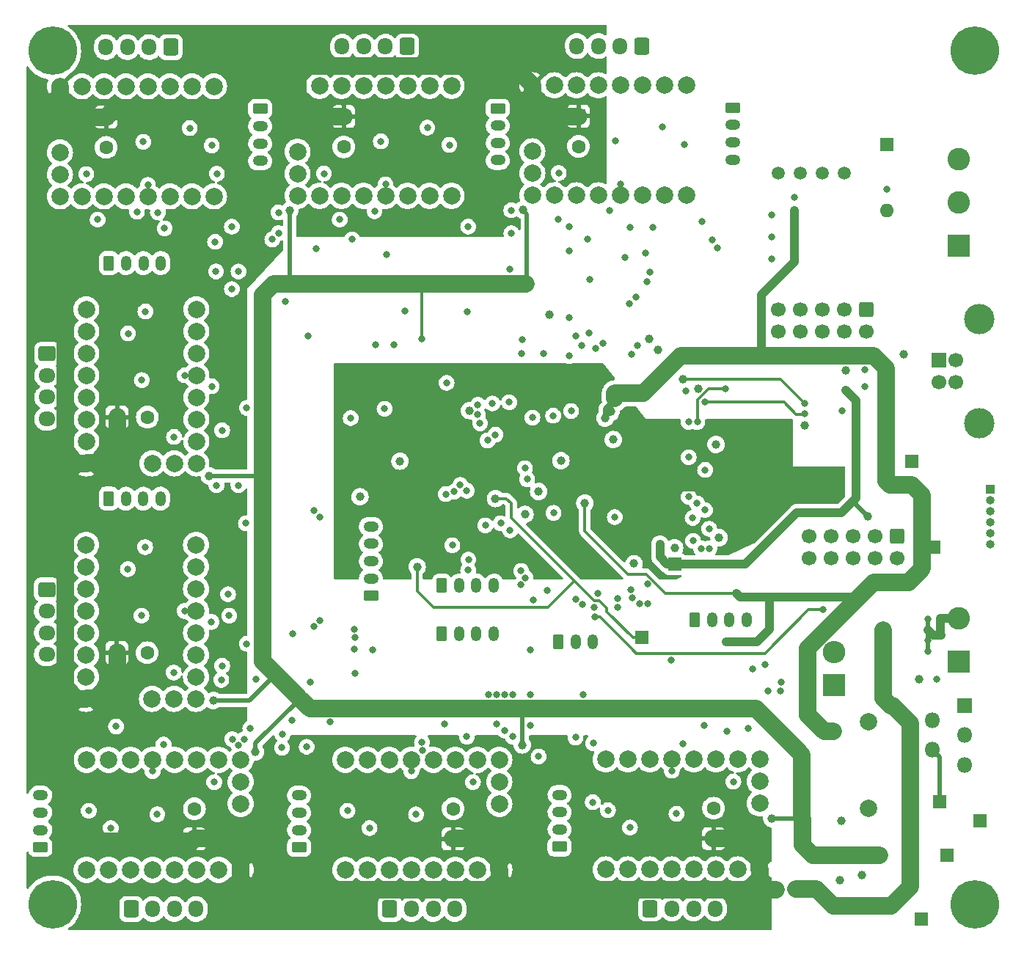
<source format=gbr>
%TF.GenerationSoftware,KiCad,Pcbnew,6.0.10*%
%TF.CreationDate,2023-05-02T14:48:46+03:00*%
%TF.ProjectId,multistepper,6d756c74-6973-4746-9570-7065722e6b69,rev?*%
%TF.SameCoordinates,Original*%
%TF.FileFunction,Copper,L3,Inr*%
%TF.FilePolarity,Positive*%
%FSLAX46Y46*%
G04 Gerber Fmt 4.6, Leading zero omitted, Abs format (unit mm)*
G04 Created by KiCad (PCBNEW 6.0.10) date 2023-05-02 14:48:46*
%MOMM*%
%LPD*%
G01*
G04 APERTURE LIST*
G04 Aperture macros list*
%AMRoundRect*
0 Rectangle with rounded corners*
0 $1 Rounding radius*
0 $2 $3 $4 $5 $6 $7 $8 $9 X,Y pos of 4 corners*
0 Add a 4 corners polygon primitive as box body*
4,1,4,$2,$3,$4,$5,$6,$7,$8,$9,$2,$3,0*
0 Add four circle primitives for the rounded corners*
1,1,$1+$1,$2,$3*
1,1,$1+$1,$4,$5*
1,1,$1+$1,$6,$7*
1,1,$1+$1,$8,$9*
0 Add four rect primitives between the rounded corners*
20,1,$1+$1,$2,$3,$4,$5,0*
20,1,$1+$1,$4,$5,$6,$7,0*
20,1,$1+$1,$6,$7,$8,$9,0*
20,1,$1+$1,$8,$9,$2,$3,0*%
G04 Aperture macros list end*
%TA.AperFunction,ComponentPad*%
%ADD10RoundRect,0.250000X-0.350000X-0.625000X0.350000X-0.625000X0.350000X0.625000X-0.350000X0.625000X0*%
%TD*%
%TA.AperFunction,ComponentPad*%
%ADD11O,1.200000X1.750000*%
%TD*%
%TA.AperFunction,ComponentPad*%
%ADD12RoundRect,0.250000X0.625000X-0.350000X0.625000X0.350000X-0.625000X0.350000X-0.625000X-0.350000X0*%
%TD*%
%TA.AperFunction,ComponentPad*%
%ADD13O,1.750000X1.200000*%
%TD*%
%TA.AperFunction,ComponentPad*%
%ADD14RoundRect,0.250000X-0.625000X0.350000X-0.625000X-0.350000X0.625000X-0.350000X0.625000X0.350000X0*%
%TD*%
%TA.AperFunction,ComponentPad*%
%ADD15RoundRect,0.250000X0.600000X0.725000X-0.600000X0.725000X-0.600000X-0.725000X0.600000X-0.725000X0*%
%TD*%
%TA.AperFunction,ComponentPad*%
%ADD16O,1.700000X1.950000*%
%TD*%
%TA.AperFunction,ComponentPad*%
%ADD17RoundRect,0.250000X-0.725000X0.600000X-0.725000X-0.600000X0.725000X-0.600000X0.725000X0.600000X0*%
%TD*%
%TA.AperFunction,ComponentPad*%
%ADD18O,1.950000X1.700000*%
%TD*%
%TA.AperFunction,ComponentPad*%
%ADD19RoundRect,0.250000X-0.600000X0.600000X-0.600000X-0.600000X0.600000X-0.600000X0.600000X0.600000X0*%
%TD*%
%TA.AperFunction,ComponentPad*%
%ADD20C,1.700000*%
%TD*%
%TA.AperFunction,ComponentPad*%
%ADD21C,5.600000*%
%TD*%
%TA.AperFunction,ComponentPad*%
%ADD22R,1.600000X1.600000*%
%TD*%
%TA.AperFunction,ComponentPad*%
%ADD23O,1.600000X1.600000*%
%TD*%
%TA.AperFunction,ComponentPad*%
%ADD24C,1.600000*%
%TD*%
%TA.AperFunction,ComponentPad*%
%ADD25C,2.000000*%
%TD*%
%TA.AperFunction,ComponentPad*%
%ADD26R,2.600000X2.600000*%
%TD*%
%TA.AperFunction,ComponentPad*%
%ADD27C,2.600000*%
%TD*%
%TA.AperFunction,ComponentPad*%
%ADD28R,1.500000X1.500000*%
%TD*%
%TA.AperFunction,ComponentPad*%
%ADD29R,1.000000X1.000000*%
%TD*%
%TA.AperFunction,ComponentPad*%
%ADD30O,1.000000X1.000000*%
%TD*%
%TA.AperFunction,ComponentPad*%
%ADD31RoundRect,0.250000X-0.600000X-0.725000X0.600000X-0.725000X0.600000X0.725000X-0.600000X0.725000X0*%
%TD*%
%TA.AperFunction,ComponentPad*%
%ADD32C,1.500000*%
%TD*%
%TA.AperFunction,ComponentPad*%
%ADD33O,2.600000X2.600000*%
%TD*%
%TA.AperFunction,ComponentPad*%
%ADD34R,1.800000X1.800000*%
%TD*%
%TA.AperFunction,ComponentPad*%
%ADD35O,1.800000X1.800000*%
%TD*%
%TA.AperFunction,ComponentPad*%
%ADD36R,1.700000X1.700000*%
%TD*%
%TA.AperFunction,ComponentPad*%
%ADD37C,3.500000*%
%TD*%
%TA.AperFunction,ViaPad*%
%ADD38C,1.000000*%
%TD*%
%TA.AperFunction,ViaPad*%
%ADD39C,0.800000*%
%TD*%
%TA.AperFunction,Conductor*%
%ADD40C,1.000000*%
%TD*%
%TA.AperFunction,Conductor*%
%ADD41C,0.500000*%
%TD*%
%TA.AperFunction,Conductor*%
%ADD42C,0.300000*%
%TD*%
%TA.AperFunction,Conductor*%
%ADD43C,2.000000*%
%TD*%
G04 APERTURE END LIST*
D10*
%TO.N,Net-(J26-Pad1)*%
%TO.C,J26*%
X65472000Y-93687600D03*
D11*
%TO.N,M7_L0*%
X67472000Y-93687600D03*
%TO.N,M7_L1*%
X69472000Y-93687600D03*
%TO.N,GND*%
X71472000Y-93687600D03*
%TD*%
D12*
%TO.N,Net-(J24-Pad1)*%
%TO.C,J24*%
X57604925Y-133934000D03*
D13*
%TO.N,M6_L0*%
X57604925Y-131934000D03*
%TO.N,M6_L1*%
X57604925Y-129934000D03*
%TO.N,GND*%
X57604925Y-127934000D03*
%TD*%
D12*
%TO.N,Net-(J22-Pad1)*%
%TO.C,J22*%
X87466000Y-133934000D03*
D13*
%TO.N,M5_L0*%
X87466000Y-131934000D03*
%TO.N,M5_L1*%
X87466000Y-129934000D03*
%TO.N,GND*%
X87466000Y-127934000D03*
%TD*%
D12*
%TO.N,Net-(J20-Pad1)*%
%TO.C,J20*%
X117526000Y-133874000D03*
D13*
%TO.N,M4_L0*%
X117526000Y-131874000D03*
%TO.N,M4_L1*%
X117526000Y-129874000D03*
%TO.N,GND*%
X117526000Y-127874000D03*
%TD*%
D14*
%TO.N,Net-(J18-Pad1)*%
%TO.C,J18*%
X137500450Y-48566000D03*
D13*
%TO.N,M3_L0*%
X137500450Y-50566000D03*
%TO.N,M3_L1*%
X137500450Y-52566000D03*
%TO.N,GND*%
X137500450Y-54566000D03*
%TD*%
D14*
%TO.N,Net-(J16-Pad1)*%
%TO.C,J16*%
X110395075Y-48627827D03*
D13*
%TO.N,M2_L0*%
X110395075Y-50627827D03*
%TO.N,M2_L1*%
X110395075Y-52627827D03*
%TO.N,GND*%
X110395075Y-54627827D03*
%TD*%
D14*
%TO.N,Net-(J14-Pad1)*%
%TO.C,J14*%
X82974000Y-48689654D03*
D13*
%TO.N,M1_L0*%
X82974000Y-50689654D03*
%TO.N,M1_L1*%
X82974000Y-52689654D03*
%TO.N,GND*%
X82974000Y-54689654D03*
%TD*%
D10*
%TO.N,Net-(J11-Pad1)*%
%TO.C,J11*%
X65500000Y-66500000D03*
D11*
%TO.N,M0_L0*%
X67500000Y-66500000D03*
%TO.N,M0_L1*%
X69500000Y-66500000D03*
%TO.N,GND*%
X71500000Y-66500000D03*
%TD*%
D15*
%TO.N,Net-(J17-Pad1)*%
%TO.C,J17*%
X99921075Y-41501827D03*
D16*
%TO.N,Net-(J17-Pad2)*%
X97421075Y-41501827D03*
%TO.N,Net-(J17-Pad3)*%
X94921075Y-41501827D03*
%TO.N,Net-(J17-Pad4)*%
X92421075Y-41501827D03*
%TD*%
D17*
%TO.N,Net-(J12-Pad1)*%
%TO.C,J12*%
X58374000Y-76974000D03*
D18*
%TO.N,Net-(J12-Pad2)*%
X58374000Y-79474000D03*
%TO.N,Net-(J12-Pad3)*%
X58374000Y-81974000D03*
%TO.N,Net-(J12-Pad4)*%
X58374000Y-84474000D03*
%TD*%
D12*
%TO.N,GND*%
%TO.C,J6*%
X95758000Y-104902000D03*
D13*
%TO.N,Net-(J6-Pad2)*%
X95758000Y-102902000D03*
%TO.N,Net-(J6-Pad3)*%
X95758000Y-100902000D03*
%TO.N,Net-(J6-Pad4)*%
X95758000Y-98902000D03*
%TO.N,Net-(J6-Pad5)*%
X95758000Y-96902000D03*
%TD*%
D19*
%TO.N,GND*%
%TO.C,J2*%
X152958800Y-71840700D03*
D20*
%TO.N,Net-(J2-Pad2)*%
X152958800Y-74380700D03*
%TO.N,Net-(J2-Pad3)*%
X150418800Y-71840700D03*
%TO.N,Net-(J2-Pad4)*%
X150418800Y-74380700D03*
%TO.N,Net-(J2-Pad5)*%
X147878800Y-71840700D03*
%TO.N,Net-(J2-Pad6)*%
X147878800Y-74380700D03*
%TO.N,Net-(J2-Pad7)*%
X145338800Y-71840700D03*
%TO.N,Net-(J2-Pad8)*%
X145338800Y-74380700D03*
%TO.N,GND*%
X142798800Y-71840700D03*
%TO.N,Net-(J2-Pad10)*%
X142798800Y-74380700D03*
%TD*%
D21*
%TO.N,N/C*%
%TO.C,H4*%
X165500000Y-140500000D03*
%TD*%
D22*
%TO.N,Net-(R18-Pad1)*%
%TO.C,SW3*%
X155295600Y-52832000D03*
D23*
%TO.N,/CANL*%
X155295600Y-60452000D03*
%TD*%
D22*
%TO.N,/Motors/Vm*%
%TO.C,C24*%
X105246000Y-132978000D03*
D24*
%TO.N,GND*%
X105246000Y-129478000D03*
%TD*%
D10*
%TO.N,Net-(J4-Pad1)*%
%TO.C,J5*%
X103934000Y-103733600D03*
D11*
%TO.N,ADC2*%
X105934000Y-103733600D03*
%TO.N,ADC3*%
X107934000Y-103733600D03*
%TO.N,GND*%
X109934000Y-103733600D03*
%TD*%
D25*
%TO.N,/Motors/stepper_M5/~{ENx}*%
%TO.C,XX5*%
X140640000Y-123774000D03*
%TO.N,/Motors/stepper_M5/MS1*%
X138100000Y-123774000D03*
%TO.N,/Motors/stepper_M5/MS2*%
X135560000Y-123774000D03*
%TO.N,/Motors/stepper_M5/SPR*%
X133020000Y-123774000D03*
%TO.N,/Motors/stepper_M5/U*%
X130480000Y-123774000D03*
%TO.N,/Motors/stepper_M5/CLK*%
X127940000Y-123774000D03*
%TO.N,/Motors/stepper_M5/STEPx*%
X125400000Y-123774000D03*
%TO.N,/Motors/stepper_M5/DIRx*%
X122860000Y-123774000D03*
%TO.N,GND*%
X122860000Y-136474000D03*
%TO.N,Vio*%
X125400000Y-136474000D03*
%TO.N,Net-(J21-Pad1)*%
X127940000Y-136474000D03*
%TO.N,Net-(J21-Pad2)*%
X130480000Y-136474000D03*
%TO.N,Net-(J21-Pad3)*%
X133020000Y-136474000D03*
%TO.N,Net-(J21-Pad4)*%
X135560000Y-136474000D03*
%TO.N,GND*%
X138100000Y-136474000D03*
%TO.N,/Motors/Vm*%
X140640000Y-136474000D03*
%TO.N,/Motors/DIAG4*%
X140640000Y-126314000D03*
%TO.N,unconnected-(XX5-Pad18)*%
X140640000Y-128854000D03*
%TD*%
D10*
%TO.N,Net-(J13-Pad1)*%
%TO.C,J13*%
X117380000Y-110194000D03*
D11*
%TO.N,Net-(J13-Pad2)*%
X119380000Y-110194000D03*
%TO.N,GND*%
X121380000Y-110194000D03*
%TD*%
D25*
%TO.N,/Motors/stepper_M8/~{ENx}*%
%TO.C,XX8*%
X75572000Y-116801600D03*
%TO.N,/Motors/stepper_M8/MS1*%
X75572000Y-114261600D03*
%TO.N,/Motors/stepper_M8/MS2*%
X75572000Y-111721600D03*
%TO.N,/Motors/stepper_M8/SPR*%
X75572000Y-109181600D03*
%TO.N,/Motors/stepper_M8/U*%
X75572000Y-106641600D03*
%TO.N,/Motors/stepper_M8/CLK*%
X75572000Y-104101600D03*
%TO.N,/Motors/stepper_M8/STEPx*%
X75572000Y-101561600D03*
%TO.N,/Motors/stepper_M8/DIRx*%
X75572000Y-99021600D03*
%TO.N,GND*%
X62872000Y-99021600D03*
%TO.N,Vio*%
X62872000Y-101561600D03*
%TO.N,Net-(J27-Pad1)*%
X62872000Y-104101600D03*
%TO.N,Net-(J27-Pad2)*%
X62872000Y-106641600D03*
%TO.N,Net-(J27-Pad3)*%
X62872000Y-109181600D03*
%TO.N,Net-(J27-Pad4)*%
X62872000Y-111721600D03*
%TO.N,GND*%
X62872000Y-114261600D03*
%TO.N,/Motors/Vm*%
X62872000Y-116801600D03*
%TO.N,/Motors/DIAG7*%
X73032000Y-116801600D03*
%TO.N,unconnected-(XX8-Pad18)*%
X70492000Y-116801600D03*
%TD*%
%TO.N,/Motors/stepper_M3/~{ENx}*%
%TO.C,XX3*%
X87281075Y-58727827D03*
%TO.N,/Motors/stepper_M3/MS1*%
X89821075Y-58727827D03*
%TO.N,/Motors/stepper_M3/MS2*%
X92361075Y-58727827D03*
%TO.N,/Motors/stepper_M3/SPR*%
X94901075Y-58727827D03*
%TO.N,/Motors/stepper_M3/U*%
X97441075Y-58727827D03*
%TO.N,/Motors/stepper_M3/CLK*%
X99981075Y-58727827D03*
%TO.N,/Motors/stepper_M3/STEPx*%
X102521075Y-58727827D03*
%TO.N,/Motors/stepper_M3/DIRx*%
X105061075Y-58727827D03*
%TO.N,GND*%
X105061075Y-46027827D03*
%TO.N,Vio*%
X102521075Y-46027827D03*
%TO.N,Net-(J17-Pad1)*%
X99981075Y-46027827D03*
%TO.N,Net-(J17-Pad2)*%
X97441075Y-46027827D03*
%TO.N,Net-(J17-Pad3)*%
X94901075Y-46027827D03*
%TO.N,Net-(J17-Pad4)*%
X92361075Y-46027827D03*
%TO.N,GND*%
X89821075Y-46027827D03*
%TO.N,/Motors/Vm*%
X87281075Y-46027827D03*
%TO.N,/Motors/DIAG2*%
X87281075Y-56187827D03*
%TO.N,unconnected-(XX3-Pad18)*%
X87281075Y-53647827D03*
%TD*%
D26*
%TO.N,GND*%
%TO.C,J10*%
X163576000Y-112482000D03*
D27*
%TO.N,Net-(J10-Pad2)*%
X163576000Y-107482000D03*
%TD*%
D19*
%TO.N,Net-(J3-Pad1)*%
%TO.C,J3*%
X156464000Y-98044000D03*
D20*
%TO.N,GND*%
X156464000Y-100584000D03*
%TO.N,Net-(J3-Pad3)*%
X153924000Y-98044000D03*
%TO.N,Net-(J3-Pad4)*%
X153924000Y-100584000D03*
%TO.N,Net-(J3-Pad5)*%
X151384000Y-98044000D03*
%TO.N,Net-(J3-Pad6)*%
X151384000Y-100584000D03*
%TO.N,Net-(J3-Pad7)*%
X148844000Y-98044000D03*
%TO.N,Net-(J3-Pad8)*%
X148844000Y-100584000D03*
%TO.N,Net-(J3-Pad9)*%
X146304000Y-98044000D03*
%TO.N,GND*%
X146304000Y-100584000D03*
%TD*%
D28*
%TO.N,GND*%
%TO.C,TP3*%
X166090600Y-130860800D03*
%TD*%
D29*
%TO.N,/MCU base/SWCLK*%
%TO.C,J1*%
X167258600Y-92608400D03*
D30*
%TO.N,/MCU base/SWDIO*%
X167258600Y-93878400D03*
%TO.N,GND*%
X167258600Y-95148400D03*
%TO.N,Net-(J1-Pad4)*%
X167258600Y-96418400D03*
%TO.N,/MCU base/BOOT0*%
X167258600Y-97688400D03*
%TO.N,/MCU base/NRST*%
X167258600Y-98958400D03*
%TD*%
D21*
%TO.N,N/C*%
%TO.C,H1*%
X59000000Y-42000000D03*
%TD*%
D22*
%TO.N,/Motors/Vm*%
%TO.C,C23*%
X135306000Y-132918000D03*
D24*
%TO.N,GND*%
X135306000Y-129418000D03*
%TD*%
D15*
%TO.N,Net-(J19-Pad1)*%
%TO.C,J19*%
X127026450Y-41440000D03*
D16*
%TO.N,Net-(J19-Pad2)*%
X124526450Y-41440000D03*
%TO.N,Net-(J19-Pad3)*%
X122026450Y-41440000D03*
%TO.N,Net-(J19-Pad4)*%
X119526450Y-41440000D03*
%TD*%
D28*
%TO.N,Vdrive*%
%TO.C,TP2*%
X159258000Y-142240000D03*
%TD*%
D21*
%TO.N,N/C*%
%TO.C,H3*%
X59000000Y-140500000D03*
%TD*%
D31*
%TO.N,Net-(J23-Pad1)*%
%TO.C,J23*%
X97940000Y-141060000D03*
D16*
%TO.N,Net-(J23-Pad2)*%
X100440000Y-141060000D03*
%TO.N,Net-(J23-Pad3)*%
X102940000Y-141060000D03*
%TO.N,Net-(J23-Pad4)*%
X105440000Y-141060000D03*
%TD*%
D31*
%TO.N,Net-(J25-Pad1)*%
%TO.C,J25*%
X68078925Y-141060000D03*
D16*
%TO.N,Net-(J25-Pad2)*%
X70578925Y-141060000D03*
%TO.N,Net-(J25-Pad3)*%
X73078925Y-141060000D03*
%TO.N,Net-(J25-Pad4)*%
X75578925Y-141060000D03*
%TD*%
D25*
%TO.N,/Motors/stepper_M4/~{ENx}*%
%TO.C,XX4*%
X114386450Y-58666000D03*
%TO.N,/Motors/stepper_M4/MS1*%
X116926450Y-58666000D03*
%TO.N,/Motors/stepper_M4/MS2*%
X119466450Y-58666000D03*
%TO.N,/Motors/stepper_M4/SPR*%
X122006450Y-58666000D03*
%TO.N,/Motors/stepper_M4/U*%
X124546450Y-58666000D03*
%TO.N,/Motors/stepper_M4/CLK*%
X127086450Y-58666000D03*
%TO.N,/Motors/stepper_M4/STEPx*%
X129626450Y-58666000D03*
%TO.N,/Motors/stepper_M4/DIRx*%
X132166450Y-58666000D03*
%TO.N,GND*%
X132166450Y-45966000D03*
%TO.N,Vio*%
X129626450Y-45966000D03*
%TO.N,Net-(J19-Pad1)*%
X127086450Y-45966000D03*
%TO.N,Net-(J19-Pad2)*%
X124546450Y-45966000D03*
%TO.N,Net-(J19-Pad3)*%
X122006450Y-45966000D03*
%TO.N,Net-(J19-Pad4)*%
X119466450Y-45966000D03*
%TO.N,GND*%
X116926450Y-45966000D03*
%TO.N,/Motors/Vm*%
X114386450Y-45966000D03*
%TO.N,/Motors/DIAG3*%
X114386450Y-56126000D03*
%TO.N,unconnected-(XX4-Pad18)*%
X114386450Y-53586000D03*
%TD*%
D21*
%TO.N,N/C*%
%TO.C,H2*%
X165500000Y-42000000D03*
%TD*%
D31*
%TO.N,Net-(J21-Pad1)*%
%TO.C,J21*%
X128000000Y-141000000D03*
D16*
%TO.N,Net-(J21-Pad2)*%
X130500000Y-141000000D03*
%TO.N,Net-(J21-Pad3)*%
X133000000Y-141000000D03*
%TO.N,Net-(J21-Pad4)*%
X135500000Y-141000000D03*
%TD*%
D22*
%TO.N,/Motors/Vm*%
%TO.C,C21*%
X92615075Y-49583827D03*
D24*
%TO.N,GND*%
X92615075Y-53083827D03*
%TD*%
D22*
%TO.N,/Motors/Vm*%
%TO.C,C22*%
X119720450Y-49522000D03*
D24*
%TO.N,GND*%
X119720450Y-53022000D03*
%TD*%
D32*
%TO.N,GND*%
%TO.C,Q1*%
X142798800Y-56083200D03*
%TO.N,Net-(C10-Pad1)*%
X145338800Y-56083200D03*
%TO.N,Earth*%
X147878800Y-56083200D03*
%TO.N,Net-(C11-Pad1)*%
X150418800Y-56083200D03*
%TD*%
D25*
%TO.N,/Motors/stepper_M6/~{ENx}*%
%TO.C,XX6*%
X110580000Y-123834000D03*
%TO.N,/Motors/stepper_M6/MS1*%
X108040000Y-123834000D03*
%TO.N,/Motors/stepper_M6/MS2*%
X105500000Y-123834000D03*
%TO.N,/Motors/stepper_M6/SPR*%
X102960000Y-123834000D03*
%TO.N,/Motors/stepper_M6/U*%
X100420000Y-123834000D03*
%TO.N,/Motors/stepper_M6/CLK*%
X97880000Y-123834000D03*
%TO.N,/Motors/stepper_M6/STEPx*%
X95340000Y-123834000D03*
%TO.N,/Motors/stepper_M6/DIRx*%
X92800000Y-123834000D03*
%TO.N,GND*%
X92800000Y-136534000D03*
%TO.N,Vio*%
X95340000Y-136534000D03*
%TO.N,Net-(J23-Pad1)*%
X97880000Y-136534000D03*
%TO.N,Net-(J23-Pad2)*%
X100420000Y-136534000D03*
%TO.N,Net-(J23-Pad3)*%
X102960000Y-136534000D03*
%TO.N,Net-(J23-Pad4)*%
X105500000Y-136534000D03*
%TO.N,GND*%
X108040000Y-136534000D03*
%TO.N,/Motors/Vm*%
X110580000Y-136534000D03*
%TO.N,/Motors/DIAG5*%
X110580000Y-126374000D03*
%TO.N,unconnected-(XX6-Pad18)*%
X110580000Y-128914000D03*
%TD*%
D26*
%TO.N,Net-(D26-Pad1)*%
%TO.C,D26*%
X149250400Y-115194400D03*
D33*
%TO.N,GND*%
X149250400Y-111384400D03*
%TD*%
D28*
%TO.N,+3.3VADC*%
%TO.C,TP6*%
X127000000Y-109728000D03*
%TD*%
D22*
%TO.N,/Motors/Vm*%
%TO.C,C19*%
X66456000Y-84280000D03*
D24*
%TO.N,GND*%
X69956000Y-84280000D03*
%TD*%
D34*
%TO.N,Vdrive*%
%TO.C,U5*%
X164287200Y-117602000D03*
D35*
%TO.N,Net-(D26-Pad1)*%
X160587200Y-119302000D03*
%TO.N,GND*%
X164287200Y-121002000D03*
%TO.N,Net-(C17-Pad1)*%
X160587200Y-122702000D03*
%TO.N,GND*%
X164287200Y-124402000D03*
%TD*%
D17*
%TO.N,Net-(J27-Pad1)*%
%TO.C,J27*%
X58346000Y-104161600D03*
D18*
%TO.N,Net-(J27-Pad2)*%
X58346000Y-106661600D03*
%TO.N,Net-(J27-Pad3)*%
X58346000Y-109161600D03*
%TO.N,Net-(J27-Pad4)*%
X58346000Y-111661600D03*
%TD*%
D10*
%TO.N,GND*%
%TO.C,J7*%
X133144000Y-107704800D03*
D11*
%TO.N,Net-(J7-Pad2)*%
X135144000Y-107704800D03*
%TO.N,Net-(J7-Pad3)*%
X137144000Y-107704800D03*
%TO.N,Net-(J7-Pad4)*%
X139144000Y-107704800D03*
%TD*%
D28*
%TO.N,Net-(C17-Pad1)*%
%TO.C,TP4*%
X161366200Y-128701800D03*
%TD*%
D15*
%TO.N,Net-(J15-Pad1)*%
%TO.C,J15*%
X72644000Y-41563654D03*
D16*
%TO.N,Net-(J15-Pad2)*%
X70144000Y-41563654D03*
%TO.N,Net-(J15-Pad3)*%
X67644000Y-41563654D03*
%TO.N,Net-(J15-Pad4)*%
X65144000Y-41563654D03*
%TD*%
D25*
%TO.N,Net-(C17-Pad1)*%
%TO.C,L1*%
X153162000Y-129409200D03*
%TO.N,Net-(D26-Pad1)*%
X153162000Y-119409200D03*
%TD*%
D22*
%TO.N,/Motors/Vm*%
%TO.C,C20*%
X65194000Y-49645654D03*
D24*
%TO.N,GND*%
X65194000Y-53145654D03*
%TD*%
D25*
%TO.N,/Motors/stepper_M2/~{ENx}*%
%TO.C,XX2*%
X59860000Y-58789654D03*
%TO.N,/Motors/stepper_M2/MS1*%
X62400000Y-58789654D03*
%TO.N,/Motors/stepper_M2/MS2*%
X64940000Y-58789654D03*
%TO.N,/Motors/stepper_M2/SPR*%
X67480000Y-58789654D03*
%TO.N,/Motors/stepper_M2/U*%
X70020000Y-58789654D03*
%TO.N,/Motors/stepper_M2/CLK*%
X72560000Y-58789654D03*
%TO.N,/Motors/stepper_M2/STEPx*%
X75100000Y-58789654D03*
%TO.N,/Motors/stepper_M2/DIRx*%
X77640000Y-58789654D03*
%TO.N,GND*%
X77640000Y-46089654D03*
%TO.N,Vio*%
X75100000Y-46089654D03*
%TO.N,Net-(J15-Pad1)*%
X72560000Y-46089654D03*
%TO.N,Net-(J15-Pad2)*%
X70020000Y-46089654D03*
%TO.N,Net-(J15-Pad3)*%
X67480000Y-46089654D03*
%TO.N,Net-(J15-Pad4)*%
X64940000Y-46089654D03*
%TO.N,GND*%
X62400000Y-46089654D03*
%TO.N,/Motors/Vm*%
X59860000Y-46089654D03*
%TO.N,/Motors/DIAG1*%
X59860000Y-56249654D03*
%TO.N,unconnected-(XX2-Pad18)*%
X59860000Y-53709654D03*
%TD*%
D26*
%TO.N,/CANL*%
%TO.C,J9*%
X163576000Y-64516000D03*
D27*
%TO.N,Earth*%
X163576000Y-59516000D03*
%TO.N,/CANH*%
X163576000Y-54516000D03*
%TD*%
D22*
%TO.N,/Motors/Vm*%
%TO.C,C25*%
X75384925Y-132978000D03*
D24*
%TO.N,GND*%
X75384925Y-129478000D03*
%TD*%
D25*
%TO.N,/Motors/stepper_M7/~{ENx}*%
%TO.C,XX7*%
X80718925Y-123834000D03*
%TO.N,/Motors/stepper_M7/MS1*%
X78178925Y-123834000D03*
%TO.N,/Motors/stepper_M7/MS2*%
X75638925Y-123834000D03*
%TO.N,/Motors/stepper_M7/SPR*%
X73098925Y-123834000D03*
%TO.N,/Motors/stepper_M7/U*%
X70558925Y-123834000D03*
%TO.N,/Motors/stepper_M7/CLK*%
X68018925Y-123834000D03*
%TO.N,/Motors/stepper_M7/STEPx*%
X65478925Y-123834000D03*
%TO.N,/Motors/stepper_M7/DIRx*%
X62938925Y-123834000D03*
%TO.N,GND*%
X62938925Y-136534000D03*
%TO.N,Vio*%
X65478925Y-136534000D03*
%TO.N,Net-(J25-Pad1)*%
X68018925Y-136534000D03*
%TO.N,Net-(J25-Pad2)*%
X70558925Y-136534000D03*
%TO.N,Net-(J25-Pad3)*%
X73098925Y-136534000D03*
%TO.N,Net-(J25-Pad4)*%
X75638925Y-136534000D03*
%TO.N,GND*%
X78178925Y-136534000D03*
%TO.N,/Motors/Vm*%
X80718925Y-136534000D03*
%TO.N,/Motors/DIAG6*%
X80718925Y-126374000D03*
%TO.N,unconnected-(XX7-Pad18)*%
X80718925Y-128914000D03*
%TD*%
D10*
%TO.N,Net-(J4-Pad1)*%
%TO.C,J4*%
X103934000Y-109321600D03*
D11*
%TO.N,ADC0*%
X105934000Y-109321600D03*
%TO.N,ADC1*%
X107934000Y-109321600D03*
%TO.N,GND*%
X109934000Y-109321600D03*
%TD*%
D28*
%TO.N,Vio*%
%TO.C,TP8*%
X162255200Y-134823200D03*
%TD*%
%TO.N,+3V3*%
%TO.C,TP5*%
X130810000Y-101244400D03*
%TD*%
D22*
%TO.N,/Motors/Vm*%
%TO.C,C26*%
X66428000Y-111467600D03*
D24*
%TO.N,GND*%
X69928000Y-111467600D03*
%TD*%
D25*
%TO.N,/Motors/stepper_M1/~{ENx}*%
%TO.C,XX1*%
X75600000Y-89614000D03*
%TO.N,/Motors/stepper_M1/MS1*%
X75600000Y-87074000D03*
%TO.N,/Motors/stepper_M1/MS2*%
X75600000Y-84534000D03*
%TO.N,/Motors/stepper_M1/SPR*%
X75600000Y-81994000D03*
%TO.N,/Motors/stepper_M1/U*%
X75600000Y-79454000D03*
%TO.N,/Motors/stepper_M1/CLK*%
X75600000Y-76914000D03*
%TO.N,/Motors/stepper_M1/STEPx*%
X75600000Y-74374000D03*
%TO.N,/Motors/stepper_M1/DIRx*%
X75600000Y-71834000D03*
%TO.N,GND*%
X62900000Y-71834000D03*
%TO.N,Vio*%
X62900000Y-74374000D03*
%TO.N,Net-(J12-Pad1)*%
X62900000Y-76914000D03*
%TO.N,Net-(J12-Pad2)*%
X62900000Y-79454000D03*
%TO.N,Net-(J12-Pad3)*%
X62900000Y-81994000D03*
%TO.N,Net-(J12-Pad4)*%
X62900000Y-84534000D03*
%TO.N,GND*%
X62900000Y-87074000D03*
%TO.N,/Motors/Vm*%
X62900000Y-89614000D03*
%TO.N,/Motors/DIAG0*%
X73060000Y-89614000D03*
%TO.N,unconnected-(XX1-Pad18)*%
X70520000Y-89614000D03*
%TD*%
D36*
%TO.N,/VB*%
%TO.C,J8*%
X161290000Y-77730000D03*
D20*
%TO.N,Net-(J8-Pad2)*%
X161290000Y-80230000D03*
%TO.N,Net-(J8-Pad3)*%
X163290000Y-80230000D03*
%TO.N,GND*%
X163290000Y-77730000D03*
D37*
X166000000Y-72960000D03*
X166000000Y-85000000D03*
%TD*%
D28*
%TO.N,Net-(D22-Pad1)*%
%TO.C,TP1*%
X158167500Y-89348000D03*
%TD*%
%TO.N,+5V*%
%TO.C,TP7*%
X160731200Y-99314000D03*
%TD*%
D38*
%TO.N,GND*%
X145821000Y-85217000D03*
D39*
X99669600Y-72034400D03*
X121412000Y-121909100D03*
X88493600Y-74930000D03*
D38*
X94488000Y-93472000D03*
D39*
X114401600Y-84328000D03*
D38*
X127863600Y-75285600D03*
D39*
X142033000Y-66040000D03*
D38*
X117683600Y-89306400D03*
X115112800Y-92863500D03*
D39*
X101650800Y-121818400D03*
D38*
X113538000Y-95504000D03*
X149910800Y-137749000D03*
D39*
X125120400Y-65887600D03*
D38*
X116332000Y-72440800D03*
X152450000Y-137174000D03*
D39*
X77978000Y-56184800D03*
X89458800Y-64871600D03*
D38*
X135585200Y-87426800D03*
D39*
X161086800Y-114503200D03*
X130454400Y-112369600D03*
D38*
X126136400Y-101193600D03*
X135940800Y-98196400D03*
X150063200Y-130860800D03*
D39*
X86715600Y-109321600D03*
D38*
X107137200Y-83515200D03*
D39*
X127457200Y-65328800D03*
D38*
X130810000Y-99364800D03*
X123734800Y-86868000D03*
X159004000Y-114503200D03*
X157276800Y-77012800D03*
D39*
X86664800Y-119278400D03*
D38*
X133578600Y-80975200D03*
X99110800Y-89357200D03*
D39*
X121056400Y-68427600D03*
%TO.N,/MCU base/NRST*%
X113538000Y-90170000D03*
X97332800Y-83312000D03*
%TO.N,/MCU base/BOOT0*%
X116789200Y-84099400D03*
X150164800Y-83548000D03*
D38*
%TO.N,+3V3*%
X150600000Y-78870400D03*
D39*
X129133600Y-98958400D03*
D38*
X153085800Y-95758000D03*
D39*
X129133600Y-100431600D03*
D38*
X150600000Y-81200000D03*
D39*
%TO.N,/MCU base/BTN1*%
X133432503Y-84836000D03*
X136652000Y-80975189D03*
%TO.N,/MCU base/BTN2_SDA*%
X132433000Y-84836000D03*
%TO.N,/MCU base/SWDIO*%
X145821400Y-83870800D03*
X134333000Y-82561000D03*
%TO.N,/MCU base/BTN3_SCL*%
X132130800Y-81280000D03*
D38*
%TO.N,/MCU base/SWCLK*%
X128879600Y-76504800D03*
D39*
X145821000Y-82677000D03*
D38*
X131792223Y-79925423D03*
D39*
%TO.N,M4_L0*%
X132435600Y-88900000D03*
X119380000Y-121259600D03*
X143103600Y-114858800D03*
%TO.N,M4_L1*%
X134333000Y-90361500D03*
X121361200Y-128727200D03*
%TO.N,/MCU base/BTN4*%
X122508007Y-75782947D03*
%TO.N,/MCU base/BTN5*%
X121666000Y-76327000D03*
%TO.N,/MCU base/BTN6*%
X120904000Y-74574400D03*
%TO.N,M3_L1*%
X135788400Y-64719200D03*
X125882400Y-77012800D03*
X127579800Y-68681600D03*
%TO.N,M3_L0*%
X126492000Y-76036700D03*
X135128000Y-63855600D03*
X127965200Y-67513200D03*
%TO.N,M2_L1*%
X120079500Y-75996800D03*
%TO.N,M2_L0*%
X119380000Y-74930000D03*
%TO.N,M1_L0*%
X113205734Y-75363866D03*
X113182400Y-76911200D03*
%TO.N,M1_L1*%
X115671600Y-76911200D03*
%TO.N,/MCU base/SCRN_DCRS*%
X134808000Y-99435500D03*
%TO.N,/MCU base/SCRN_SCK*%
X133858000Y-99435500D03*
%TO.N,/MCU base/SCRN_MISO*%
X132943600Y-98552000D03*
%TO.N,/MCU base/SCRN_MOSI*%
X134808000Y-97160500D03*
%TO.N,/MCU base/SCRN_RST*%
X132892800Y-95910400D03*
%TO.N,/MCU base/SCRN_CS*%
X134315200Y-94996000D03*
%TO.N,M6_L1*%
X121564400Y-106273600D03*
X127696000Y-105785500D03*
X124216900Y-106273600D03*
%TO.N,M6_L0*%
X121909100Y-104597200D03*
X126746000Y-105785500D03*
X124216900Y-105237706D03*
%TO.N,M5_L1*%
X133400800Y-94234000D03*
%TO.N,M5_L0*%
X132435600Y-93472000D03*
%TO.N,/MCU base/A0*%
X105156000Y-99060000D03*
%TO.N,/MCU base/A1*%
X108966000Y-96774000D03*
%TO.N,/MCU base/A2*%
X110744000Y-96520000D03*
%TO.N,/MCU base/A3*%
X111815000Y-97337000D03*
%TO.N,/MCU base/A4*%
X116840000Y-95331600D03*
%TO.N,/MCU base/A5*%
X113792000Y-91440000D03*
%TO.N,ADC4*%
X121617266Y-107342466D03*
X147980400Y-106527600D03*
%TO.N,+5V*%
X144627600Y-60401200D03*
X136804400Y-110236000D03*
D38*
X146202400Y-118668800D03*
X122783600Y-84378800D03*
X149098000Y-120548400D03*
X137972800Y-104648000D03*
X155197900Y-90003120D03*
X120446800Y-94202100D03*
X143446500Y-67576700D03*
X123494800Y-83667600D03*
D39*
%TO.N,ADC0*%
X107004000Y-100722000D03*
D38*
%TO.N,Vdrive*%
X147167600Y-138734800D03*
X145999200Y-138734800D03*
D39*
X154905000Y-111379000D03*
D38*
X144743000Y-138836400D03*
D39*
X154905000Y-110109000D03*
X154905000Y-108839000D03*
D38*
X149088128Y-140655328D03*
D39*
X154889200Y-112268000D03*
%TO.N,ADC1*%
X106982978Y-101953778D03*
%TO.N,MUL0*%
X109778800Y-82702400D03*
%TO.N,MUL1*%
X108102400Y-82854800D03*
%TO.N,MUL2*%
X108102400Y-83972400D03*
%TO.N,MUL_EN*%
X108356400Y-84988400D03*
%TO.N,M1_DIR*%
X71944000Y-62483654D03*
X77774800Y-64047900D03*
D38*
%TO.N,+3.3VADC*%
X101092000Y-101549200D03*
X110134400Y-93675200D03*
D39*
%TO.N,USART3_TX*%
X123901200Y-95808800D03*
%TO.N,M6_STEP*%
X93882532Y-113842800D03*
X93878400Y-111099600D03*
%TO.N,M5_DIR*%
X141274800Y-112877600D03*
X139801600Y-113385600D03*
%TO.N,USB_DM*%
X152786500Y-80712000D03*
%TO.N,USB_DP*%
X152786500Y-78812000D03*
%TO.N,M4_DIR*%
X141579600Y-115925600D03*
X143052800Y-115925600D03*
%TO.N,CAN_RX*%
X125577600Y-71170800D03*
X142033000Y-60960000D03*
%TO.N,CAN_TX*%
X126390400Y-70459600D03*
X142033000Y-63500000D03*
%TO.N,USART2_TX*%
X118872000Y-83566000D03*
%TO.N,M3_STEP*%
X128270000Y-62382400D03*
X125670450Y-62360000D03*
%TO.N,Net-(C10-Pad1)*%
X144627600Y-58864700D03*
%TO.N,/MCU base/MOT_MUL0*%
X104394000Y-93167200D03*
%TO.N,/MCU base/MOT_MUL1*%
X105359802Y-92889531D03*
%TO.N,/MCU base/MOT_MUL2*%
X106070400Y-92100400D03*
%TO.N,/MCU base/MOT_MUL_EN*%
X106832400Y-92760800D03*
%TO.N,/MCU base/OUT1*%
X125780800Y-104241600D03*
%TO.N,/MCU base/OUT0*%
X127696000Y-103510500D03*
%TO.N,/MCU base/OUT2*%
X125964204Y-105122384D03*
%TO.N,/CANH*%
X155295600Y-57938000D03*
D38*
%TO.N,Net-(J10-Pad2)*%
X161544000Y-109423200D03*
X161482400Y-107482000D03*
D39*
X160055000Y-107569000D03*
X160070800Y-110083600D03*
X160070800Y-108864400D03*
X160070800Y-111353600D03*
D38*
%TO.N,/Motors/Vm*%
X142544800Y-138836400D03*
X139598400Y-138836400D03*
X138074400Y-138836400D03*
X141020800Y-138836400D03*
D39*
%TO.N,/Motors/USART0-3*%
X79705200Y-62280800D03*
X118618000Y-62280800D03*
X133959600Y-61671200D03*
X104807075Y-52853827D03*
X118618000Y-77216000D03*
X131912450Y-52792000D03*
X118618000Y-72796400D03*
X79705200Y-69494400D03*
X106984800Y-62280800D03*
X77386000Y-52915654D03*
X69726000Y-72088000D03*
X118618000Y-65125600D03*
%TO.N,/Motors/MOSI*%
X117434450Y-56094000D03*
X78587600Y-85801200D03*
X80467200Y-122174000D03*
X77670925Y-126406000D03*
X113095200Y-103625600D03*
X136855200Y-120548400D03*
X107532000Y-126406000D03*
X78587600Y-112979200D03*
X112115600Y-116281200D03*
X106832400Y-121158000D03*
X73028000Y-86566000D03*
X73000000Y-113753600D03*
X62908000Y-56217654D03*
X117348000Y-61468000D03*
X112115600Y-121158000D03*
X92151200Y-61468000D03*
X64211200Y-61468000D03*
X137592000Y-126346000D03*
X90329075Y-56155827D03*
%TO.N,/Motors/SCK*%
X110286800Y-119735600D03*
X84378800Y-63754000D03*
X81432400Y-83210400D03*
X81432400Y-110439200D03*
X69278500Y-107186499D03*
X93573600Y-63754000D03*
X100964899Y-130127500D03*
X96896176Y-52434327D03*
X69475101Y-52496154D03*
X120751600Y-63754000D03*
X131024899Y-130067500D03*
X81838800Y-120192800D03*
X134264400Y-119837200D03*
X69306500Y-79998899D03*
X110286800Y-116281200D03*
X104241600Y-119735600D03*
X71103824Y-130127500D03*
X113095200Y-102025600D03*
X124001551Y-52372500D03*
%TO.N,/Motors/MISO*%
X111201200Y-116281200D03*
X111963200Y-60401200D03*
X81127600Y-121462800D03*
X80467200Y-92151200D03*
X111963200Y-63042800D03*
X113588800Y-102819200D03*
X85090000Y-60655200D03*
X77876400Y-67462400D03*
X77927200Y-92151200D03*
X111201200Y-120446800D03*
X85496400Y-122428000D03*
X79756000Y-121462800D03*
X80467200Y-67462400D03*
X85547200Y-120904000D03*
X115112800Y-123444000D03*
X85090000Y-63042800D03*
%TO.N,/Motors/USART4-7*%
X63192925Y-129708000D03*
X82499200Y-114554000D03*
X93054000Y-129708000D03*
X78486000Y-114604800D03*
X91033600Y-119481600D03*
X123114000Y-129648000D03*
X66344800Y-119989600D03*
X120294400Y-116281200D03*
X81330800Y-96520000D03*
X69698000Y-99275600D03*
%TO.N,/Motors/DIAG4*%
X95961200Y-111150400D03*
X114147600Y-119848100D03*
X139344400Y-120243600D03*
X114147600Y-116281200D03*
X96266000Y-75946000D03*
X114147600Y-111150400D03*
X98399600Y-75931500D03*
%TO.N,/Motors/DIAG6*%
X93929200Y-109677200D03*
X88341200Y-122326400D03*
X88773000Y-114833400D03*
%TO.N,/Motors/DIAG7*%
X93878400Y-108762800D03*
%TO.N,/Motors/DIAG5*%
X109321600Y-116281200D03*
%TO.N,/Motors/DIAG3*%
X104495600Y-80314800D03*
X106881134Y-72138066D03*
X111810800Y-67208400D03*
%TO.N,/Motors/DIAG0*%
X93421200Y-84378800D03*
%TO.N,/Motors/DIAG1*%
X85902800Y-70967600D03*
%TO.N,/Motors/DIAG2*%
X97586800Y-65481200D03*
%TO.N,/Motors/stepper_M1/U*%
X74279200Y-79454000D03*
X67726000Y-74628000D03*
%TO.N,/Motors/stepper_M1/~{ENx}*%
X77378000Y-80724000D03*
%TO.N,/MCU base/USART1_RX*%
X114503200Y-105359200D03*
%TO.N,/MCU base/USART1_TX*%
X116078000Y-104292400D03*
%TO.N,M0_L1*%
X110134400Y-86309200D03*
%TO.N,M0_L0*%
X109220000Y-86969600D03*
%TO.N,M7_L0*%
X89865200Y-107746800D03*
X89865200Y-95859600D03*
X119430800Y-105308400D03*
%TO.N,M7_L1*%
X89154000Y-95097600D03*
X89154000Y-108458000D03*
X120142000Y-105918000D03*
%TO.N,M7_DIR*%
X79400400Y-107188000D03*
X79266000Y-104717600D03*
D38*
%TO.N,MCU3v3*%
X149275800Y-90703400D03*
X113385600Y-86156800D03*
D39*
X115112800Y-94588500D03*
D38*
X119938800Y-86106000D03*
X124815600Y-84124800D03*
D39*
X115493800Y-83566000D03*
D38*
X109169200Y-79400400D03*
X125222000Y-95046800D03*
D39*
X100584000Y-100056000D03*
%TO.N,/Motors/stepper_M2/U*%
X70020000Y-57468854D03*
X74846000Y-50915654D03*
%TO.N,/Motors/stepper_M2/STEPx*%
X71170800Y-60655200D03*
%TO.N,/Motors/stepper_M2/~{ENx}*%
X68750000Y-60567654D03*
%TO.N,/Motors/stepper_M3/U*%
X97441075Y-57407027D03*
X102267075Y-50853827D03*
%TO.N,/Motors/stepper_M3/~{ENx}*%
X96171075Y-60505827D03*
%TO.N,/Motors/stepper_M4/U*%
X129372450Y-50792000D03*
X124546450Y-57345200D03*
%TO.N,/Motors/stepper_M4/~{ENx}*%
X123276450Y-60444000D03*
%TO.N,/Motors/stepper_M5/U*%
X125654000Y-131648000D03*
X130480000Y-125094800D03*
%TO.N,/Motors/stepper_M5/~{ENx}*%
X131750000Y-121996000D03*
%TO.N,/Motors/stepper_M6/U*%
X95594000Y-131708000D03*
X100420000Y-125154800D03*
%TO.N,/Motors/stepper_M6/~{ENx}*%
X101690000Y-122783600D03*
%TO.N,/Motors/stepper_M7/U*%
X65732925Y-131708000D03*
X70558925Y-125154800D03*
%TO.N,/Motors/stepper_M7/~{ENx}*%
X71828925Y-122056000D03*
%TO.N,/Motors/stepper_M8/U*%
X67698000Y-101815600D03*
X74251200Y-106641600D03*
%TO.N,/Motors/stepper_M8/~{ENx}*%
X77350000Y-107911600D03*
%TO.N,/MCU base/Diagn*%
X111709200Y-82550000D03*
D38*
%TO.N,Vio*%
X77114400Y-91084400D03*
X82448400Y-122936000D03*
X149910800Y-134874000D03*
X86410800Y-60401200D03*
X113284000Y-60350400D03*
X142036800Y-130606800D03*
X77571600Y-116992400D03*
X154482800Y-134874000D03*
D39*
X101650800Y-75285600D03*
D38*
X152450000Y-134874000D03*
X113233200Y-122123200D03*
%TD*%
D40*
%TO.N,+3V3*%
X151739600Y-93624400D02*
X150825200Y-94538800D01*
X129130895Y-98953193D02*
X129130895Y-100426393D01*
X151739600Y-82339600D02*
X150600000Y-81200000D01*
D41*
X151739600Y-94411800D02*
X153085800Y-95758000D01*
X151739600Y-93624400D02*
X151739600Y-94411800D01*
D40*
X144932400Y-95300800D02*
X150063200Y-95300800D01*
X151739600Y-93624400D02*
X151739600Y-82339600D01*
X129946400Y-101244400D02*
X129133600Y-100431600D01*
X138988800Y-101244400D02*
X144932400Y-95300800D01*
X130810000Y-101244400D02*
X129946400Y-101244400D01*
X130810000Y-101244400D02*
X138988800Y-101244400D01*
X150825200Y-94538800D02*
X150063200Y-95300800D01*
D42*
%TO.N,/MCU base/BTN1*%
X133432503Y-84836000D02*
X133432503Y-82315097D01*
X133432503Y-82315097D02*
X134772411Y-80975189D01*
X134772411Y-80975189D02*
X136652000Y-80975189D01*
%TO.N,/MCU base/SWDIO*%
X145821000Y-83947000D02*
X145821000Y-83871200D01*
X145821000Y-83871200D02*
X145821400Y-83870800D01*
X145821000Y-83947000D02*
X144821002Y-83947000D01*
X143435002Y-82561000D02*
X134333000Y-82561000D01*
X144821002Y-83947000D02*
X143435002Y-82561000D01*
%TO.N,/MCU base/SWCLK*%
X131792223Y-79925423D02*
X143069423Y-79925423D01*
X143069423Y-79925423D02*
X145821000Y-82677000D01*
%TO.N,ADC4*%
X146253200Y-106527600D02*
X141224000Y-111556800D01*
X122176066Y-107342466D02*
X121617266Y-107342466D01*
X147980400Y-106527600D02*
X146253200Y-106527600D01*
X125907800Y-111074200D02*
X122176066Y-107342466D01*
X126390400Y-111556800D02*
X125907800Y-111074200D01*
X141224000Y-111556800D02*
X126390400Y-111556800D01*
D43*
%TO.N,+5V*%
X148082000Y-120548400D02*
X146202400Y-118668800D01*
X123901200Y-82143600D02*
X123901200Y-81534000D01*
D40*
X140309600Y-110236000D02*
X136804400Y-110236000D01*
D41*
X122783600Y-83261200D02*
X123901200Y-82143600D01*
D43*
X153822400Y-103327200D02*
X152120600Y-105029000D01*
D41*
X123494800Y-82550000D02*
X123901200Y-82143600D01*
D43*
X149098000Y-120548400D02*
X148082000Y-120548400D01*
D40*
X141757400Y-108788200D02*
X140309600Y-110236000D01*
D42*
X129752048Y-104648000D02*
X137972800Y-104648000D01*
D41*
X123494800Y-83667600D02*
X123494800Y-82550000D01*
X123494800Y-83667600D02*
X122783600Y-84378800D01*
D42*
X120446800Y-94202100D02*
X120446800Y-97434400D01*
D43*
X158191200Y-92075000D02*
X159359600Y-93243400D01*
X159359600Y-101777800D02*
X157810200Y-103327200D01*
D40*
X141757400Y-105029000D02*
X138353800Y-105029000D01*
D43*
X155625800Y-92075000D02*
X158191200Y-92075000D01*
D40*
X143446500Y-67576700D02*
X144627600Y-66395600D01*
X140833600Y-70189600D02*
X143446500Y-67576700D01*
X138353800Y-105029000D02*
X137972800Y-104648000D01*
D43*
X155197900Y-90003120D02*
X155197900Y-78602100D01*
X127166000Y-81534000D02*
X131500000Y-77200000D01*
X131500000Y-77200000D02*
X140833600Y-77200000D01*
X157810200Y-103327200D02*
X153822400Y-103327200D01*
X155197900Y-78602100D02*
X153795800Y-77200000D01*
X123901200Y-81534000D02*
X127166000Y-81534000D01*
D42*
X160731200Y-99314000D02*
X159410400Y-99314000D01*
D43*
X146202400Y-118668800D02*
X146202400Y-110947200D01*
D40*
X141757400Y-105029000D02*
X141757400Y-108788200D01*
D43*
X153795800Y-77200000D02*
X140833600Y-77200000D01*
D42*
X125407911Y-102395511D02*
X127499559Y-102395511D01*
X127499559Y-102395511D02*
X129752048Y-104648000D01*
D40*
X144627600Y-66395600D02*
X144627600Y-60401200D01*
D42*
X159410400Y-99314000D02*
X159359600Y-99364800D01*
D43*
X146202400Y-110947200D02*
X152120600Y-105029000D01*
D40*
X152120600Y-105029000D02*
X141757400Y-105029000D01*
X140833600Y-77200000D02*
X140833600Y-70189600D01*
D43*
X155197900Y-91647100D02*
X155625800Y-92075000D01*
X159359600Y-99364800D02*
X159359600Y-101777800D01*
D41*
X122783600Y-84378800D02*
X122783600Y-83261200D01*
D43*
X155197900Y-90003120D02*
X155197900Y-91647100D01*
D42*
X120446800Y-97434400D02*
X125407911Y-102395511D01*
D43*
X159359600Y-93243400D02*
X159359600Y-99364800D01*
%TO.N,Vdrive*%
X157988000Y-119583200D02*
X157988000Y-138531600D01*
X154905000Y-111379000D02*
X154905000Y-112252200D01*
X147157728Y-138724928D02*
X145989328Y-138724928D01*
X154905000Y-110109000D02*
X154905000Y-111379000D01*
X155702000Y-117551200D02*
X155956000Y-117551200D01*
X157978128Y-138521728D02*
X155844528Y-140655328D01*
X155956000Y-117551200D02*
X157988000Y-119583200D01*
X145989328Y-138724928D02*
X144834728Y-138724928D01*
X154889200Y-116738400D02*
X155702000Y-117551200D01*
X154889200Y-112268000D02*
X154889200Y-116738400D01*
X149088128Y-140655328D02*
X147157728Y-138724928D01*
X154905000Y-108839000D02*
X154905000Y-110109000D01*
X155844528Y-140655328D02*
X149088128Y-140655328D01*
D42*
%TO.N,+3.3VADC*%
X119253000Y-103200200D02*
X121513600Y-105460800D01*
X111404400Y-93675200D02*
X111963200Y-94234000D01*
X101092000Y-104343200D02*
X101092000Y-101549200D01*
X103022400Y-106273600D02*
X101708000Y-104959200D01*
X122123200Y-105460800D02*
X122986800Y-106324400D01*
X121513600Y-105460800D02*
X122123200Y-105460800D01*
X111963200Y-94234000D02*
X111963200Y-95910400D01*
X111963200Y-95910400D02*
X119253000Y-103200200D01*
X122986800Y-106324400D02*
X122986800Y-106730800D01*
X110134400Y-93675200D02*
X111404400Y-93675200D01*
X125984000Y-109728000D02*
X127000000Y-109728000D01*
X101708000Y-104959200D02*
X101092000Y-104343200D01*
X119253000Y-103200200D02*
X116179600Y-106273600D01*
X122986800Y-106730800D02*
X125984000Y-109728000D01*
X116179600Y-106273600D02*
X103022400Y-106273600D01*
D41*
%TO.N,Net-(C17-Pad1)*%
X161366200Y-123481000D02*
X160587200Y-122702000D01*
X161366200Y-128701800D02*
X161366200Y-123481000D01*
D40*
%TO.N,Net-(J10-Pad2)*%
X160629600Y-109423200D02*
X160070800Y-108864400D01*
X161482400Y-107482000D02*
X161482400Y-109361600D01*
D41*
X160055000Y-107569000D02*
X160055000Y-111337800D01*
D40*
X161482400Y-109361600D02*
X161544000Y-109423200D01*
D41*
X160055000Y-111337800D02*
X160070800Y-111353600D01*
D40*
X161544000Y-109423200D02*
X160629600Y-109423200D01*
X161482400Y-107482000D02*
X163576000Y-107482000D01*
D43*
%TO.N,/Motors/Vm*%
X65839654Y-49000000D02*
X78500000Y-49000000D01*
X59897625Y-46121134D02*
X59897625Y-48153134D01*
X87281075Y-46027827D02*
X87281075Y-43897875D01*
X64963480Y-89576375D02*
X66487480Y-88052375D01*
X110580000Y-138672400D02*
X110744000Y-138836400D01*
X88842700Y-49615307D02*
X92652700Y-49615307D01*
X140640000Y-138455600D02*
X140640000Y-136474000D01*
X60354346Y-49645654D02*
X57353200Y-52646800D01*
X80718925Y-138783325D02*
X80772000Y-138836400D01*
X64935480Y-116763975D02*
X66459480Y-115239975D01*
X87318700Y-48091307D02*
X88842700Y-49615307D01*
X139078375Y-132886520D02*
X135268375Y-132886520D01*
X110542375Y-134470520D02*
X109018375Y-132946520D01*
X110580000Y-136534000D02*
X110580000Y-138672400D01*
X65194000Y-49645654D02*
X60354346Y-49645654D01*
X87318700Y-46059307D02*
X87318700Y-48091307D01*
X61104551Y-133207511D02*
X60448520Y-132551480D01*
X60448520Y-116792680D02*
X60448520Y-132551480D01*
X112210050Y-43789600D02*
X87172800Y-43789600D01*
X87281075Y-43897875D02*
X87172800Y-43789600D01*
X114386450Y-45966000D02*
X112210050Y-43789600D01*
X60448520Y-89309880D02*
X60448520Y-116792680D01*
X140602375Y-134410520D02*
X139078375Y-132886520D01*
X65194000Y-49645654D02*
X65839654Y-49000000D01*
X75384925Y-132978000D02*
X75155414Y-133207511D01*
X110744000Y-138836400D02*
X138074400Y-138836400D01*
X140602375Y-136442520D02*
X140602375Y-134410520D01*
X114424075Y-48029480D02*
X115948075Y-49553480D01*
X80718925Y-136534000D02*
X80718925Y-138783325D01*
X60752640Y-89614000D02*
X62900000Y-89614000D01*
X81472173Y-46027827D02*
X87281075Y-46027827D01*
X60448520Y-73707320D02*
X60448520Y-89309880D01*
X59897625Y-48153134D02*
X61421625Y-49677134D01*
X62872000Y-116801600D02*
X60457440Y-116801600D01*
X138074400Y-138836400D02*
X141020800Y-138836400D01*
X57353200Y-70612000D02*
X60448520Y-73707320D01*
X62931480Y-89576375D02*
X64963480Y-89576375D01*
X115948075Y-49553480D02*
X119758075Y-49553480D01*
X60448520Y-89309880D02*
X60752640Y-89614000D01*
X109018375Y-132946520D02*
X105208375Y-132946520D01*
X60457440Y-116801600D02*
X60448520Y-116792680D01*
X141020800Y-138836400D02*
X140640000Y-138455600D01*
X75155414Y-133207511D02*
X61104551Y-133207511D01*
X78500000Y-49000000D02*
X81472173Y-46027827D01*
X80681300Y-136502520D02*
X80681300Y-134470520D01*
X80681300Y-134470520D02*
X79157300Y-132946520D01*
X114424075Y-45997480D02*
X114424075Y-48029480D01*
X57353200Y-52646800D02*
X57353200Y-70612000D01*
X79157300Y-132946520D02*
X75347300Y-132946520D01*
X62903480Y-116763975D02*
X64935480Y-116763975D01*
X66459480Y-115239975D02*
X66459480Y-111429975D01*
X110542375Y-136502520D02*
X110542375Y-134470520D01*
X66487480Y-88052375D02*
X66487480Y-84242375D01*
X61421625Y-49677134D02*
X65231625Y-49677134D01*
X141020800Y-138836400D02*
X142544800Y-138836400D01*
X80772000Y-138836400D02*
X110744000Y-138836400D01*
D42*
%TO.N,MCU3v3*%
X109225659Y-92462459D02*
X110594059Y-91094059D01*
X100597170Y-100056000D02*
X102109900Y-98543270D01*
X122903200Y-92728000D02*
X122834400Y-92659200D01*
X109225659Y-92805941D02*
X109225659Y-92462459D01*
X122834400Y-92659200D02*
X122834400Y-89365600D01*
X149275800Y-90779600D02*
X147327400Y-92728000D01*
X103488330Y-98543270D02*
X109225659Y-92805941D01*
X100584000Y-100056000D02*
X100597170Y-100056000D01*
X110594059Y-88948341D02*
X113385600Y-86156800D01*
X102109900Y-98543270D02*
X103488330Y-98543270D01*
X149275800Y-90703400D02*
X149275800Y-90779600D01*
X147327400Y-92728000D02*
X122903200Y-92728000D01*
X113385600Y-86156800D02*
X115786513Y-88277087D01*
X121894000Y-88425200D02*
X122834400Y-89365600D01*
X110594059Y-91094059D02*
X110594059Y-88948341D01*
X115571100Y-94588500D02*
X117514800Y-92644800D01*
X121894000Y-86106000D02*
X122834400Y-86106000D01*
X115112800Y-94588500D02*
X115571100Y-94588500D01*
X115786513Y-90916513D02*
X117514800Y-92644800D01*
X115786513Y-88277087D02*
X115786513Y-90916513D01*
X125222000Y-95046800D02*
X122834400Y-92659200D01*
X119938800Y-86106000D02*
X121894000Y-86106000D01*
X113385600Y-86156800D02*
X119938800Y-86106000D01*
X122834400Y-86106000D02*
X124815600Y-84124800D01*
X121894000Y-86106000D02*
X121894000Y-88425200D01*
D41*
%TO.N,Vio*%
X82448400Y-122936000D02*
X82448400Y-121920000D01*
D43*
X83261200Y-70154800D02*
X83261200Y-91084400D01*
X86563200Y-68884800D02*
X84531200Y-68884800D01*
D41*
X81737200Y-116992400D02*
X84759800Y-113969800D01*
D43*
X83261200Y-91084400D02*
X83261200Y-110134400D01*
X145491200Y-130606800D02*
X145491200Y-123240800D01*
X88747600Y-117957600D02*
X87579200Y-116789200D01*
X145491200Y-123240800D02*
X140208000Y-117957600D01*
D41*
X142036800Y-130606800D02*
X145491200Y-130606800D01*
X113233200Y-122123200D02*
X113233200Y-118160800D01*
X77114400Y-91084400D02*
X83261200Y-91084400D01*
D43*
X101650800Y-68884800D02*
X91135200Y-68884800D01*
X145491200Y-130606800D02*
X145542000Y-130657600D01*
X84531200Y-68884800D02*
X83261200Y-70154800D01*
D42*
X101650800Y-75285600D02*
X101650800Y-68884800D01*
D43*
X140208000Y-117957600D02*
X113436400Y-117957600D01*
X113436400Y-117957600D02*
X88747600Y-117957600D01*
X91135200Y-68884800D02*
X86563200Y-68884800D01*
X84759800Y-113969800D02*
X83261200Y-112471200D01*
X113690400Y-68884800D02*
X101650800Y-68884800D01*
X149910800Y-134874000D02*
X152450000Y-134874000D01*
X145542000Y-130657600D02*
X145542000Y-133654800D01*
D41*
X113775511Y-68799689D02*
X113775511Y-67598311D01*
D43*
X152450000Y-134874000D02*
X154482800Y-134874000D01*
D41*
X113775511Y-67598311D02*
X113775511Y-60841911D01*
D43*
X87579200Y-116789200D02*
X84759800Y-113969800D01*
X146761200Y-134874000D02*
X149910800Y-134874000D01*
D42*
X113233200Y-118160800D02*
X113436400Y-117957600D01*
D43*
X83261200Y-112471200D02*
X83261200Y-110134400D01*
D40*
X113690400Y-68884800D02*
X113775511Y-68799689D01*
D43*
X145542000Y-133654800D02*
X146761200Y-134874000D01*
D41*
X82448400Y-121920000D02*
X87579200Y-116789200D01*
X86410800Y-60401200D02*
X86410800Y-68732400D01*
X86410800Y-68732400D02*
X86563200Y-68884800D01*
X77571600Y-116992400D02*
X81737200Y-116992400D01*
X113775511Y-60841911D02*
X113284000Y-60350400D01*
%TD*%
%TA.AperFunction,Conductor*%
%TO.N,/Motors/Vm*%
G36*
X122942121Y-39028502D02*
G01*
X122988614Y-39082158D01*
X123000000Y-39134500D01*
X123000000Y-40095244D01*
X122979998Y-40163365D01*
X122926342Y-40209858D01*
X122856068Y-40219962D01*
X122798788Y-40196333D01*
X122749196Y-40159436D01*
X122749190Y-40159432D01*
X122744908Y-40156246D01*
X122740157Y-40153830D01*
X122740153Y-40153828D01*
X122612906Y-40089133D01*
X122539399Y-40051760D01*
X122534305Y-40050178D01*
X122534302Y-40050177D01*
X122324321Y-39984976D01*
X122319223Y-39983393D01*
X122313934Y-39982692D01*
X122095961Y-39953802D01*
X122095956Y-39953802D01*
X122090676Y-39953102D01*
X122085347Y-39953302D01*
X122085345Y-39953302D01*
X121975484Y-39957426D01*
X121860292Y-39961751D01*
X121855073Y-39962846D01*
X121833016Y-39967474D01*
X121634659Y-40009093D01*
X121629700Y-40011051D01*
X121629698Y-40011052D01*
X121425194Y-40091815D01*
X121425192Y-40091816D01*
X121420229Y-40093776D01*
X121415670Y-40096543D01*
X121415667Y-40096544D01*
X121282220Y-40177522D01*
X121223133Y-40213377D01*
X121219103Y-40216874D01*
X121059129Y-40355692D01*
X121049005Y-40364477D01*
X121045618Y-40368608D01*
X120906210Y-40538627D01*
X120906206Y-40538633D01*
X120902826Y-40542755D01*
X120884898Y-40574250D01*
X120833818Y-40623555D01*
X120764188Y-40637417D01*
X120698117Y-40611434D01*
X120670877Y-40582284D01*
X120613231Y-40496659D01*
X120589009Y-40460681D01*
X120547835Y-40417519D01*
X120519163Y-40387464D01*
X120429874Y-40293865D01*
X120425579Y-40290669D01*
X120274615Y-40178349D01*
X120244908Y-40156246D01*
X120240157Y-40153830D01*
X120240153Y-40153828D01*
X120112906Y-40089133D01*
X120039399Y-40051760D01*
X120034305Y-40050178D01*
X120034302Y-40050177D01*
X119824321Y-39984976D01*
X119819223Y-39983393D01*
X119813934Y-39982692D01*
X119595961Y-39953802D01*
X119595956Y-39953802D01*
X119590676Y-39953102D01*
X119585347Y-39953302D01*
X119585345Y-39953302D01*
X119475484Y-39957426D01*
X119360292Y-39961751D01*
X119355073Y-39962846D01*
X119333016Y-39967474D01*
X119134659Y-40009093D01*
X119129700Y-40011051D01*
X119129698Y-40011052D01*
X118925194Y-40091815D01*
X118925192Y-40091816D01*
X118920229Y-40093776D01*
X118915670Y-40096543D01*
X118915667Y-40096544D01*
X118782220Y-40177522D01*
X118723133Y-40213377D01*
X118719103Y-40216874D01*
X118559129Y-40355692D01*
X118549005Y-40364477D01*
X118545618Y-40368608D01*
X118406210Y-40538627D01*
X118406206Y-40538633D01*
X118402826Y-40542755D01*
X118400188Y-40547390D01*
X118400185Y-40547394D01*
X118314511Y-40697902D01*
X118288775Y-40743114D01*
X118210113Y-40959825D01*
X118209164Y-40965074D01*
X118209163Y-40965077D01*
X118169827Y-41182608D01*
X118169826Y-41182615D01*
X118169089Y-41186692D01*
X118167950Y-41210844D01*
X118167950Y-41622890D01*
X118182530Y-41794720D01*
X118183868Y-41799875D01*
X118183869Y-41799881D01*
X118235810Y-42000000D01*
X118240449Y-42017872D01*
X118335138Y-42228075D01*
X118463891Y-42419319D01*
X118467570Y-42423176D01*
X118467572Y-42423178D01*
X118529160Y-42487738D01*
X118623026Y-42586135D01*
X118627304Y-42589318D01*
X118658596Y-42612600D01*
X118807992Y-42723754D01*
X118812743Y-42726170D01*
X118812747Y-42726172D01*
X118883132Y-42761957D01*
X119013501Y-42828240D01*
X119018595Y-42829822D01*
X119018598Y-42829823D01*
X119186474Y-42881950D01*
X119233677Y-42896607D01*
X119238966Y-42897308D01*
X119456939Y-42926198D01*
X119456944Y-42926198D01*
X119462224Y-42926898D01*
X119467553Y-42926698D01*
X119467555Y-42926698D01*
X119577416Y-42922573D01*
X119692608Y-42918249D01*
X119718593Y-42912797D01*
X119805424Y-42894578D01*
X119918241Y-42870907D01*
X119923200Y-42868949D01*
X119923202Y-42868948D01*
X120127706Y-42788185D01*
X120127708Y-42788184D01*
X120132671Y-42786224D01*
X120137238Y-42783453D01*
X120325207Y-42669390D01*
X120325206Y-42669390D01*
X120329767Y-42666623D01*
X120355717Y-42644105D01*
X120499862Y-42519023D01*
X120499864Y-42519021D01*
X120503895Y-42515523D01*
X120548684Y-42460899D01*
X120646690Y-42341373D01*
X120646694Y-42341367D01*
X120650074Y-42337245D01*
X120668002Y-42305750D01*
X120719082Y-42256445D01*
X120788712Y-42242583D01*
X120854783Y-42268566D01*
X120882023Y-42297716D01*
X120963891Y-42419319D01*
X120967570Y-42423176D01*
X120967572Y-42423178D01*
X121029160Y-42487738D01*
X121123026Y-42586135D01*
X121127304Y-42589318D01*
X121158596Y-42612600D01*
X121307992Y-42723754D01*
X121312743Y-42726170D01*
X121312747Y-42726172D01*
X121383132Y-42761957D01*
X121513501Y-42828240D01*
X121518595Y-42829822D01*
X121518598Y-42829823D01*
X121686474Y-42881950D01*
X121733677Y-42896607D01*
X121738966Y-42897308D01*
X121956939Y-42926198D01*
X121956944Y-42926198D01*
X121962224Y-42926898D01*
X121967553Y-42926698D01*
X121967555Y-42926698D01*
X122077416Y-42922573D01*
X122192608Y-42918249D01*
X122218593Y-42912797D01*
X122305424Y-42894578D01*
X122418241Y-42870907D01*
X122423200Y-42868949D01*
X122423202Y-42868948D01*
X122627706Y-42788185D01*
X122627708Y-42788184D01*
X122632671Y-42786224D01*
X122637235Y-42783454D01*
X122637238Y-42783453D01*
X122808635Y-42679447D01*
X122877248Y-42661208D01*
X122944831Y-42682959D01*
X122989925Y-42737796D01*
X123000000Y-42787166D01*
X123000000Y-44580647D01*
X122979998Y-44648768D01*
X122926342Y-44695261D01*
X122856068Y-44705365D01*
X122808165Y-44688080D01*
X122697633Y-44620346D01*
X122693413Y-44617760D01*
X122688843Y-44615867D01*
X122688839Y-44615865D01*
X122478617Y-44528789D01*
X122478615Y-44528788D01*
X122474044Y-44526895D01*
X122393841Y-44507640D01*
X122247974Y-44472620D01*
X122247968Y-44472619D01*
X122243161Y-44471465D01*
X122006450Y-44452835D01*
X121769739Y-44471465D01*
X121764932Y-44472619D01*
X121764926Y-44472620D01*
X121619059Y-44507640D01*
X121538856Y-44526895D01*
X121534285Y-44528788D01*
X121534283Y-44528789D01*
X121324061Y-44615865D01*
X121324057Y-44615867D01*
X121319487Y-44617760D01*
X121315267Y-44620346D01*
X121121248Y-44739241D01*
X121121242Y-44739245D01*
X121117034Y-44741824D01*
X120936481Y-44896031D01*
X120933273Y-44899787D01*
X120933268Y-44899792D01*
X120832261Y-45018056D01*
X120772811Y-45056866D01*
X120701816Y-45057372D01*
X120640639Y-45018056D01*
X120539632Y-44899792D01*
X120539627Y-44899787D01*
X120536419Y-44896031D01*
X120355866Y-44741824D01*
X120351658Y-44739245D01*
X120351652Y-44739241D01*
X120157633Y-44620346D01*
X120153413Y-44617760D01*
X120148843Y-44615867D01*
X120148839Y-44615865D01*
X119938617Y-44528789D01*
X119938615Y-44528788D01*
X119934044Y-44526895D01*
X119853841Y-44507640D01*
X119707974Y-44472620D01*
X119707968Y-44472619D01*
X119703161Y-44471465D01*
X119466450Y-44452835D01*
X119229739Y-44471465D01*
X119224932Y-44472619D01*
X119224926Y-44472620D01*
X119079059Y-44507640D01*
X118998856Y-44526895D01*
X118994285Y-44528788D01*
X118994283Y-44528789D01*
X118784061Y-44615865D01*
X118784057Y-44615867D01*
X118779487Y-44617760D01*
X118775267Y-44620346D01*
X118581248Y-44739241D01*
X118581242Y-44739245D01*
X118577034Y-44741824D01*
X118396481Y-44896031D01*
X118393273Y-44899787D01*
X118393268Y-44899792D01*
X118292261Y-45018056D01*
X118232811Y-45056866D01*
X118161816Y-45057372D01*
X118100639Y-45018056D01*
X117999632Y-44899792D01*
X117999627Y-44899787D01*
X117996419Y-44896031D01*
X117815866Y-44741824D01*
X117811658Y-44739245D01*
X117811652Y-44739241D01*
X117617633Y-44620346D01*
X117613413Y-44617760D01*
X117608843Y-44615867D01*
X117608839Y-44615865D01*
X117398617Y-44528789D01*
X117398615Y-44528788D01*
X117394044Y-44526895D01*
X117313841Y-44507640D01*
X117167974Y-44472620D01*
X117167968Y-44472619D01*
X117163161Y-44471465D01*
X116926450Y-44452835D01*
X116689739Y-44471465D01*
X116684932Y-44472619D01*
X116684926Y-44472620D01*
X116539059Y-44507640D01*
X116458856Y-44526895D01*
X116454285Y-44528788D01*
X116454283Y-44528789D01*
X116244061Y-44615865D01*
X116244057Y-44615867D01*
X116239487Y-44617760D01*
X116235267Y-44620346D01*
X116041248Y-44739241D01*
X116041242Y-44739245D01*
X116037034Y-44741824D01*
X115856481Y-44896031D01*
X115853273Y-44899787D01*
X115853268Y-44899792D01*
X115722744Y-45052616D01*
X115663294Y-45091426D01*
X115628892Y-45093640D01*
X115609783Y-45101877D01*
X114758472Y-45953188D01*
X114750858Y-45967132D01*
X114750989Y-45968965D01*
X114755240Y-45975580D01*
X115606740Y-46827080D01*
X115623552Y-46836260D01*
X115686800Y-46850020D01*
X115722225Y-46878776D01*
X115811095Y-46982829D01*
X115856481Y-47035969D01*
X116037034Y-47190176D01*
X116041242Y-47192755D01*
X116041248Y-47192759D01*
X116218661Y-47301478D01*
X116239487Y-47314240D01*
X116244057Y-47316133D01*
X116244061Y-47316135D01*
X116454283Y-47403211D01*
X116458856Y-47405105D01*
X116539059Y-47424360D01*
X116684926Y-47459380D01*
X116684932Y-47459381D01*
X116689739Y-47460535D01*
X116926450Y-47479165D01*
X117163161Y-47460535D01*
X117167968Y-47459381D01*
X117167974Y-47459380D01*
X117313841Y-47424360D01*
X117394044Y-47405105D01*
X117398617Y-47403211D01*
X117608839Y-47316135D01*
X117608843Y-47316133D01*
X117613413Y-47314240D01*
X117634239Y-47301478D01*
X117811652Y-47192759D01*
X117811658Y-47192755D01*
X117815866Y-47190176D01*
X117996419Y-47035969D01*
X117999627Y-47032213D01*
X117999632Y-47032208D01*
X118100639Y-46913944D01*
X118160089Y-46875134D01*
X118231084Y-46874628D01*
X118292261Y-46913944D01*
X118393268Y-47032208D01*
X118393273Y-47032213D01*
X118396481Y-47035969D01*
X118577034Y-47190176D01*
X118581242Y-47192755D01*
X118581248Y-47192759D01*
X118758661Y-47301478D01*
X118779487Y-47314240D01*
X118784057Y-47316133D01*
X118784061Y-47316135D01*
X118994283Y-47403211D01*
X118998856Y-47405105D01*
X119079059Y-47424360D01*
X119224926Y-47459380D01*
X119224932Y-47459381D01*
X119229739Y-47460535D01*
X119466450Y-47479165D01*
X119703161Y-47460535D01*
X119707968Y-47459381D01*
X119707974Y-47459380D01*
X119853841Y-47424360D01*
X119934044Y-47405105D01*
X119938617Y-47403211D01*
X120148839Y-47316135D01*
X120148843Y-47316133D01*
X120153413Y-47314240D01*
X120174239Y-47301478D01*
X120351652Y-47192759D01*
X120351658Y-47192755D01*
X120355866Y-47190176D01*
X120536419Y-47035969D01*
X120539627Y-47032213D01*
X120539632Y-47032208D01*
X120640639Y-46913944D01*
X120700089Y-46875134D01*
X120771084Y-46874628D01*
X120832261Y-46913944D01*
X120933268Y-47032208D01*
X120933273Y-47032213D01*
X120936481Y-47035969D01*
X121117034Y-47190176D01*
X121121242Y-47192755D01*
X121121248Y-47192759D01*
X121298661Y-47301478D01*
X121319487Y-47314240D01*
X121324057Y-47316133D01*
X121324061Y-47316135D01*
X121534283Y-47403211D01*
X121538856Y-47405105D01*
X121619059Y-47424360D01*
X121764926Y-47459380D01*
X121764932Y-47459381D01*
X121769739Y-47460535D01*
X122006450Y-47479165D01*
X122243161Y-47460535D01*
X122247968Y-47459381D01*
X122247974Y-47459380D01*
X122393841Y-47424360D01*
X122474044Y-47405105D01*
X122478617Y-47403211D01*
X122688839Y-47316135D01*
X122688843Y-47316133D01*
X122693413Y-47314240D01*
X122714239Y-47301478D01*
X122808165Y-47243920D01*
X122876699Y-47225382D01*
X122944375Y-47246838D01*
X122989708Y-47301478D01*
X123000000Y-47351353D01*
X123000000Y-57280647D01*
X122979998Y-57348768D01*
X122926342Y-57395261D01*
X122856068Y-57405365D01*
X122808165Y-57388080D01*
X122697633Y-57320346D01*
X122693413Y-57317760D01*
X122688843Y-57315867D01*
X122688839Y-57315865D01*
X122478617Y-57228789D01*
X122478615Y-57228788D01*
X122474044Y-57226895D01*
X122340463Y-57194825D01*
X122247974Y-57172620D01*
X122247968Y-57172619D01*
X122243161Y-57171465D01*
X122006450Y-57152835D01*
X121769739Y-57171465D01*
X121764932Y-57172619D01*
X121764926Y-57172620D01*
X121672437Y-57194825D01*
X121538856Y-57226895D01*
X121534285Y-57228788D01*
X121534283Y-57228789D01*
X121324061Y-57315865D01*
X121324057Y-57315867D01*
X121319487Y-57317760D01*
X121315267Y-57320346D01*
X121121248Y-57439241D01*
X121121242Y-57439245D01*
X121117034Y-57441824D01*
X120936481Y-57596031D01*
X120933273Y-57599787D01*
X120933268Y-57599792D01*
X120832261Y-57718056D01*
X120772811Y-57756866D01*
X120701816Y-57757372D01*
X120640639Y-57718056D01*
X120539632Y-57599792D01*
X120539627Y-57599787D01*
X120536419Y-57596031D01*
X120355866Y-57441824D01*
X120351658Y-57439245D01*
X120351652Y-57439241D01*
X120157633Y-57320346D01*
X120153413Y-57317760D01*
X120148843Y-57315867D01*
X120148839Y-57315865D01*
X119938617Y-57228789D01*
X119938615Y-57228788D01*
X119934044Y-57226895D01*
X119800463Y-57194825D01*
X119707974Y-57172620D01*
X119707968Y-57172619D01*
X119703161Y-57171465D01*
X119466450Y-57152835D01*
X119229739Y-57171465D01*
X119224932Y-57172619D01*
X119224926Y-57172620D01*
X119132437Y-57194825D01*
X118998856Y-57226895D01*
X118994285Y-57228788D01*
X118994283Y-57228789D01*
X118784061Y-57315865D01*
X118784057Y-57315867D01*
X118779487Y-57317760D01*
X118775267Y-57320346D01*
X118581248Y-57439241D01*
X118581242Y-57439245D01*
X118577034Y-57441824D01*
X118396481Y-57596031D01*
X118393273Y-57599787D01*
X118393268Y-57599792D01*
X118292261Y-57718056D01*
X118232811Y-57756866D01*
X118161816Y-57757372D01*
X118100639Y-57718056D01*
X117999632Y-57599792D01*
X117999627Y-57599787D01*
X117996419Y-57596031D01*
X117815866Y-57441824D01*
X117811658Y-57439245D01*
X117811652Y-57439241D01*
X117617633Y-57320346D01*
X117613413Y-57317760D01*
X117608843Y-57315867D01*
X117608839Y-57315865D01*
X117437534Y-57244909D01*
X117382253Y-57200361D01*
X117359832Y-57132998D01*
X117377390Y-57064206D01*
X117429352Y-57015828D01*
X117485752Y-57002500D01*
X117529937Y-57002500D01*
X117536389Y-57001128D01*
X117536394Y-57001128D01*
X117623338Y-56982647D01*
X117716738Y-56962794D01*
X117722769Y-56960109D01*
X117885172Y-56887803D01*
X117885174Y-56887802D01*
X117891202Y-56885118D01*
X117927488Y-56858755D01*
X118015377Y-56794899D01*
X118045703Y-56772866D01*
X118050125Y-56767955D01*
X118169071Y-56635852D01*
X118169072Y-56635851D01*
X118173490Y-56630944D01*
X118268977Y-56465556D01*
X118327992Y-56283928D01*
X118332113Y-56244724D01*
X118347264Y-56100565D01*
X118347954Y-56094000D01*
X118334490Y-55965899D01*
X118328682Y-55910635D01*
X118328682Y-55910633D01*
X118327992Y-55904072D01*
X118268977Y-55722444D01*
X118241297Y-55674500D01*
X118227800Y-55651124D01*
X118173490Y-55557056D01*
X118157042Y-55538788D01*
X118050125Y-55420045D01*
X118050124Y-55420044D01*
X118045703Y-55415134D01*
X117891202Y-55302882D01*
X117885174Y-55300198D01*
X117885172Y-55300197D01*
X117722769Y-55227891D01*
X117722768Y-55227891D01*
X117716738Y-55225206D01*
X117623337Y-55205353D01*
X117536394Y-55186872D01*
X117536389Y-55186872D01*
X117529937Y-55185500D01*
X117338963Y-55185500D01*
X117332511Y-55186872D01*
X117332506Y-55186872D01*
X117245562Y-55205353D01*
X117152162Y-55225206D01*
X117146132Y-55227891D01*
X117146131Y-55227891D01*
X116983728Y-55300197D01*
X116983726Y-55300198D01*
X116977698Y-55302882D01*
X116823197Y-55415134D01*
X116818776Y-55420044D01*
X116818775Y-55420045D01*
X116711859Y-55538788D01*
X116695410Y-55557056D01*
X116641100Y-55651124D01*
X116627604Y-55674500D01*
X116599923Y-55722444D01*
X116540908Y-55904072D01*
X116540218Y-55910633D01*
X116540218Y-55910635D01*
X116534410Y-55965899D01*
X116520946Y-56094000D01*
X116521636Y-56100565D01*
X116536788Y-56244724D01*
X116540908Y-56283928D01*
X116599923Y-56465556D01*
X116695410Y-56630944D01*
X116699828Y-56635851D01*
X116699829Y-56635852D01*
X116818775Y-56767955D01*
X116823197Y-56772866D01*
X116853523Y-56794899D01*
X116941413Y-56858755D01*
X116977698Y-56885118D01*
X116983724Y-56887801D01*
X116983731Y-56887805D01*
X117049234Y-56916968D01*
X117103330Y-56962948D01*
X117123980Y-57030875D01*
X117104628Y-57099183D01*
X117051417Y-57146185D01*
X116988100Y-57157687D01*
X116931380Y-57153223D01*
X116926450Y-57152835D01*
X116689739Y-57171465D01*
X116684932Y-57172619D01*
X116684926Y-57172620D01*
X116592437Y-57194825D01*
X116458856Y-57226895D01*
X116454285Y-57228788D01*
X116454283Y-57228789D01*
X116244061Y-57315865D01*
X116244057Y-57315867D01*
X116239487Y-57317760D01*
X116235267Y-57320346D01*
X116041248Y-57439241D01*
X116041242Y-57439245D01*
X116037034Y-57441824D01*
X115856481Y-57596031D01*
X115853273Y-57599787D01*
X115853268Y-57599792D01*
X115752261Y-57718056D01*
X115692811Y-57756866D01*
X115621816Y-57757372D01*
X115560639Y-57718056D01*
X115459632Y-57599792D01*
X115459627Y-57599787D01*
X115456419Y-57596031D01*
X115452663Y-57592823D01*
X115452658Y-57592818D01*
X115334394Y-57491811D01*
X115295584Y-57432361D01*
X115295078Y-57361366D01*
X115334394Y-57300189D01*
X115452658Y-57199182D01*
X115452663Y-57199177D01*
X115456419Y-57195969D01*
X115610626Y-57015416D01*
X115613205Y-57011208D01*
X115613209Y-57011202D01*
X115732104Y-56817183D01*
X115734690Y-56812963D01*
X115742173Y-56794899D01*
X115823661Y-56598167D01*
X115823662Y-56598165D01*
X115825555Y-56593594D01*
X115866142Y-56424538D01*
X115879830Y-56367524D01*
X115879831Y-56367518D01*
X115880985Y-56362711D01*
X115899615Y-56126000D01*
X115880985Y-55889289D01*
X115861355Y-55807521D01*
X115841554Y-55725045D01*
X115825555Y-55658406D01*
X115815316Y-55633686D01*
X115736585Y-55443611D01*
X115736583Y-55443607D01*
X115734690Y-55439037D01*
X115686402Y-55360238D01*
X115613209Y-55240798D01*
X115613205Y-55240792D01*
X115610626Y-55236584D01*
X115456419Y-55056031D01*
X115452663Y-55052823D01*
X115452658Y-55052818D01*
X115334394Y-54951811D01*
X115295584Y-54892361D01*
X115295078Y-54821366D01*
X115334394Y-54760189D01*
X115452658Y-54659182D01*
X115452663Y-54659177D01*
X115456419Y-54655969D01*
X115610626Y-54475416D01*
X115613205Y-54471208D01*
X115613209Y-54471202D01*
X115732104Y-54277183D01*
X115734690Y-54272963D01*
X115740130Y-54259831D01*
X115823661Y-54058167D01*
X115823662Y-54058165D01*
X115825555Y-54053594D01*
X115864986Y-53889351D01*
X115879830Y-53827524D01*
X115879831Y-53827518D01*
X115880985Y-53822711D01*
X115899615Y-53586000D01*
X115880985Y-53349289D01*
X115879105Y-53341455D01*
X115836409Y-53163618D01*
X115825555Y-53118406D01*
X115798127Y-53052188D01*
X115785623Y-53022000D01*
X118406952Y-53022000D01*
X118426907Y-53250087D01*
X118428331Y-53255400D01*
X118428331Y-53255402D01*
X118477763Y-53439881D01*
X118486166Y-53471243D01*
X118488489Y-53476224D01*
X118488489Y-53476225D01*
X118580601Y-53673762D01*
X118580604Y-53673767D01*
X118582927Y-53678749D01*
X118641449Y-53762327D01*
X118687101Y-53827524D01*
X118714252Y-53866300D01*
X118876150Y-54028198D01*
X118880658Y-54031355D01*
X118880661Y-54031357D01*
X118905547Y-54048782D01*
X119063701Y-54159523D01*
X119068683Y-54161846D01*
X119068688Y-54161849D01*
X119218649Y-54231776D01*
X119271207Y-54256284D01*
X119276515Y-54257706D01*
X119276517Y-54257707D01*
X119487048Y-54314119D01*
X119487050Y-54314119D01*
X119492363Y-54315543D01*
X119720450Y-54335498D01*
X119948537Y-54315543D01*
X119953850Y-54314119D01*
X119953852Y-54314119D01*
X120164383Y-54257707D01*
X120164385Y-54257706D01*
X120169693Y-54256284D01*
X120222251Y-54231776D01*
X120372212Y-54161849D01*
X120372217Y-54161846D01*
X120377199Y-54159523D01*
X120535353Y-54048782D01*
X120560239Y-54031357D01*
X120560242Y-54031355D01*
X120564750Y-54028198D01*
X120726648Y-53866300D01*
X120753800Y-53827524D01*
X120799451Y-53762327D01*
X120857973Y-53678749D01*
X120860296Y-53673767D01*
X120860299Y-53673762D01*
X120952411Y-53476225D01*
X120952411Y-53476224D01*
X120954734Y-53471243D01*
X120963138Y-53439881D01*
X121012569Y-53255402D01*
X121012569Y-53255400D01*
X121013993Y-53250087D01*
X121033948Y-53022000D01*
X121013993Y-52793913D01*
X121009926Y-52778736D01*
X120956157Y-52578067D01*
X120956156Y-52578065D01*
X120954734Y-52572757D01*
X120952411Y-52567775D01*
X120860299Y-52370238D01*
X120860296Y-52370233D01*
X120857973Y-52365251D01*
X120760544Y-52226108D01*
X120729807Y-52182211D01*
X120729805Y-52182208D01*
X120726648Y-52177700D01*
X120564750Y-52015802D01*
X120560242Y-52012645D01*
X120560239Y-52012643D01*
X120476919Y-51954302D01*
X120377199Y-51884477D01*
X120372217Y-51882154D01*
X120372212Y-51882151D01*
X120174675Y-51790039D01*
X120174674Y-51790039D01*
X120169693Y-51787716D01*
X120164385Y-51786294D01*
X120164383Y-51786293D01*
X119953852Y-51729881D01*
X119953850Y-51729881D01*
X119948537Y-51728457D01*
X119720450Y-51708502D01*
X119492363Y-51728457D01*
X119487050Y-51729881D01*
X119487048Y-51729881D01*
X119276517Y-51786293D01*
X119276515Y-51786294D01*
X119271207Y-51787716D01*
X119266226Y-51790039D01*
X119266225Y-51790039D01*
X119068688Y-51882151D01*
X119068683Y-51882154D01*
X119063701Y-51884477D01*
X118963981Y-51954302D01*
X118880661Y-52012643D01*
X118880658Y-52012645D01*
X118876150Y-52015802D01*
X118714252Y-52177700D01*
X118711095Y-52182208D01*
X118711093Y-52182211D01*
X118680356Y-52226108D01*
X118582927Y-52365251D01*
X118580604Y-52370233D01*
X118580601Y-52370238D01*
X118488489Y-52567775D01*
X118486166Y-52572757D01*
X118484744Y-52578065D01*
X118484743Y-52578067D01*
X118430974Y-52778736D01*
X118426907Y-52793913D01*
X118406952Y-53022000D01*
X115785623Y-53022000D01*
X115736585Y-52903611D01*
X115736583Y-52903607D01*
X115734690Y-52899037D01*
X115711008Y-52860392D01*
X115613209Y-52700798D01*
X115613205Y-52700792D01*
X115610626Y-52696584D01*
X115456419Y-52516031D01*
X115275866Y-52361824D01*
X115271658Y-52359245D01*
X115271652Y-52359241D01*
X115077633Y-52240346D01*
X115073413Y-52237760D01*
X115068843Y-52235867D01*
X115068839Y-52235865D01*
X114858617Y-52148789D01*
X114858615Y-52148788D01*
X114854044Y-52146895D01*
X114749728Y-52121851D01*
X114627974Y-52092620D01*
X114627968Y-52092619D01*
X114623161Y-52091465D01*
X114386450Y-52072835D01*
X114149739Y-52091465D01*
X114144932Y-52092619D01*
X114144926Y-52092620D01*
X114023172Y-52121851D01*
X113918856Y-52146895D01*
X113914285Y-52148788D01*
X113914283Y-52148789D01*
X113704061Y-52235865D01*
X113704057Y-52235867D01*
X113699487Y-52237760D01*
X113695267Y-52240346D01*
X113501248Y-52359241D01*
X113501242Y-52359245D01*
X113497034Y-52361824D01*
X113316481Y-52516031D01*
X113162274Y-52696584D01*
X113159695Y-52700792D01*
X113159691Y-52700798D01*
X113061892Y-52860392D01*
X113038210Y-52899037D01*
X113036317Y-52903607D01*
X113036315Y-52903611D01*
X112974773Y-53052188D01*
X112947345Y-53118406D01*
X112936491Y-53163618D01*
X112893796Y-53341455D01*
X112891915Y-53349289D01*
X112873285Y-53586000D01*
X112891915Y-53822711D01*
X112893069Y-53827518D01*
X112893070Y-53827524D01*
X112907914Y-53889351D01*
X112947345Y-54053594D01*
X112949238Y-54058165D01*
X112949239Y-54058167D01*
X113032771Y-54259831D01*
X113038210Y-54272963D01*
X113040796Y-54277183D01*
X113159691Y-54471202D01*
X113159695Y-54471208D01*
X113162274Y-54475416D01*
X113316481Y-54655969D01*
X113320237Y-54659177D01*
X113320242Y-54659182D01*
X113438506Y-54760189D01*
X113477316Y-54819639D01*
X113477822Y-54890634D01*
X113438506Y-54951811D01*
X113320242Y-55052818D01*
X113320237Y-55052823D01*
X113316481Y-55056031D01*
X113162274Y-55236584D01*
X113159695Y-55240792D01*
X113159691Y-55240798D01*
X113086498Y-55360238D01*
X113038210Y-55439037D01*
X113036317Y-55443607D01*
X113036315Y-55443611D01*
X112957584Y-55633686D01*
X112947345Y-55658406D01*
X112931346Y-55725045D01*
X112911546Y-55807521D01*
X112891915Y-55889289D01*
X112873285Y-56126000D01*
X112891915Y-56362711D01*
X112893069Y-56367518D01*
X112893070Y-56367524D01*
X112906758Y-56424538D01*
X112947345Y-56593594D01*
X112949238Y-56598165D01*
X112949239Y-56598167D01*
X113030728Y-56794899D01*
X113038210Y-56812963D01*
X113040796Y-56817183D01*
X113159691Y-57011202D01*
X113159695Y-57011208D01*
X113162274Y-57015416D01*
X113316481Y-57195969D01*
X113320237Y-57199177D01*
X113320242Y-57199182D01*
X113438506Y-57300189D01*
X113477316Y-57359639D01*
X113477822Y-57430634D01*
X113438506Y-57491811D01*
X113320242Y-57592818D01*
X113320237Y-57592823D01*
X113316481Y-57596031D01*
X113162274Y-57776584D01*
X113159695Y-57780792D01*
X113159691Y-57780798D01*
X113088802Y-57896479D01*
X113038210Y-57979037D01*
X113036317Y-57983607D01*
X113036315Y-57983611D01*
X112949239Y-58193833D01*
X112947345Y-58198406D01*
X112891915Y-58429289D01*
X112873285Y-58666000D01*
X112891915Y-58902711D01*
X112893069Y-58907518D01*
X112893070Y-58907524D01*
X112906758Y-58964538D01*
X112947345Y-59133594D01*
X112949238Y-59138165D01*
X112949239Y-59138167D01*
X112991380Y-59239904D01*
X112998969Y-59310494D01*
X112967190Y-59373981D01*
X112915636Y-59405848D01*
X112916005Y-59406762D01*
X112910671Y-59408917D01*
X112910543Y-59408996D01*
X112910294Y-59409069D01*
X112910287Y-59409072D01*
X112904381Y-59410810D01*
X112898928Y-59413661D01*
X112898925Y-59413662D01*
X112821845Y-59453959D01*
X112729110Y-59502440D01*
X112587103Y-59616617D01*
X112521483Y-59643712D01*
X112451628Y-59631029D01*
X112434094Y-59620356D01*
X112425298Y-59613965D01*
X112425291Y-59613961D01*
X112419952Y-59610082D01*
X112413924Y-59607398D01*
X112413922Y-59607397D01*
X112251519Y-59535091D01*
X112251518Y-59535091D01*
X112245488Y-59532406D01*
X112152087Y-59512553D01*
X112065144Y-59494072D01*
X112065139Y-59494072D01*
X112058687Y-59492700D01*
X111867713Y-59492700D01*
X111861261Y-59494072D01*
X111861256Y-59494072D01*
X111774313Y-59512553D01*
X111680912Y-59532406D01*
X111674882Y-59535091D01*
X111674881Y-59535091D01*
X111512478Y-59607397D01*
X111512476Y-59607398D01*
X111506448Y-59610082D01*
X111501107Y-59613962D01*
X111501106Y-59613963D01*
X111496592Y-59617243D01*
X111351947Y-59722334D01*
X111347526Y-59727244D01*
X111347525Y-59727245D01*
X111336782Y-59739177D01*
X111224160Y-59864256D01*
X111220859Y-59869974D01*
X111137567Y-60014240D01*
X111128673Y-60029644D01*
X111069658Y-60211272D01*
X111068968Y-60217833D01*
X111068968Y-60217835D01*
X111052666Y-60372943D01*
X111049696Y-60401200D01*
X111050386Y-60407765D01*
X111061383Y-60512392D01*
X111069658Y-60591128D01*
X111128673Y-60772756D01*
X111131976Y-60778478D01*
X111131977Y-60778479D01*
X111152127Y-60813379D01*
X111224160Y-60938144D01*
X111228578Y-60943051D01*
X111228579Y-60943052D01*
X111313218Y-61037053D01*
X111351947Y-61080066D01*
X111506448Y-61192318D01*
X111512476Y-61195002D01*
X111512478Y-61195003D01*
X111674881Y-61267309D01*
X111680912Y-61269994D01*
X111749830Y-61284643D01*
X111861256Y-61308328D01*
X111861261Y-61308328D01*
X111867713Y-61309700D01*
X112058687Y-61309700D01*
X112065139Y-61308328D01*
X112065144Y-61308328D01*
X112176570Y-61284643D01*
X112245488Y-61269994D01*
X112251519Y-61267309D01*
X112413922Y-61195003D01*
X112413924Y-61195002D01*
X112419952Y-61192318D01*
X112478297Y-61149928D01*
X112500062Y-61134115D01*
X112566929Y-61110257D01*
X112636081Y-61126338D01*
X112655786Y-61140098D01*
X112705650Y-61182536D01*
X112878294Y-61279024D01*
X112929950Y-61295808D01*
X112988552Y-61335878D01*
X113016190Y-61401274D01*
X113017011Y-61415639D01*
X113017011Y-62580817D01*
X112997009Y-62648938D01*
X112943353Y-62695431D01*
X112873079Y-62705535D01*
X112808499Y-62676041D01*
X112781892Y-62643817D01*
X112727685Y-62549928D01*
X112702240Y-62505856D01*
X112688161Y-62490219D01*
X112578875Y-62368845D01*
X112578874Y-62368844D01*
X112574453Y-62363934D01*
X112475357Y-62291936D01*
X112425294Y-62255563D01*
X112425293Y-62255562D01*
X112419952Y-62251682D01*
X112413924Y-62248998D01*
X112413922Y-62248997D01*
X112251519Y-62176691D01*
X112251518Y-62176691D01*
X112245488Y-62174006D01*
X112136073Y-62150749D01*
X112065144Y-62135672D01*
X112065139Y-62135672D01*
X112058687Y-62134300D01*
X111867713Y-62134300D01*
X111861261Y-62135672D01*
X111861256Y-62135672D01*
X111790327Y-62150749D01*
X111680912Y-62174006D01*
X111674882Y-62176691D01*
X111674881Y-62176691D01*
X111512478Y-62248997D01*
X111512476Y-62248998D01*
X111506448Y-62251682D01*
X111501107Y-62255562D01*
X111501106Y-62255563D01*
X111451043Y-62291936D01*
X111351947Y-62363934D01*
X111347526Y-62368844D01*
X111347525Y-62368845D01*
X111238240Y-62490219D01*
X111224160Y-62505856D01*
X111128673Y-62671244D01*
X111069658Y-62852872D01*
X111068968Y-62859433D01*
X111068968Y-62859435D01*
X111057688Y-62966763D01*
X111049696Y-63042800D01*
X111050386Y-63049365D01*
X111065094Y-63189300D01*
X111069658Y-63232728D01*
X111071698Y-63239006D01*
X111102909Y-63335064D01*
X111104937Y-63406031D01*
X111068274Y-63466829D01*
X111004562Y-63498155D01*
X110983076Y-63500000D01*
X94537868Y-63500000D01*
X94469747Y-63479998D01*
X94423254Y-63426342D01*
X94418035Y-63412937D01*
X94410168Y-63388725D01*
X94410167Y-63388724D01*
X94408127Y-63382444D01*
X94312640Y-63217056D01*
X94287649Y-63189300D01*
X94189275Y-63080045D01*
X94189274Y-63080044D01*
X94184853Y-63075134D01*
X94085757Y-63003136D01*
X94035694Y-62966763D01*
X94035693Y-62966762D01*
X94030352Y-62962882D01*
X94024324Y-62960198D01*
X94024322Y-62960197D01*
X93861919Y-62887891D01*
X93861918Y-62887891D01*
X93855888Y-62885206D01*
X93757134Y-62864215D01*
X93675544Y-62846872D01*
X93675539Y-62846872D01*
X93669087Y-62845500D01*
X93478113Y-62845500D01*
X93471661Y-62846872D01*
X93471656Y-62846872D01*
X93390066Y-62864215D01*
X93291312Y-62885206D01*
X93285282Y-62887891D01*
X93285281Y-62887891D01*
X93122878Y-62960197D01*
X93122876Y-62960198D01*
X93116848Y-62962882D01*
X93111507Y-62966762D01*
X93111506Y-62966763D01*
X93061443Y-63003136D01*
X92962347Y-63075134D01*
X92957926Y-63080044D01*
X92957925Y-63080045D01*
X92859552Y-63189300D01*
X92834560Y-63217056D01*
X92739073Y-63382444D01*
X92737033Y-63388724D01*
X92737032Y-63388725D01*
X92729165Y-63412937D01*
X92689091Y-63471542D01*
X92623694Y-63499179D01*
X92609332Y-63500000D01*
X87295300Y-63500000D01*
X87227179Y-63479998D01*
X87180686Y-63426342D01*
X87169300Y-63374000D01*
X87169300Y-61468000D01*
X91237696Y-61468000D01*
X91238386Y-61474565D01*
X91255655Y-61638866D01*
X91257658Y-61657928D01*
X91316673Y-61839556D01*
X91319976Y-61845278D01*
X91319977Y-61845279D01*
X91333384Y-61868500D01*
X91412160Y-62004944D01*
X91416578Y-62009851D01*
X91416579Y-62009852D01*
X91529868Y-62135672D01*
X91539947Y-62146866D01*
X91602718Y-62192472D01*
X91680518Y-62248997D01*
X91694448Y-62259118D01*
X91700476Y-62261802D01*
X91700478Y-62261803D01*
X91862881Y-62334109D01*
X91868912Y-62336794D01*
X91931352Y-62350066D01*
X92049256Y-62375128D01*
X92049261Y-62375128D01*
X92055713Y-62376500D01*
X92246687Y-62376500D01*
X92253139Y-62375128D01*
X92253144Y-62375128D01*
X92371048Y-62350066D01*
X92433488Y-62336794D01*
X92439519Y-62334109D01*
X92559254Y-62280800D01*
X106071296Y-62280800D01*
X106071986Y-62287365D01*
X106079626Y-62360051D01*
X106091258Y-62470728D01*
X106150273Y-62652356D01*
X106153576Y-62658078D01*
X106153577Y-62658079D01*
X106164807Y-62677529D01*
X106245760Y-62817744D01*
X106250178Y-62822651D01*
X106250179Y-62822652D01*
X106369125Y-62954755D01*
X106373547Y-62959666D01*
X106410902Y-62986806D01*
X106497007Y-63049365D01*
X106528048Y-63071918D01*
X106534076Y-63074602D01*
X106534078Y-63074603D01*
X106682697Y-63140772D01*
X106702512Y-63149594D01*
X106781592Y-63166403D01*
X106882856Y-63187928D01*
X106882861Y-63187928D01*
X106889313Y-63189300D01*
X107080287Y-63189300D01*
X107086739Y-63187928D01*
X107086744Y-63187928D01*
X107188008Y-63166403D01*
X107267088Y-63149594D01*
X107286903Y-63140772D01*
X107435522Y-63074603D01*
X107435524Y-63074602D01*
X107441552Y-63071918D01*
X107472594Y-63049365D01*
X107558698Y-62986806D01*
X107596053Y-62959666D01*
X107600475Y-62954755D01*
X107719421Y-62822652D01*
X107719422Y-62822651D01*
X107723840Y-62817744D01*
X107804793Y-62677529D01*
X107816023Y-62658079D01*
X107816024Y-62658078D01*
X107819327Y-62652356D01*
X107878342Y-62470728D01*
X107889975Y-62360051D01*
X107897614Y-62287365D01*
X107898304Y-62280800D01*
X107890668Y-62208144D01*
X107879032Y-62097435D01*
X107879032Y-62097433D01*
X107878342Y-62090872D01*
X107819327Y-61909244D01*
X107723840Y-61743856D01*
X107596053Y-61601934D01*
X107475679Y-61514477D01*
X107446894Y-61493563D01*
X107446893Y-61493562D01*
X107441552Y-61489682D01*
X107435524Y-61486998D01*
X107435522Y-61486997D01*
X107273119Y-61414691D01*
X107273118Y-61414691D01*
X107267088Y-61412006D01*
X107173688Y-61392153D01*
X107086744Y-61373672D01*
X107086739Y-61373672D01*
X107080287Y-61372300D01*
X106889313Y-61372300D01*
X106882861Y-61373672D01*
X106882856Y-61373672D01*
X106795912Y-61392153D01*
X106702512Y-61412006D01*
X106696482Y-61414691D01*
X106696481Y-61414691D01*
X106534078Y-61486997D01*
X106534076Y-61486998D01*
X106528048Y-61489682D01*
X106522707Y-61493562D01*
X106522706Y-61493563D01*
X106493921Y-61514477D01*
X106373547Y-61601934D01*
X106245760Y-61743856D01*
X106150273Y-61909244D01*
X106091258Y-62090872D01*
X106090568Y-62097433D01*
X106090568Y-62097435D01*
X106078932Y-62208144D01*
X106071296Y-62280800D01*
X92559254Y-62280800D01*
X92601922Y-62261803D01*
X92601924Y-62261802D01*
X92607952Y-62259118D01*
X92621883Y-62248997D01*
X92699682Y-62192472D01*
X92762453Y-62146866D01*
X92772532Y-62135672D01*
X92885821Y-62009852D01*
X92885822Y-62009851D01*
X92890240Y-62004944D01*
X92969016Y-61868500D01*
X92982423Y-61845279D01*
X92982424Y-61845278D01*
X92985727Y-61839556D01*
X93044742Y-61657928D01*
X93046746Y-61638866D01*
X93064014Y-61474565D01*
X93064704Y-61468000D01*
X93049579Y-61324095D01*
X93045432Y-61284635D01*
X93045432Y-61284633D01*
X93044742Y-61278072D01*
X92985727Y-61096444D01*
X92968123Y-61065952D01*
X92924278Y-60990012D01*
X92890240Y-60931056D01*
X92791397Y-60821279D01*
X92766875Y-60794045D01*
X92766874Y-60794044D01*
X92762453Y-60789134D01*
X92639183Y-60699573D01*
X92613294Y-60680763D01*
X92613293Y-60680762D01*
X92607952Y-60676882D01*
X92601924Y-60674198D01*
X92601922Y-60674197D01*
X92439519Y-60601891D01*
X92439518Y-60601891D01*
X92433488Y-60599206D01*
X92340087Y-60579353D01*
X92253144Y-60560872D01*
X92253139Y-60560872D01*
X92246687Y-60559500D01*
X92055713Y-60559500D01*
X92049261Y-60560872D01*
X92049256Y-60560872D01*
X91962313Y-60579353D01*
X91868912Y-60599206D01*
X91862882Y-60601891D01*
X91862881Y-60601891D01*
X91700478Y-60674197D01*
X91700476Y-60674198D01*
X91694448Y-60676882D01*
X91689107Y-60680762D01*
X91689106Y-60680763D01*
X91663217Y-60699573D01*
X91539947Y-60789134D01*
X91535526Y-60794044D01*
X91535525Y-60794045D01*
X91511004Y-60821279D01*
X91412160Y-60931056D01*
X91378122Y-60990012D01*
X91334278Y-61065952D01*
X91316673Y-61096444D01*
X91257658Y-61278072D01*
X91256968Y-61284633D01*
X91256968Y-61284635D01*
X91252821Y-61324095D01*
X91237696Y-61468000D01*
X87169300Y-61468000D01*
X87169300Y-61112810D01*
X87189302Y-61044689D01*
X87199919Y-61030479D01*
X87232845Y-60992334D01*
X87238878Y-60985345D01*
X87336569Y-60813379D01*
X87398997Y-60625713D01*
X87423785Y-60429495D01*
X87424180Y-60401200D01*
X87419893Y-60357478D01*
X87433152Y-60287731D01*
X87482015Y-60236224D01*
X87518039Y-60223418D01*
X87517786Y-60222362D01*
X87590129Y-60204994D01*
X87748669Y-60166932D01*
X87753242Y-60165038D01*
X87963464Y-60077962D01*
X87963468Y-60077960D01*
X87968038Y-60076067D01*
X87972258Y-60073481D01*
X88166277Y-59954586D01*
X88166283Y-59954582D01*
X88170491Y-59952003D01*
X88351044Y-59797796D01*
X88354252Y-59794040D01*
X88354257Y-59794035D01*
X88455264Y-59675771D01*
X88514714Y-59636961D01*
X88585709Y-59636455D01*
X88646886Y-59675771D01*
X88747893Y-59794035D01*
X88747898Y-59794040D01*
X88751106Y-59797796D01*
X88931659Y-59952003D01*
X88935867Y-59954582D01*
X88935873Y-59954586D01*
X89129892Y-60073481D01*
X89134112Y-60076067D01*
X89138682Y-60077960D01*
X89138686Y-60077962D01*
X89348908Y-60165038D01*
X89353481Y-60166932D01*
X89433684Y-60186187D01*
X89579551Y-60221207D01*
X89579557Y-60221208D01*
X89584364Y-60222362D01*
X89821075Y-60240992D01*
X90057786Y-60222362D01*
X90062593Y-60221208D01*
X90062599Y-60221207D01*
X90208466Y-60186187D01*
X90288669Y-60166932D01*
X90293242Y-60165038D01*
X90503464Y-60077962D01*
X90503468Y-60077960D01*
X90508038Y-60076067D01*
X90512258Y-60073481D01*
X90706277Y-59954586D01*
X90706283Y-59954582D01*
X90710491Y-59952003D01*
X90891044Y-59797796D01*
X90894252Y-59794040D01*
X90894257Y-59794035D01*
X90995264Y-59675771D01*
X91054714Y-59636961D01*
X91125709Y-59636455D01*
X91186886Y-59675771D01*
X91287893Y-59794035D01*
X91287898Y-59794040D01*
X91291106Y-59797796D01*
X91471659Y-59952003D01*
X91475867Y-59954582D01*
X91475873Y-59954586D01*
X91669892Y-60073481D01*
X91674112Y-60076067D01*
X91678682Y-60077960D01*
X91678686Y-60077962D01*
X91888908Y-60165038D01*
X91893481Y-60166932D01*
X91973684Y-60186187D01*
X92119551Y-60221207D01*
X92119557Y-60221208D01*
X92124364Y-60222362D01*
X92361075Y-60240992D01*
X92597786Y-60222362D01*
X92602593Y-60221208D01*
X92602599Y-60221207D01*
X92748466Y-60186187D01*
X92828669Y-60166932D01*
X92833242Y-60165038D01*
X93043464Y-60077962D01*
X93043468Y-60077960D01*
X93048038Y-60076067D01*
X93052258Y-60073481D01*
X93246277Y-59954586D01*
X93246283Y-59954582D01*
X93250491Y-59952003D01*
X93431044Y-59797796D01*
X93434252Y-59794040D01*
X93434257Y-59794035D01*
X93535264Y-59675771D01*
X93594714Y-59636961D01*
X93665709Y-59636455D01*
X93726886Y-59675771D01*
X93827893Y-59794035D01*
X93827898Y-59794040D01*
X93831106Y-59797796D01*
X94011659Y-59952003D01*
X94015867Y-59954582D01*
X94015873Y-59954586D01*
X94209892Y-60073481D01*
X94214112Y-60076067D01*
X94218682Y-60077960D01*
X94218686Y-60077962D01*
X94428908Y-60165038D01*
X94433481Y-60166932D01*
X94513684Y-60186187D01*
X94659551Y-60221207D01*
X94659557Y-60221208D01*
X94664364Y-60222362D01*
X94901075Y-60240992D01*
X95137581Y-60222378D01*
X95207060Y-60236974D01*
X95257619Y-60286816D01*
X95272776Y-60361160D01*
X95257571Y-60505827D01*
X95258261Y-60512392D01*
X95273961Y-60661765D01*
X95277533Y-60695755D01*
X95336548Y-60877383D01*
X95339851Y-60883105D01*
X95339852Y-60883106D01*
X95367536Y-60931056D01*
X95432035Y-61042771D01*
X95436453Y-61047678D01*
X95436454Y-61047679D01*
X95555400Y-61179782D01*
X95559822Y-61184693D01*
X95576833Y-61197052D01*
X95688347Y-61278072D01*
X95714323Y-61296945D01*
X95720351Y-61299629D01*
X95720353Y-61299630D01*
X95882756Y-61371936D01*
X95888787Y-61374621D01*
X95980720Y-61394162D01*
X96069131Y-61412955D01*
X96069136Y-61412955D01*
X96075588Y-61414327D01*
X96266562Y-61414327D01*
X96273014Y-61412955D01*
X96273019Y-61412955D01*
X96361430Y-61394162D01*
X96453363Y-61374621D01*
X96459394Y-61371936D01*
X96621797Y-61299630D01*
X96621799Y-61299629D01*
X96627827Y-61296945D01*
X96653804Y-61278072D01*
X96765317Y-61197052D01*
X96782328Y-61184693D01*
X96786750Y-61179782D01*
X96905696Y-61047679D01*
X96905697Y-61047678D01*
X96910115Y-61042771D01*
X96974614Y-60931056D01*
X97002298Y-60883106D01*
X97002299Y-60883105D01*
X97005602Y-60877383D01*
X97064617Y-60695755D01*
X97068190Y-60661765D01*
X97083889Y-60512392D01*
X97084579Y-60505827D01*
X97069374Y-60361160D01*
X97082146Y-60291322D01*
X97130648Y-60239475D01*
X97204569Y-60222378D01*
X97441075Y-60240992D01*
X97677786Y-60222362D01*
X97682593Y-60221208D01*
X97682599Y-60221207D01*
X97828466Y-60186187D01*
X97908669Y-60166932D01*
X97913242Y-60165038D01*
X98123464Y-60077962D01*
X98123468Y-60077960D01*
X98128038Y-60076067D01*
X98132258Y-60073481D01*
X98326277Y-59954586D01*
X98326283Y-59954582D01*
X98330491Y-59952003D01*
X98511044Y-59797796D01*
X98514252Y-59794040D01*
X98514257Y-59794035D01*
X98615264Y-59675771D01*
X98674714Y-59636961D01*
X98745709Y-59636455D01*
X98806886Y-59675771D01*
X98907893Y-59794035D01*
X98907898Y-59794040D01*
X98911106Y-59797796D01*
X99091659Y-59952003D01*
X99095867Y-59954582D01*
X99095873Y-59954586D01*
X99289892Y-60073481D01*
X99294112Y-60076067D01*
X99298682Y-60077960D01*
X99298686Y-60077962D01*
X99508908Y-60165038D01*
X99513481Y-60166932D01*
X99593684Y-60186187D01*
X99739551Y-60221207D01*
X99739557Y-60221208D01*
X99744364Y-60222362D01*
X99981075Y-60240992D01*
X100217786Y-60222362D01*
X100222593Y-60221208D01*
X100222599Y-60221207D01*
X100368466Y-60186187D01*
X100448669Y-60166932D01*
X100453242Y-60165038D01*
X100663464Y-60077962D01*
X100663468Y-60077960D01*
X100668038Y-60076067D01*
X100672258Y-60073481D01*
X100866277Y-59954586D01*
X100866283Y-59954582D01*
X100870491Y-59952003D01*
X101051044Y-59797796D01*
X101054252Y-59794040D01*
X101054257Y-59794035D01*
X101155264Y-59675771D01*
X101214714Y-59636961D01*
X101285709Y-59636455D01*
X101346886Y-59675771D01*
X101447893Y-59794035D01*
X101447898Y-59794040D01*
X101451106Y-59797796D01*
X101631659Y-59952003D01*
X101635867Y-59954582D01*
X101635873Y-59954586D01*
X101829892Y-60073481D01*
X101834112Y-60076067D01*
X101838682Y-60077960D01*
X101838686Y-60077962D01*
X102048908Y-60165038D01*
X102053481Y-60166932D01*
X102133684Y-60186187D01*
X102279551Y-60221207D01*
X102279557Y-60221208D01*
X102284364Y-60222362D01*
X102521075Y-60240992D01*
X102757786Y-60222362D01*
X102762593Y-60221208D01*
X102762599Y-60221207D01*
X102908466Y-60186187D01*
X102988669Y-60166932D01*
X102993242Y-60165038D01*
X103203464Y-60077962D01*
X103203468Y-60077960D01*
X103208038Y-60076067D01*
X103212258Y-60073481D01*
X103406277Y-59954586D01*
X103406283Y-59954582D01*
X103410491Y-59952003D01*
X103591044Y-59797796D01*
X103594252Y-59794040D01*
X103594257Y-59794035D01*
X103695264Y-59675771D01*
X103754714Y-59636961D01*
X103825709Y-59636455D01*
X103886886Y-59675771D01*
X103987893Y-59794035D01*
X103987898Y-59794040D01*
X103991106Y-59797796D01*
X104171659Y-59952003D01*
X104175867Y-59954582D01*
X104175873Y-59954586D01*
X104369892Y-60073481D01*
X104374112Y-60076067D01*
X104378682Y-60077960D01*
X104378686Y-60077962D01*
X104588908Y-60165038D01*
X104593481Y-60166932D01*
X104673684Y-60186187D01*
X104819551Y-60221207D01*
X104819557Y-60221208D01*
X104824364Y-60222362D01*
X105061075Y-60240992D01*
X105297786Y-60222362D01*
X105302593Y-60221208D01*
X105302599Y-60221207D01*
X105448466Y-60186187D01*
X105528669Y-60166932D01*
X105533242Y-60165038D01*
X105743464Y-60077962D01*
X105743468Y-60077960D01*
X105748038Y-60076067D01*
X105752258Y-60073481D01*
X105946277Y-59954586D01*
X105946283Y-59954582D01*
X105950491Y-59952003D01*
X106131044Y-59797796D01*
X106285251Y-59617243D01*
X106287830Y-59613035D01*
X106287834Y-59613029D01*
X106406729Y-59419010D01*
X106409315Y-59414790D01*
X106412641Y-59406762D01*
X106498286Y-59199994D01*
X106498287Y-59199992D01*
X106500180Y-59195421D01*
X106540767Y-59026365D01*
X106554455Y-58969351D01*
X106554456Y-58969345D01*
X106555610Y-58964538D01*
X106574240Y-58727827D01*
X106555610Y-58491116D01*
X106541952Y-58434223D01*
X106501335Y-58265045D01*
X106500180Y-58260233D01*
X106474571Y-58198406D01*
X106411210Y-58045438D01*
X106411208Y-58045434D01*
X106409315Y-58040864D01*
X106368841Y-57974817D01*
X106287834Y-57842625D01*
X106287830Y-57842619D01*
X106285251Y-57838411D01*
X106131044Y-57657858D01*
X105950491Y-57503651D01*
X105946283Y-57501072D01*
X105946277Y-57501068D01*
X105752258Y-57382173D01*
X105748038Y-57379587D01*
X105743468Y-57377694D01*
X105743464Y-57377692D01*
X105533242Y-57290616D01*
X105533240Y-57290615D01*
X105528669Y-57288722D01*
X105448466Y-57269467D01*
X105302599Y-57234447D01*
X105302593Y-57234446D01*
X105297786Y-57233292D01*
X105061075Y-57214662D01*
X104824364Y-57233292D01*
X104819557Y-57234446D01*
X104819551Y-57234447D01*
X104673684Y-57269467D01*
X104593481Y-57288722D01*
X104588910Y-57290615D01*
X104588908Y-57290616D01*
X104378686Y-57377692D01*
X104378682Y-57377694D01*
X104374112Y-57379587D01*
X104369892Y-57382173D01*
X104175873Y-57501068D01*
X104175867Y-57501072D01*
X104171659Y-57503651D01*
X103991106Y-57657858D01*
X103987898Y-57661614D01*
X103987893Y-57661619D01*
X103886886Y-57779883D01*
X103827436Y-57818693D01*
X103756441Y-57819199D01*
X103695264Y-57779883D01*
X103594257Y-57661619D01*
X103594252Y-57661614D01*
X103591044Y-57657858D01*
X103410491Y-57503651D01*
X103406283Y-57501072D01*
X103406277Y-57501068D01*
X103212258Y-57382173D01*
X103208038Y-57379587D01*
X103203468Y-57377694D01*
X103203464Y-57377692D01*
X102993242Y-57290616D01*
X102993240Y-57290615D01*
X102988669Y-57288722D01*
X102908466Y-57269467D01*
X102762599Y-57234447D01*
X102762593Y-57234446D01*
X102757786Y-57233292D01*
X102521075Y-57214662D01*
X102284364Y-57233292D01*
X102279557Y-57234446D01*
X102279551Y-57234447D01*
X102133684Y-57269467D01*
X102053481Y-57288722D01*
X102048910Y-57290615D01*
X102048908Y-57290616D01*
X101838686Y-57377692D01*
X101838682Y-57377694D01*
X101834112Y-57379587D01*
X101829892Y-57382173D01*
X101635873Y-57501068D01*
X101635867Y-57501072D01*
X101631659Y-57503651D01*
X101451106Y-57657858D01*
X101447898Y-57661614D01*
X101447893Y-57661619D01*
X101346886Y-57779883D01*
X101287436Y-57818693D01*
X101216441Y-57819199D01*
X101155264Y-57779883D01*
X101054257Y-57661619D01*
X101054252Y-57661614D01*
X101051044Y-57657858D01*
X100870491Y-57503651D01*
X100866283Y-57501072D01*
X100866277Y-57501068D01*
X100672258Y-57382173D01*
X100668038Y-57379587D01*
X100663468Y-57377694D01*
X100663464Y-57377692D01*
X100453242Y-57290616D01*
X100453240Y-57290615D01*
X100448669Y-57288722D01*
X100368466Y-57269467D01*
X100222599Y-57234447D01*
X100222593Y-57234446D01*
X100217786Y-57233292D01*
X99981075Y-57214662D01*
X99744364Y-57233292D01*
X99739557Y-57234446D01*
X99739551Y-57234447D01*
X99593684Y-57269467D01*
X99513481Y-57288722D01*
X99508910Y-57290615D01*
X99508908Y-57290616D01*
X99298686Y-57377692D01*
X99298682Y-57377694D01*
X99294112Y-57379587D01*
X99289892Y-57382173D01*
X99095873Y-57501068D01*
X99095867Y-57501072D01*
X99091659Y-57503651D01*
X98911106Y-57657858D01*
X98907898Y-57661614D01*
X98907893Y-57661619D01*
X98806886Y-57779883D01*
X98747436Y-57818693D01*
X98676441Y-57819199D01*
X98615264Y-57779883D01*
X98514257Y-57661619D01*
X98514252Y-57661614D01*
X98511044Y-57657858D01*
X98507288Y-57654650D01*
X98507283Y-57654645D01*
X98393685Y-57557623D01*
X98354875Y-57498173D01*
X98350205Y-57448641D01*
X98352812Y-57423843D01*
X98354579Y-57407027D01*
X98342145Y-57288722D01*
X98335307Y-57223662D01*
X98335307Y-57223660D01*
X98334617Y-57217099D01*
X98275602Y-57035471D01*
X98266194Y-57019175D01*
X98219112Y-56937628D01*
X98180115Y-56870083D01*
X98070984Y-56748880D01*
X98056750Y-56733072D01*
X98056749Y-56733071D01*
X98052328Y-56728161D01*
X97897827Y-56615909D01*
X97891799Y-56613225D01*
X97891797Y-56613224D01*
X97729394Y-56540918D01*
X97729393Y-56540918D01*
X97723363Y-56538233D01*
X97629962Y-56518380D01*
X97543019Y-56499899D01*
X97543014Y-56499899D01*
X97536562Y-56498527D01*
X97345588Y-56498527D01*
X97339136Y-56499899D01*
X97339131Y-56499899D01*
X97252187Y-56518380D01*
X97158787Y-56538233D01*
X97152757Y-56540918D01*
X97152756Y-56540918D01*
X96990353Y-56613224D01*
X96990351Y-56613225D01*
X96984323Y-56615909D01*
X96829822Y-56728161D01*
X96825401Y-56733071D01*
X96825400Y-56733072D01*
X96811167Y-56748880D01*
X96702035Y-56870083D01*
X96663038Y-56937628D01*
X96615957Y-57019175D01*
X96606548Y-57035471D01*
X96547533Y-57217099D01*
X96546843Y-57223660D01*
X96546843Y-57223662D01*
X96540005Y-57288722D01*
X96527571Y-57407027D01*
X96529339Y-57423843D01*
X96531945Y-57448641D01*
X96519173Y-57518480D01*
X96488465Y-57557623D01*
X96374867Y-57654645D01*
X96374862Y-57654650D01*
X96371106Y-57657858D01*
X96367898Y-57661614D01*
X96367893Y-57661619D01*
X96266886Y-57779883D01*
X96207436Y-57818693D01*
X96136441Y-57819199D01*
X96075264Y-57779883D01*
X95974257Y-57661619D01*
X95974252Y-57661614D01*
X95971044Y-57657858D01*
X95790491Y-57503651D01*
X95786283Y-57501072D01*
X95786277Y-57501068D01*
X95592258Y-57382173D01*
X95588038Y-57379587D01*
X95583468Y-57377694D01*
X95583464Y-57377692D01*
X95373242Y-57290616D01*
X95373240Y-57290615D01*
X95368669Y-57288722D01*
X95288466Y-57269467D01*
X95142599Y-57234447D01*
X95142593Y-57234446D01*
X95137786Y-57233292D01*
X94901075Y-57214662D01*
X94664364Y-57233292D01*
X94659557Y-57234446D01*
X94659551Y-57234447D01*
X94513684Y-57269467D01*
X94433481Y-57288722D01*
X94428910Y-57290615D01*
X94428908Y-57290616D01*
X94218686Y-57377692D01*
X94218682Y-57377694D01*
X94214112Y-57379587D01*
X94209892Y-57382173D01*
X94015873Y-57501068D01*
X94015867Y-57501072D01*
X94011659Y-57503651D01*
X93831106Y-57657858D01*
X93827898Y-57661614D01*
X93827893Y-57661619D01*
X93726886Y-57779883D01*
X93667436Y-57818693D01*
X93596441Y-57819199D01*
X93535264Y-57779883D01*
X93434257Y-57661619D01*
X93434252Y-57661614D01*
X93431044Y-57657858D01*
X93250491Y-57503651D01*
X93246283Y-57501072D01*
X93246277Y-57501068D01*
X93052258Y-57382173D01*
X93048038Y-57379587D01*
X93043468Y-57377694D01*
X93043464Y-57377692D01*
X92833242Y-57290616D01*
X92833240Y-57290615D01*
X92828669Y-57288722D01*
X92748466Y-57269467D01*
X92602599Y-57234447D01*
X92602593Y-57234446D01*
X92597786Y-57233292D01*
X92361075Y-57214662D01*
X92124364Y-57233292D01*
X92119557Y-57234446D01*
X92119551Y-57234447D01*
X91973684Y-57269467D01*
X91893481Y-57288722D01*
X91888910Y-57290615D01*
X91888908Y-57290616D01*
X91678686Y-57377692D01*
X91678682Y-57377694D01*
X91674112Y-57379587D01*
X91669892Y-57382173D01*
X91475873Y-57501068D01*
X91475867Y-57501072D01*
X91471659Y-57503651D01*
X91291106Y-57657858D01*
X91287898Y-57661614D01*
X91287893Y-57661619D01*
X91186886Y-57779883D01*
X91127436Y-57818693D01*
X91056441Y-57819199D01*
X90995264Y-57779883D01*
X90894257Y-57661619D01*
X90894252Y-57661614D01*
X90891044Y-57657858D01*
X90710491Y-57503651D01*
X90706283Y-57501072D01*
X90706277Y-57501068D01*
X90512258Y-57382173D01*
X90508038Y-57379587D01*
X90503468Y-57377694D01*
X90503464Y-57377692D01*
X90332159Y-57306736D01*
X90276878Y-57262188D01*
X90254457Y-57194825D01*
X90272015Y-57126033D01*
X90323977Y-57077655D01*
X90380377Y-57064327D01*
X90424562Y-57064327D01*
X90431014Y-57062955D01*
X90431019Y-57062955D01*
X90517962Y-57044474D01*
X90611363Y-57024621D01*
X90623595Y-57019175D01*
X90779797Y-56949630D01*
X90779799Y-56949629D01*
X90785827Y-56946945D01*
X90940328Y-56834693D01*
X91036250Y-56728161D01*
X91063696Y-56697679D01*
X91063697Y-56697678D01*
X91068115Y-56692771D01*
X91144566Y-56560354D01*
X91160298Y-56533106D01*
X91160299Y-56533105D01*
X91163602Y-56527383D01*
X91222617Y-56345755D01*
X91228456Y-56290206D01*
X91241889Y-56162392D01*
X91242579Y-56155827D01*
X91229115Y-56027726D01*
X91223307Y-55972462D01*
X91223307Y-55972460D01*
X91222617Y-55965899D01*
X91163602Y-55784271D01*
X91135922Y-55736327D01*
X91100526Y-55675021D01*
X91068115Y-55618883D01*
X91018280Y-55563535D01*
X90944750Y-55481872D01*
X90944749Y-55481871D01*
X90940328Y-55476961D01*
X90841232Y-55404963D01*
X90791169Y-55368590D01*
X90791168Y-55368589D01*
X90785827Y-55364709D01*
X90779799Y-55362025D01*
X90779797Y-55362024D01*
X90617394Y-55289718D01*
X90617393Y-55289718D01*
X90611363Y-55287033D01*
X90517962Y-55267180D01*
X90431019Y-55248699D01*
X90431014Y-55248699D01*
X90424562Y-55247327D01*
X90233588Y-55247327D01*
X90227136Y-55248699D01*
X90227131Y-55248699D01*
X90140188Y-55267180D01*
X90046787Y-55287033D01*
X90040757Y-55289718D01*
X90040756Y-55289718D01*
X89878353Y-55362024D01*
X89878351Y-55362025D01*
X89872323Y-55364709D01*
X89866982Y-55368589D01*
X89866981Y-55368590D01*
X89816918Y-55404963D01*
X89717822Y-55476961D01*
X89713401Y-55481871D01*
X89713400Y-55481872D01*
X89639871Y-55563535D01*
X89590035Y-55618883D01*
X89557624Y-55675021D01*
X89522229Y-55736327D01*
X89494548Y-55784271D01*
X89435533Y-55965899D01*
X89434843Y-55972460D01*
X89434843Y-55972462D01*
X89429035Y-56027726D01*
X89415571Y-56155827D01*
X89416261Y-56162392D01*
X89429695Y-56290206D01*
X89435533Y-56345755D01*
X89494548Y-56527383D01*
X89497851Y-56533105D01*
X89497852Y-56533106D01*
X89513584Y-56560354D01*
X89590035Y-56692771D01*
X89594453Y-56697678D01*
X89594454Y-56697679D01*
X89621900Y-56728161D01*
X89717822Y-56834693D01*
X89872323Y-56946945D01*
X89878349Y-56949628D01*
X89878356Y-56949632D01*
X89943859Y-56978795D01*
X89997955Y-57024775D01*
X90018605Y-57092702D01*
X89999253Y-57161010D01*
X89946042Y-57208012D01*
X89882725Y-57219514D01*
X89826005Y-57215050D01*
X89821075Y-57214662D01*
X89584364Y-57233292D01*
X89579557Y-57234446D01*
X89579551Y-57234447D01*
X89433684Y-57269467D01*
X89353481Y-57288722D01*
X89348910Y-57290615D01*
X89348908Y-57290616D01*
X89138686Y-57377692D01*
X89138682Y-57377694D01*
X89134112Y-57379587D01*
X89129892Y-57382173D01*
X88935873Y-57501068D01*
X88935867Y-57501072D01*
X88931659Y-57503651D01*
X88751106Y-57657858D01*
X88747898Y-57661614D01*
X88747893Y-57661619D01*
X88646886Y-57779883D01*
X88587436Y-57818693D01*
X88516441Y-57819199D01*
X88455264Y-57779883D01*
X88354257Y-57661619D01*
X88354252Y-57661614D01*
X88351044Y-57657858D01*
X88347288Y-57654650D01*
X88347283Y-57654645D01*
X88229019Y-57553638D01*
X88190209Y-57494188D01*
X88189703Y-57423193D01*
X88229019Y-57362016D01*
X88347283Y-57261009D01*
X88347288Y-57261004D01*
X88351044Y-57257796D01*
X88505251Y-57077243D01*
X88507830Y-57073035D01*
X88507834Y-57073029D01*
X88626729Y-56879010D01*
X88629315Y-56874790D01*
X88632315Y-56867549D01*
X88718286Y-56659994D01*
X88718287Y-56659992D01*
X88720180Y-56655421D01*
X88753826Y-56515276D01*
X88774455Y-56429351D01*
X88774456Y-56429345D01*
X88775610Y-56424538D01*
X88794240Y-56187827D01*
X88775610Y-55951116D01*
X88765892Y-55910635D01*
X88729365Y-55758490D01*
X88720180Y-55720233D01*
X88696564Y-55663218D01*
X88631210Y-55505438D01*
X88631208Y-55505434D01*
X88629315Y-55500864D01*
X88612288Y-55473078D01*
X88507834Y-55302625D01*
X88507830Y-55302619D01*
X88505251Y-55298411D01*
X88351044Y-55117858D01*
X88347288Y-55114650D01*
X88347283Y-55114645D01*
X88229019Y-55013638D01*
X88190209Y-54954188D01*
X88189703Y-54883193D01*
X88229019Y-54822016D01*
X88347283Y-54721009D01*
X88347288Y-54721004D01*
X88351044Y-54717796D01*
X88474343Y-54573431D01*
X109007862Y-54573431D01*
X109017642Y-54784726D01*
X109019046Y-54790551D01*
X109019046Y-54790552D01*
X109064620Y-54979654D01*
X109067200Y-54990361D01*
X109069682Y-54995819D01*
X109069683Y-54995823D01*
X109113128Y-55091373D01*
X109154749Y-55182914D01*
X109233272Y-55293611D01*
X109259866Y-55331101D01*
X109277129Y-55355438D01*
X109344619Y-55420045D01*
X109424015Y-55496050D01*
X109429925Y-55501708D01*
X109607623Y-55616447D01*
X109613189Y-55618690D01*
X109798243Y-55693269D01*
X109798246Y-55693270D01*
X109803812Y-55695513D01*
X110011412Y-55736055D01*
X110016974Y-55736327D01*
X110722921Y-55736327D01*
X110880641Y-55721279D01*
X111083609Y-55661735D01*
X111110557Y-55647856D01*
X111266324Y-55567631D01*
X111266327Y-55567629D01*
X111271655Y-55564885D01*
X111437995Y-55434223D01*
X111441927Y-55429692D01*
X111441930Y-55429689D01*
X111572696Y-55278994D01*
X111576627Y-55274464D01*
X111579627Y-55269278D01*
X111579630Y-55269274D01*
X111679542Y-55096569D01*
X111682548Y-55091373D01*
X111751936Y-54891556D01*
X111752797Y-54885619D01*
X111781427Y-54688163D01*
X111781427Y-54688160D01*
X111782288Y-54682223D01*
X111772508Y-54470928D01*
X111726499Y-54280020D01*
X111724356Y-54271126D01*
X111724355Y-54271124D01*
X111722950Y-54265293D01*
X111702971Y-54221350D01*
X111637881Y-54078195D01*
X111635401Y-54072740D01*
X111513021Y-53900216D01*
X111367547Y-53760955D01*
X111364555Y-53758091D01*
X111360225Y-53753946D01*
X111354330Y-53750139D01*
X111327912Y-53733081D01*
X111281535Y-53679326D01*
X111271582Y-53609030D01*
X111301214Y-53544513D01*
X111318428Y-53528144D01*
X111325521Y-53522573D01*
X111437995Y-53434223D01*
X111441927Y-53429692D01*
X111441930Y-53429689D01*
X111565567Y-53287210D01*
X111576627Y-53274464D01*
X111579627Y-53269278D01*
X111579630Y-53269274D01*
X111679542Y-53096569D01*
X111682548Y-53091373D01*
X111751936Y-52891556D01*
X111757129Y-52855740D01*
X111781427Y-52688163D01*
X111781427Y-52688160D01*
X111782288Y-52682223D01*
X111772508Y-52470928D01*
X111722950Y-52265293D01*
X111718296Y-52255056D01*
X111660716Y-52128417D01*
X111635401Y-52072740D01*
X111513021Y-51900216D01*
X111366938Y-51760372D01*
X111364555Y-51758091D01*
X111360225Y-51753946D01*
X111354330Y-51750139D01*
X111327912Y-51733081D01*
X111281535Y-51679326D01*
X111271582Y-51609030D01*
X111301214Y-51544513D01*
X111318428Y-51528144D01*
X111325521Y-51522573D01*
X111437995Y-51434223D01*
X111441927Y-51429692D01*
X111441930Y-51429689D01*
X111572696Y-51278994D01*
X111576627Y-51274464D01*
X111579627Y-51269278D01*
X111579630Y-51269274D01*
X111679542Y-51096569D01*
X111682548Y-51091373D01*
X111751936Y-50891556D01*
X111753277Y-50882306D01*
X111781427Y-50688163D01*
X111781427Y-50688160D01*
X111782288Y-50682223D01*
X111772508Y-50470928D01*
X111747382Y-50366669D01*
X118412451Y-50366669D01*
X118412821Y-50373490D01*
X118418345Y-50424352D01*
X118421971Y-50439604D01*
X118467126Y-50560054D01*
X118475664Y-50575649D01*
X118552165Y-50677724D01*
X118564726Y-50690285D01*
X118666801Y-50766786D01*
X118682396Y-50775324D01*
X118802844Y-50820478D01*
X118818099Y-50824105D01*
X118868964Y-50829631D01*
X118875778Y-50830000D01*
X119448335Y-50830000D01*
X119463574Y-50825525D01*
X119464779Y-50824135D01*
X119466450Y-50816452D01*
X119466450Y-50811884D01*
X119974450Y-50811884D01*
X119978925Y-50827123D01*
X119980315Y-50828328D01*
X119987998Y-50829999D01*
X120565119Y-50829999D01*
X120571940Y-50829629D01*
X120622802Y-50824105D01*
X120638054Y-50820479D01*
X120758504Y-50775324D01*
X120774099Y-50766786D01*
X120876174Y-50690285D01*
X120888735Y-50677724D01*
X120965236Y-50575649D01*
X120973774Y-50560054D01*
X121018928Y-50439606D01*
X121022555Y-50424351D01*
X121028081Y-50373486D01*
X121028450Y-50366672D01*
X121028450Y-49794115D01*
X121023975Y-49778876D01*
X121022585Y-49777671D01*
X121014902Y-49776000D01*
X119992565Y-49776000D01*
X119977326Y-49780475D01*
X119976121Y-49781865D01*
X119974450Y-49789548D01*
X119974450Y-50811884D01*
X119466450Y-50811884D01*
X119466450Y-49794115D01*
X119461975Y-49778876D01*
X119460585Y-49777671D01*
X119452902Y-49776000D01*
X118430566Y-49776000D01*
X118415327Y-49780475D01*
X118414122Y-49781865D01*
X118412451Y-49789548D01*
X118412451Y-50366669D01*
X111747382Y-50366669D01*
X111722950Y-50265293D01*
X111718296Y-50255056D01*
X111658951Y-50124536D01*
X111635401Y-50072740D01*
X111513021Y-49900216D01*
X111508694Y-49896074D01*
X111508689Y-49896068D01*
X111417758Y-49809021D01*
X111382381Y-49747466D01*
X111385900Y-49676557D01*
X111427196Y-49618806D01*
X111438579Y-49610862D01*
X111494423Y-49576305D01*
X111619380Y-49451130D01*
X111657491Y-49389303D01*
X111708350Y-49306795D01*
X111708351Y-49306793D01*
X111712190Y-49300565D01*
X111729000Y-49249885D01*
X118412450Y-49249885D01*
X118416925Y-49265124D01*
X118418315Y-49266329D01*
X118425998Y-49268000D01*
X119448335Y-49268000D01*
X119463574Y-49263525D01*
X119464779Y-49262135D01*
X119466450Y-49254452D01*
X119466450Y-49249885D01*
X119974450Y-49249885D01*
X119978925Y-49265124D01*
X119980315Y-49266329D01*
X119987998Y-49268000D01*
X121010334Y-49268000D01*
X121025573Y-49263525D01*
X121026778Y-49262135D01*
X121028449Y-49254452D01*
X121028449Y-48677331D01*
X121028079Y-48670510D01*
X121022555Y-48619648D01*
X121018929Y-48604396D01*
X120973774Y-48483946D01*
X120965236Y-48468351D01*
X120888735Y-48366276D01*
X120876174Y-48353715D01*
X120774099Y-48277214D01*
X120758504Y-48268676D01*
X120638056Y-48223522D01*
X120622801Y-48219895D01*
X120571936Y-48214369D01*
X120565122Y-48214000D01*
X119992565Y-48214000D01*
X119977326Y-48218475D01*
X119976121Y-48219865D01*
X119974450Y-48227548D01*
X119974450Y-49249885D01*
X119466450Y-49249885D01*
X119466450Y-48232116D01*
X119461975Y-48216877D01*
X119460585Y-48215672D01*
X119452902Y-48214001D01*
X118875781Y-48214001D01*
X118868960Y-48214371D01*
X118818098Y-48219895D01*
X118802846Y-48223521D01*
X118682396Y-48268676D01*
X118666801Y-48277214D01*
X118564726Y-48353715D01*
X118552165Y-48366276D01*
X118475664Y-48468351D01*
X118467126Y-48483946D01*
X118421972Y-48604394D01*
X118418345Y-48619649D01*
X118412819Y-48670514D01*
X118412450Y-48677328D01*
X118412450Y-49249885D01*
X111729000Y-49249885D01*
X111767872Y-49132688D01*
X111778575Y-49028227D01*
X111778575Y-48227427D01*
X111778170Y-48223521D01*
X111768313Y-48128519D01*
X111768312Y-48128515D01*
X111767601Y-48121661D01*
X111711625Y-47953881D01*
X111618553Y-47803479D01*
X111493378Y-47678522D01*
X111394418Y-47617522D01*
X111349043Y-47589552D01*
X111349041Y-47589551D01*
X111342813Y-47585712D01*
X111206816Y-47540604D01*
X111181464Y-47532195D01*
X111181462Y-47532195D01*
X111174936Y-47530030D01*
X111168100Y-47529330D01*
X111168097Y-47529329D01*
X111120475Y-47524450D01*
X111070475Y-47519327D01*
X109719675Y-47519327D01*
X109716429Y-47519664D01*
X109716425Y-47519664D01*
X109620767Y-47529589D01*
X109620763Y-47529590D01*
X109613909Y-47530301D01*
X109607373Y-47532482D01*
X109607371Y-47532482D01*
X109583027Y-47540604D01*
X109446129Y-47586277D01*
X109295727Y-47679349D01*
X109170770Y-47804524D01*
X109077960Y-47955089D01*
X109022278Y-48122966D01*
X109011575Y-48227427D01*
X109011575Y-49028227D01*
X109011912Y-49031473D01*
X109011912Y-49031477D01*
X109018322Y-49093252D01*
X109022549Y-49133993D01*
X109078525Y-49301773D01*
X109171597Y-49452175D01*
X109296772Y-49577132D01*
X109347036Y-49608115D01*
X109348311Y-49608901D01*
X109395804Y-49661673D01*
X109407228Y-49731745D01*
X109378954Y-49796869D01*
X109360030Y-49815245D01*
X109352155Y-49821431D01*
X109348223Y-49825962D01*
X109348220Y-49825965D01*
X109282826Y-49901325D01*
X109213523Y-49981190D01*
X109210523Y-49986376D01*
X109210520Y-49986380D01*
X109167916Y-50060024D01*
X109107602Y-50164281D01*
X109038214Y-50364098D01*
X109037353Y-50370033D01*
X109037353Y-50370035D01*
X109009337Y-50563260D01*
X109007862Y-50573431D01*
X109017642Y-50784726D01*
X109019046Y-50790551D01*
X109019046Y-50790552D01*
X109065168Y-50981928D01*
X109067200Y-50990361D01*
X109069682Y-50995819D01*
X109069683Y-50995823D01*
X109113128Y-51091373D01*
X109154749Y-51182914D01*
X109232791Y-51292933D01*
X109259866Y-51331101D01*
X109277129Y-51355438D01*
X109346041Y-51421407D01*
X109424015Y-51496050D01*
X109429925Y-51501708D01*
X109434963Y-51504961D01*
X109462238Y-51522573D01*
X109508615Y-51576328D01*
X109518568Y-51646624D01*
X109488936Y-51711141D01*
X109471724Y-51727508D01*
X109352155Y-51821431D01*
X109348223Y-51825962D01*
X109348220Y-51825965D01*
X109274110Y-51911370D01*
X109213523Y-51981190D01*
X109210523Y-51986376D01*
X109210520Y-51986380D01*
X109149727Y-52091465D01*
X109107602Y-52164281D01*
X109038214Y-52364098D01*
X109037353Y-52370033D01*
X109037353Y-52370035D01*
X109016185Y-52516031D01*
X109007862Y-52573431D01*
X109017642Y-52784726D01*
X109019046Y-52790551D01*
X109019046Y-52790552D01*
X109065168Y-52981928D01*
X109067200Y-52990361D01*
X109069682Y-52995819D01*
X109069683Y-52995823D01*
X109112186Y-53089302D01*
X109154749Y-53182914D01*
X109228775Y-53287272D01*
X109259866Y-53331101D01*
X109277129Y-53355438D01*
X109346041Y-53421407D01*
X109424015Y-53496050D01*
X109429925Y-53501708D01*
X109434963Y-53504961D01*
X109462238Y-53522573D01*
X109508615Y-53576328D01*
X109518568Y-53646624D01*
X109488936Y-53711141D01*
X109471724Y-53727508D01*
X109352155Y-53821431D01*
X109348223Y-53825962D01*
X109348220Y-53825965D01*
X109279549Y-53905102D01*
X109213523Y-53981190D01*
X109210523Y-53986376D01*
X109210520Y-53986380D01*
X109163387Y-54067853D01*
X109107602Y-54164281D01*
X109038214Y-54364098D01*
X109037353Y-54370033D01*
X109037353Y-54370035D01*
X109016827Y-54511604D01*
X109007862Y-54573431D01*
X88474343Y-54573431D01*
X88505251Y-54537243D01*
X88507830Y-54533035D01*
X88507834Y-54533029D01*
X88626729Y-54339010D01*
X88629315Y-54334790D01*
X88634755Y-54321658D01*
X88718286Y-54119994D01*
X88718287Y-54119992D01*
X88720180Y-54115421D01*
X88760767Y-53946365D01*
X88774455Y-53889351D01*
X88774456Y-53889345D01*
X88775610Y-53884538D01*
X88794240Y-53647827D01*
X88775610Y-53411116D01*
X88773730Y-53403282D01*
X88733925Y-53237487D01*
X88720180Y-53180233D01*
X88694020Y-53117076D01*
X88680248Y-53083827D01*
X91301577Y-53083827D01*
X91321532Y-53311914D01*
X91322956Y-53317227D01*
X91322956Y-53317229D01*
X91372388Y-53501708D01*
X91380791Y-53533070D01*
X91383114Y-53538051D01*
X91383114Y-53538052D01*
X91475226Y-53735589D01*
X91475229Y-53735594D01*
X91477552Y-53740576D01*
X91536074Y-53824154D01*
X91592755Y-53905102D01*
X91608877Y-53928127D01*
X91770775Y-54090025D01*
X91775283Y-54093182D01*
X91775286Y-54093184D01*
X91788525Y-54102454D01*
X91958326Y-54221350D01*
X91963308Y-54223673D01*
X91963313Y-54223676D01*
X92157271Y-54314119D01*
X92165832Y-54318111D01*
X92171140Y-54319533D01*
X92171142Y-54319534D01*
X92381673Y-54375946D01*
X92381675Y-54375946D01*
X92386988Y-54377370D01*
X92615075Y-54397325D01*
X92843162Y-54377370D01*
X92848475Y-54375946D01*
X92848477Y-54375946D01*
X93059008Y-54319534D01*
X93059010Y-54319533D01*
X93064318Y-54318111D01*
X93072879Y-54314119D01*
X93266837Y-54223676D01*
X93266842Y-54223673D01*
X93271824Y-54221350D01*
X93441625Y-54102454D01*
X93454864Y-54093184D01*
X93454867Y-54093182D01*
X93459375Y-54090025D01*
X93621273Y-53928127D01*
X93637396Y-53905102D01*
X93694076Y-53824154D01*
X93752598Y-53740576D01*
X93754921Y-53735594D01*
X93754924Y-53735589D01*
X93847036Y-53538052D01*
X93847036Y-53538051D01*
X93849359Y-53533070D01*
X93857763Y-53501708D01*
X93907194Y-53317229D01*
X93907194Y-53317227D01*
X93908618Y-53311914D01*
X93928573Y-53083827D01*
X93908618Y-52855740D01*
X93901648Y-52829729D01*
X93850782Y-52639894D01*
X93850781Y-52639892D01*
X93849359Y-52634584D01*
X93847036Y-52629602D01*
X93755979Y-52434327D01*
X95982672Y-52434327D01*
X95983362Y-52440892D01*
X96000303Y-52602072D01*
X96002634Y-52624255D01*
X96061649Y-52805883D01*
X96064952Y-52811605D01*
X96064953Y-52811606D01*
X96090434Y-52855740D01*
X96157136Y-52971271D01*
X96161554Y-52976178D01*
X96161555Y-52976179D01*
X96229254Y-53051366D01*
X96284923Y-53113193D01*
X96439424Y-53225445D01*
X96445452Y-53228129D01*
X96445454Y-53228130D01*
X96564203Y-53281000D01*
X96613888Y-53303121D01*
X96680261Y-53317229D01*
X96794232Y-53341455D01*
X96794237Y-53341455D01*
X96800689Y-53342827D01*
X96991663Y-53342827D01*
X96998115Y-53341455D01*
X96998120Y-53341455D01*
X97112091Y-53317229D01*
X97178464Y-53303121D01*
X97228149Y-53281000D01*
X97346898Y-53228130D01*
X97346900Y-53228129D01*
X97352928Y-53225445D01*
X97507429Y-53113193D01*
X97563098Y-53051366D01*
X97630797Y-52976179D01*
X97630798Y-52976178D01*
X97635216Y-52971271D01*
X97701918Y-52855740D01*
X97703022Y-52853827D01*
X103893571Y-52853827D01*
X103894261Y-52860392D01*
X103912040Y-53029546D01*
X103913533Y-53043755D01*
X103972548Y-53225383D01*
X103975851Y-53231105D01*
X103975852Y-53231106D01*
X104000885Y-53274464D01*
X104068035Y-53390771D01*
X104072453Y-53395678D01*
X104072454Y-53395679D01*
X104170852Y-53504961D01*
X104195822Y-53532693D01*
X104274130Y-53589587D01*
X104325228Y-53626712D01*
X104350323Y-53644945D01*
X104356351Y-53647629D01*
X104356353Y-53647630D01*
X104518756Y-53719936D01*
X104524787Y-53722621D01*
X104609258Y-53740576D01*
X104705131Y-53760955D01*
X104705136Y-53760955D01*
X104711588Y-53762327D01*
X104902562Y-53762327D01*
X104909014Y-53760955D01*
X104909019Y-53760955D01*
X105004892Y-53740576D01*
X105089363Y-53722621D01*
X105095394Y-53719936D01*
X105257797Y-53647630D01*
X105257799Y-53647629D01*
X105263827Y-53644945D01*
X105288923Y-53626712D01*
X105340020Y-53589587D01*
X105418328Y-53532693D01*
X105443298Y-53504961D01*
X105541696Y-53395679D01*
X105541697Y-53395678D01*
X105546115Y-53390771D01*
X105613265Y-53274464D01*
X105638298Y-53231106D01*
X105638299Y-53231105D01*
X105641602Y-53225383D01*
X105700617Y-53043755D01*
X105702111Y-53029546D01*
X105719889Y-52860392D01*
X105720579Y-52853827D01*
X105710993Y-52762625D01*
X105701307Y-52670462D01*
X105701307Y-52670460D01*
X105700617Y-52663899D01*
X105641602Y-52482271D01*
X105613922Y-52434327D01*
X105578977Y-52373802D01*
X105546115Y-52316883D01*
X105536520Y-52306226D01*
X105422750Y-52179872D01*
X105422749Y-52179871D01*
X105418328Y-52174961D01*
X105277764Y-52072835D01*
X105269169Y-52066590D01*
X105269168Y-52066589D01*
X105263827Y-52062709D01*
X105257799Y-52060025D01*
X105257797Y-52060024D01*
X105095394Y-51987718D01*
X105095393Y-51987718D01*
X105089363Y-51985033D01*
X104994777Y-51964928D01*
X104909019Y-51946699D01*
X104909014Y-51946699D01*
X104902562Y-51945327D01*
X104711588Y-51945327D01*
X104705136Y-51946699D01*
X104705131Y-51946699D01*
X104619373Y-51964928D01*
X104524787Y-51985033D01*
X104518757Y-51987718D01*
X104518756Y-51987718D01*
X104356353Y-52060024D01*
X104356351Y-52060025D01*
X104350323Y-52062709D01*
X104344982Y-52066589D01*
X104344981Y-52066590D01*
X104336386Y-52072835D01*
X104195822Y-52174961D01*
X104191401Y-52179871D01*
X104191400Y-52179872D01*
X104077631Y-52306226D01*
X104068035Y-52316883D01*
X104035173Y-52373802D01*
X104000229Y-52434327D01*
X103972548Y-52482271D01*
X103913533Y-52663899D01*
X103912843Y-52670460D01*
X103912843Y-52670462D01*
X103903157Y-52762625D01*
X103893571Y-52853827D01*
X97703022Y-52853827D01*
X97727399Y-52811606D01*
X97727400Y-52811605D01*
X97730703Y-52805883D01*
X97789718Y-52624255D01*
X97792050Y-52602072D01*
X97808990Y-52440892D01*
X97809680Y-52434327D01*
X97807029Y-52409101D01*
X97790408Y-52250962D01*
X97790408Y-52250960D01*
X97789718Y-52244399D01*
X97730703Y-52062771D01*
X97722295Y-52048207D01*
X97674213Y-51964928D01*
X97635216Y-51897383D01*
X97623596Y-51884477D01*
X97511851Y-51760372D01*
X97511850Y-51760371D01*
X97507429Y-51755461D01*
X97352928Y-51643209D01*
X97346900Y-51640525D01*
X97346898Y-51640524D01*
X97184495Y-51568218D01*
X97184494Y-51568218D01*
X97178464Y-51565533D01*
X97079573Y-51544513D01*
X96998120Y-51527199D01*
X96998115Y-51527199D01*
X96991663Y-51525827D01*
X96800689Y-51525827D01*
X96794237Y-51527199D01*
X96794232Y-51527199D01*
X96712779Y-51544513D01*
X96613888Y-51565533D01*
X96607858Y-51568218D01*
X96607857Y-51568218D01*
X96445454Y-51640524D01*
X96445452Y-51640525D01*
X96439424Y-51643209D01*
X96284923Y-51755461D01*
X96280502Y-51760371D01*
X96280501Y-51760372D01*
X96168757Y-51884477D01*
X96157136Y-51897383D01*
X96118139Y-51964928D01*
X96070058Y-52048207D01*
X96061649Y-52062771D01*
X96002634Y-52244399D01*
X96001944Y-52250960D01*
X96001944Y-52250962D01*
X95985323Y-52409101D01*
X95982672Y-52434327D01*
X93755979Y-52434327D01*
X93754924Y-52432065D01*
X93754921Y-52432060D01*
X93752598Y-52427078D01*
X93629280Y-52250962D01*
X93624432Y-52244038D01*
X93624430Y-52244035D01*
X93621273Y-52239527D01*
X93459375Y-52077629D01*
X93454867Y-52074472D01*
X93454864Y-52074470D01*
X93366566Y-52012643D01*
X93271824Y-51946304D01*
X93266842Y-51943981D01*
X93266837Y-51943978D01*
X93069300Y-51851866D01*
X93069299Y-51851866D01*
X93064318Y-51849543D01*
X93059010Y-51848121D01*
X93059008Y-51848120D01*
X92848477Y-51791708D01*
X92848475Y-51791708D01*
X92843162Y-51790284D01*
X92615075Y-51770329D01*
X92386988Y-51790284D01*
X92381675Y-51791708D01*
X92381673Y-51791708D01*
X92171142Y-51848120D01*
X92171140Y-51848121D01*
X92165832Y-51849543D01*
X92160851Y-51851866D01*
X92160850Y-51851866D01*
X91963313Y-51943978D01*
X91963308Y-51943981D01*
X91958326Y-51946304D01*
X91863584Y-52012643D01*
X91775286Y-52074470D01*
X91775283Y-52074472D01*
X91770775Y-52077629D01*
X91608877Y-52239527D01*
X91605720Y-52244035D01*
X91605718Y-52244038D01*
X91600870Y-52250962D01*
X91477552Y-52427078D01*
X91475229Y-52432060D01*
X91475226Y-52432065D01*
X91383114Y-52629602D01*
X91380791Y-52634584D01*
X91379369Y-52639892D01*
X91379368Y-52639894D01*
X91328502Y-52829729D01*
X91321532Y-52855740D01*
X91301577Y-53083827D01*
X88680248Y-53083827D01*
X88631210Y-52965438D01*
X88631208Y-52965434D01*
X88629315Y-52960864D01*
X88605633Y-52922219D01*
X88507834Y-52762625D01*
X88507830Y-52762619D01*
X88505251Y-52758411D01*
X88351044Y-52577858D01*
X88170491Y-52423651D01*
X88166283Y-52421072D01*
X88166277Y-52421068D01*
X87972258Y-52302173D01*
X87968038Y-52299587D01*
X87963468Y-52297694D01*
X87963464Y-52297692D01*
X87753242Y-52210616D01*
X87753240Y-52210615D01*
X87748669Y-52208722D01*
X87668466Y-52189467D01*
X87522599Y-52154447D01*
X87522593Y-52154446D01*
X87517786Y-52153292D01*
X87281075Y-52134662D01*
X87044364Y-52153292D01*
X87039557Y-52154446D01*
X87039551Y-52154447D01*
X86893684Y-52189467D01*
X86813481Y-52208722D01*
X86808910Y-52210615D01*
X86808908Y-52210616D01*
X86598686Y-52297692D01*
X86598682Y-52297694D01*
X86594112Y-52299587D01*
X86589892Y-52302173D01*
X86395873Y-52421068D01*
X86395867Y-52421072D01*
X86391659Y-52423651D01*
X86211106Y-52577858D01*
X86056899Y-52758411D01*
X86054320Y-52762619D01*
X86054316Y-52762625D01*
X85956517Y-52922219D01*
X85932835Y-52960864D01*
X85930942Y-52965434D01*
X85930940Y-52965438D01*
X85868130Y-53117076D01*
X85841970Y-53180233D01*
X85828225Y-53237487D01*
X85788421Y-53403282D01*
X85786540Y-53411116D01*
X85767910Y-53647827D01*
X85786540Y-53884538D01*
X85787694Y-53889345D01*
X85787695Y-53889351D01*
X85801383Y-53946365D01*
X85841970Y-54115421D01*
X85843863Y-54119992D01*
X85843864Y-54119994D01*
X85927396Y-54321658D01*
X85932835Y-54334790D01*
X85935421Y-54339010D01*
X86054316Y-54533029D01*
X86054320Y-54533035D01*
X86056899Y-54537243D01*
X86211106Y-54717796D01*
X86214862Y-54721004D01*
X86214867Y-54721009D01*
X86333131Y-54822016D01*
X86371941Y-54881466D01*
X86372447Y-54952461D01*
X86333131Y-55013638D01*
X86214867Y-55114645D01*
X86214862Y-55114650D01*
X86211106Y-55117858D01*
X86056899Y-55298411D01*
X86054320Y-55302619D01*
X86054316Y-55302625D01*
X85949862Y-55473078D01*
X85932835Y-55500864D01*
X85930942Y-55505434D01*
X85930940Y-55505438D01*
X85865586Y-55663218D01*
X85841970Y-55720233D01*
X85832785Y-55758490D01*
X85796259Y-55910635D01*
X85786540Y-55951116D01*
X85767910Y-56187827D01*
X85786540Y-56424538D01*
X85787694Y-56429345D01*
X85787695Y-56429351D01*
X85808324Y-56515276D01*
X85841970Y-56655421D01*
X85843863Y-56659992D01*
X85843864Y-56659994D01*
X85929836Y-56867549D01*
X85932835Y-56874790D01*
X85935421Y-56879010D01*
X86054316Y-57073029D01*
X86054320Y-57073035D01*
X86056899Y-57077243D01*
X86211106Y-57257796D01*
X86214862Y-57261004D01*
X86214867Y-57261009D01*
X86333131Y-57362016D01*
X86371941Y-57421466D01*
X86372447Y-57492461D01*
X86333131Y-57553638D01*
X86214867Y-57654645D01*
X86214862Y-57654650D01*
X86211106Y-57657858D01*
X86056899Y-57838411D01*
X86054320Y-57842619D01*
X86054316Y-57842625D01*
X85973309Y-57974817D01*
X85932835Y-58040864D01*
X85930942Y-58045434D01*
X85930940Y-58045438D01*
X85867579Y-58198406D01*
X85841970Y-58260233D01*
X85840815Y-58265045D01*
X85800199Y-58434223D01*
X85786540Y-58491116D01*
X85767910Y-58727827D01*
X85786540Y-58964538D01*
X85787694Y-58969345D01*
X85787695Y-58969351D01*
X85801383Y-59026365D01*
X85841970Y-59195421D01*
X85843863Y-59199992D01*
X85843864Y-59199994D01*
X85922176Y-59389057D01*
X85929765Y-59459647D01*
X85897985Y-59523134D01*
X85864141Y-59548937D01*
X85855910Y-59553240D01*
X85851105Y-59557103D01*
X85851104Y-59557104D01*
X85778843Y-59615204D01*
X85701775Y-59677168D01*
X85606459Y-59790761D01*
X85547352Y-59830086D01*
X85476364Y-59831212D01*
X85458691Y-59824875D01*
X85378319Y-59789091D01*
X85378318Y-59789091D01*
X85372288Y-59786406D01*
X85278888Y-59766553D01*
X85191944Y-59748072D01*
X85191939Y-59748072D01*
X85185487Y-59746700D01*
X84994513Y-59746700D01*
X84988061Y-59748072D01*
X84988056Y-59748072D01*
X84901112Y-59766553D01*
X84807712Y-59786406D01*
X84801682Y-59789091D01*
X84801681Y-59789091D01*
X84639278Y-59861397D01*
X84639276Y-59861398D01*
X84633248Y-59864082D01*
X84478747Y-59976334D01*
X84474326Y-59981244D01*
X84474325Y-59981245D01*
X84364507Y-60103211D01*
X84350960Y-60118256D01*
X84255473Y-60283644D01*
X84196458Y-60465272D01*
X84195768Y-60471833D01*
X84195768Y-60471835D01*
X84191488Y-60512556D01*
X84176496Y-60655200D01*
X84177186Y-60661765D01*
X84191850Y-60801282D01*
X84196458Y-60845128D01*
X84255473Y-61026756D01*
X84258776Y-61032478D01*
X84258777Y-61032479D01*
X84267553Y-61047679D01*
X84350960Y-61192144D01*
X84355378Y-61197051D01*
X84355379Y-61197052D01*
X84469769Y-61324095D01*
X84478747Y-61334066D01*
X84561462Y-61394162D01*
X84621552Y-61437820D01*
X84633248Y-61446318D01*
X84639276Y-61449002D01*
X84639278Y-61449003D01*
X84784380Y-61513606D01*
X84807712Y-61523994D01*
X84901112Y-61543847D01*
X84988056Y-61562328D01*
X84988061Y-61562328D01*
X84994513Y-61563700D01*
X85185487Y-61563700D01*
X85191939Y-61562328D01*
X85191944Y-61562328D01*
X85278888Y-61543847D01*
X85372288Y-61523994D01*
X85475052Y-61478241D01*
X85545418Y-61468807D01*
X85609715Y-61498913D01*
X85647529Y-61559002D01*
X85652300Y-61593348D01*
X85652300Y-62104652D01*
X85632298Y-62172773D01*
X85578642Y-62219266D01*
X85508368Y-62229370D01*
X85475051Y-62219759D01*
X85448964Y-62208144D01*
X85372288Y-62174006D01*
X85262873Y-62150749D01*
X85191944Y-62135672D01*
X85191939Y-62135672D01*
X85185487Y-62134300D01*
X84994513Y-62134300D01*
X84988061Y-62135672D01*
X84988056Y-62135672D01*
X84917127Y-62150749D01*
X84807712Y-62174006D01*
X84801682Y-62176691D01*
X84801681Y-62176691D01*
X84639278Y-62248997D01*
X84639276Y-62248998D01*
X84633248Y-62251682D01*
X84627907Y-62255562D01*
X84627906Y-62255563D01*
X84577843Y-62291936D01*
X84478747Y-62363934D01*
X84474326Y-62368844D01*
X84474325Y-62368845D01*
X84365040Y-62490219D01*
X84350960Y-62505856D01*
X84255473Y-62671244D01*
X84235877Y-62731556D01*
X84215068Y-62795598D01*
X84174995Y-62854204D01*
X84121432Y-62879909D01*
X84102969Y-62883833D01*
X84102964Y-62883834D01*
X84096512Y-62885206D01*
X84090482Y-62887891D01*
X84090481Y-62887891D01*
X83928078Y-62960197D01*
X83928076Y-62960198D01*
X83922048Y-62962882D01*
X83916707Y-62966762D01*
X83916706Y-62966763D01*
X83866643Y-63003136D01*
X83767547Y-63075134D01*
X83763126Y-63080044D01*
X83763125Y-63080045D01*
X83664752Y-63189300D01*
X83639760Y-63217056D01*
X83544273Y-63382444D01*
X83485258Y-63564072D01*
X83484568Y-63570633D01*
X83484568Y-63570635D01*
X83474059Y-63670621D01*
X83465296Y-63754000D01*
X83465986Y-63760565D01*
X83483593Y-63928082D01*
X83485258Y-63943928D01*
X83544273Y-64125556D01*
X83639760Y-64290944D01*
X83644178Y-64295851D01*
X83644179Y-64295852D01*
X83763125Y-64427955D01*
X83767547Y-64432866D01*
X83922048Y-64545118D01*
X83928076Y-64547802D01*
X83928078Y-64547803D01*
X84011274Y-64584844D01*
X84096512Y-64622794D01*
X84189913Y-64642647D01*
X84276856Y-64661128D01*
X84276861Y-64661128D01*
X84283313Y-64662500D01*
X84474287Y-64662500D01*
X84480739Y-64661128D01*
X84480744Y-64661128D01*
X84567687Y-64642647D01*
X84661088Y-64622794D01*
X84746326Y-64584844D01*
X84829522Y-64547803D01*
X84829524Y-64547802D01*
X84835552Y-64545118D01*
X84990053Y-64432866D01*
X84994475Y-64427955D01*
X85113421Y-64295852D01*
X85113422Y-64295851D01*
X85117840Y-64290944D01*
X85213327Y-64125556D01*
X85253733Y-64001201D01*
X85293805Y-63942596D01*
X85347368Y-63916891D01*
X85365831Y-63912967D01*
X85365836Y-63912966D01*
X85372288Y-63911594D01*
X85475052Y-63865841D01*
X85545418Y-63856407D01*
X85609715Y-63886513D01*
X85647529Y-63946602D01*
X85652300Y-63980948D01*
X85652300Y-64921207D01*
X85632298Y-64989328D01*
X85619181Y-65006348D01*
X81500000Y-69500000D01*
X81500000Y-82175900D01*
X81479998Y-82244021D01*
X81426342Y-82290514D01*
X81374000Y-82301900D01*
X81336913Y-82301900D01*
X81330461Y-82303272D01*
X81330456Y-82303272D01*
X81261846Y-82317856D01*
X81150112Y-82341606D01*
X81144082Y-82344291D01*
X81144081Y-82344291D01*
X80981678Y-82416597D01*
X80981676Y-82416598D01*
X80975648Y-82419282D01*
X80970307Y-82423162D01*
X80970306Y-82423163D01*
X80924034Y-82456782D01*
X80821147Y-82531534D01*
X80816726Y-82536444D01*
X80816725Y-82536445D01*
X80757091Y-82602676D01*
X80693360Y-82673456D01*
X80597873Y-82838844D01*
X80538858Y-83020472D01*
X80538168Y-83027033D01*
X80538168Y-83027035D01*
X80520692Y-83193315D01*
X80518896Y-83210400D01*
X80519586Y-83216965D01*
X80536855Y-83381266D01*
X80538858Y-83400328D01*
X80597873Y-83581956D01*
X80693360Y-83747344D01*
X80697778Y-83752251D01*
X80697779Y-83752252D01*
X80816725Y-83884355D01*
X80821147Y-83889266D01*
X80874414Y-83927967D01*
X80964402Y-83993347D01*
X80975648Y-84001518D01*
X80981676Y-84004202D01*
X80981678Y-84004203D01*
X81144081Y-84076509D01*
X81150112Y-84079194D01*
X81243512Y-84099047D01*
X81330456Y-84117528D01*
X81330461Y-84117528D01*
X81336913Y-84118900D01*
X81374000Y-84118900D01*
X81442121Y-84138902D01*
X81488614Y-84192558D01*
X81500000Y-84244900D01*
X81500000Y-90199900D01*
X81479998Y-90268021D01*
X81426342Y-90314514D01*
X81374000Y-90325900D01*
X77825112Y-90325900D01*
X77756991Y-90305898D01*
X77744797Y-90296985D01*
X77709785Y-90268021D01*
X77681075Y-90244270D01*
X77507101Y-90150202D01*
X77318168Y-90091718D01*
X77312045Y-90091075D01*
X77312043Y-90091074D01*
X77186491Y-90077878D01*
X77120834Y-90050865D01*
X77080205Y-89992643D01*
X77077143Y-89923154D01*
X77093380Y-89855524D01*
X77093381Y-89855518D01*
X77094535Y-89850711D01*
X77113165Y-89614000D01*
X77094535Y-89377289D01*
X77089713Y-89357200D01*
X77040260Y-89151218D01*
X77039105Y-89146406D01*
X77015711Y-89089928D01*
X76950135Y-88931611D01*
X76950133Y-88931607D01*
X76948240Y-88927037D01*
X76910317Y-88865153D01*
X76826759Y-88728798D01*
X76826755Y-88728792D01*
X76824176Y-88724584D01*
X76669969Y-88544031D01*
X76666213Y-88540823D01*
X76666208Y-88540818D01*
X76547944Y-88439811D01*
X76509134Y-88380361D01*
X76508628Y-88309366D01*
X76547944Y-88248189D01*
X76666208Y-88147182D01*
X76666213Y-88147177D01*
X76669969Y-88143969D01*
X76824176Y-87963416D01*
X76826755Y-87959208D01*
X76826759Y-87959202D01*
X76945654Y-87765183D01*
X76948240Y-87760963D01*
X76973436Y-87700136D01*
X77037211Y-87546167D01*
X77037212Y-87546165D01*
X77039105Y-87541594D01*
X77069028Y-87416956D01*
X77093380Y-87315524D01*
X77093381Y-87315518D01*
X77094535Y-87310711D01*
X77113165Y-87074000D01*
X77094535Y-86837289D01*
X77087973Y-86809953D01*
X77047177Y-86640028D01*
X77039105Y-86606406D01*
X77037211Y-86601833D01*
X76950135Y-86391611D01*
X76950133Y-86391607D01*
X76948240Y-86387037D01*
X76889225Y-86290734D01*
X76826759Y-86188798D01*
X76826755Y-86188792D01*
X76824176Y-86184584D01*
X76669969Y-86004031D01*
X76666213Y-86000823D01*
X76666208Y-86000818D01*
X76547944Y-85899811D01*
X76509134Y-85840361D01*
X76508855Y-85801200D01*
X77674096Y-85801200D01*
X77674786Y-85807765D01*
X77679207Y-85849824D01*
X77694058Y-85991128D01*
X77753073Y-86172756D01*
X77756376Y-86178478D01*
X77756377Y-86178479D01*
X77769223Y-86200729D01*
X77848560Y-86338144D01*
X77976347Y-86480066D01*
X78075443Y-86552064D01*
X78094625Y-86566000D01*
X78130848Y-86592318D01*
X78136876Y-86595002D01*
X78136878Y-86595003D01*
X78299281Y-86667309D01*
X78305312Y-86669994D01*
X78398712Y-86689847D01*
X78485656Y-86708328D01*
X78485661Y-86708328D01*
X78492113Y-86709700D01*
X78683087Y-86709700D01*
X78689539Y-86708328D01*
X78689544Y-86708328D01*
X78776488Y-86689847D01*
X78869888Y-86669994D01*
X78875919Y-86667309D01*
X79038322Y-86595003D01*
X79038324Y-86595002D01*
X79044352Y-86592318D01*
X79080576Y-86566000D01*
X79099757Y-86552064D01*
X79198853Y-86480066D01*
X79326640Y-86338144D01*
X79405977Y-86200729D01*
X79418823Y-86178479D01*
X79418824Y-86178478D01*
X79422127Y-86172756D01*
X79481142Y-85991128D01*
X79495994Y-85849824D01*
X79500414Y-85807765D01*
X79501104Y-85801200D01*
X79491328Y-85708189D01*
X79481832Y-85617835D01*
X79481832Y-85617833D01*
X79481142Y-85611272D01*
X79422127Y-85429644D01*
X79326640Y-85264256D01*
X79311638Y-85247594D01*
X79203275Y-85127245D01*
X79203274Y-85127244D01*
X79198853Y-85122334D01*
X79044352Y-85010082D01*
X79038324Y-85007398D01*
X79038322Y-85007397D01*
X78875919Y-84935091D01*
X78875918Y-84935091D01*
X78869888Y-84932406D01*
X78776487Y-84912553D01*
X78689544Y-84894072D01*
X78689539Y-84894072D01*
X78683087Y-84892700D01*
X78492113Y-84892700D01*
X78485661Y-84894072D01*
X78485656Y-84894072D01*
X78398713Y-84912553D01*
X78305312Y-84932406D01*
X78299282Y-84935091D01*
X78299281Y-84935091D01*
X78136878Y-85007397D01*
X78136876Y-85007398D01*
X78130848Y-85010082D01*
X77976347Y-85122334D01*
X77971926Y-85127244D01*
X77971925Y-85127245D01*
X77863563Y-85247594D01*
X77848560Y-85264256D01*
X77753073Y-85429644D01*
X77694058Y-85611272D01*
X77693368Y-85617833D01*
X77693368Y-85617835D01*
X77683872Y-85708189D01*
X77674096Y-85801200D01*
X76508855Y-85801200D01*
X76508628Y-85769366D01*
X76547944Y-85708189D01*
X76666208Y-85607182D01*
X76666213Y-85607177D01*
X76669969Y-85603969D01*
X76824176Y-85423416D01*
X76826755Y-85419208D01*
X76826759Y-85419202D01*
X76945654Y-85225183D01*
X76948240Y-85220963D01*
X76952394Y-85210936D01*
X77037211Y-85006167D01*
X77037212Y-85006165D01*
X77039105Y-85001594D01*
X77070517Y-84870752D01*
X77093380Y-84775524D01*
X77093381Y-84775518D01*
X77094535Y-84770711D01*
X77113165Y-84534000D01*
X77094535Y-84297289D01*
X77090385Y-84280000D01*
X77042899Y-84082209D01*
X77039105Y-84066406D01*
X77033102Y-84051913D01*
X76950135Y-83851611D01*
X76950133Y-83851607D01*
X76948240Y-83847037D01*
X76913935Y-83791056D01*
X76826759Y-83648798D01*
X76826755Y-83648792D01*
X76824176Y-83644584D01*
X76669969Y-83464031D01*
X76666213Y-83460823D01*
X76666208Y-83460818D01*
X76547944Y-83359811D01*
X76509134Y-83300361D01*
X76508628Y-83229366D01*
X76547944Y-83168189D01*
X76666208Y-83067182D01*
X76666213Y-83067177D01*
X76669969Y-83063969D01*
X76824176Y-82883416D01*
X76826755Y-82879208D01*
X76826759Y-82879202D01*
X76945654Y-82685183D01*
X76948240Y-82680963D01*
X76951350Y-82673456D01*
X77037211Y-82466167D01*
X77037212Y-82466165D01*
X77039105Y-82461594D01*
X77063478Y-82360072D01*
X77093380Y-82235524D01*
X77093381Y-82235518D01*
X77094535Y-82230711D01*
X77113165Y-81994000D01*
X77103495Y-81871134D01*
X77094588Y-81757956D01*
X77109184Y-81688476D01*
X77159027Y-81637916D01*
X77228291Y-81622330D01*
X77246398Y-81624824D01*
X77276049Y-81631127D01*
X77276058Y-81631128D01*
X77282513Y-81632500D01*
X77473487Y-81632500D01*
X77479939Y-81631128D01*
X77479944Y-81631128D01*
X77566888Y-81612647D01*
X77660288Y-81592794D01*
X77666319Y-81590109D01*
X77828722Y-81517803D01*
X77828724Y-81517802D01*
X77834752Y-81515118D01*
X77989253Y-81402866D01*
X77993675Y-81397955D01*
X78112621Y-81265852D01*
X78112622Y-81265851D01*
X78117040Y-81260944D01*
X78176688Y-81157631D01*
X78209223Y-81101279D01*
X78209224Y-81101278D01*
X78212527Y-81095556D01*
X78271542Y-80913928D01*
X78272373Y-80906027D01*
X78290814Y-80730565D01*
X78291504Y-80724000D01*
X78285858Y-80670278D01*
X78272232Y-80540635D01*
X78272232Y-80540633D01*
X78271542Y-80534072D01*
X78212527Y-80352444D01*
X78199006Y-80329024D01*
X78120341Y-80192774D01*
X78117040Y-80187056D01*
X78079338Y-80145183D01*
X77993675Y-80050045D01*
X77993674Y-80050044D01*
X77989253Y-80045134D01*
X77890157Y-79973136D01*
X77840094Y-79936763D01*
X77840093Y-79936762D01*
X77834752Y-79932882D01*
X77828724Y-79930198D01*
X77828722Y-79930197D01*
X77666319Y-79857891D01*
X77666318Y-79857891D01*
X77660288Y-79855206D01*
X77547721Y-79831279D01*
X77479944Y-79816872D01*
X77479939Y-79816872D01*
X77473487Y-79815500D01*
X77282513Y-79815500D01*
X77276058Y-79816872D01*
X77276049Y-79816873D01*
X77246398Y-79823176D01*
X77175607Y-79817775D01*
X77118974Y-79774959D01*
X77094480Y-79708321D01*
X77094588Y-79690044D01*
X77112777Y-79458930D01*
X77113165Y-79454000D01*
X77094535Y-79217289D01*
X77093185Y-79211662D01*
X77045785Y-79014231D01*
X77039105Y-78986406D01*
X77026633Y-78956296D01*
X76950135Y-78771611D01*
X76950133Y-78771607D01*
X76948240Y-78767037D01*
X76903446Y-78693940D01*
X76826759Y-78568798D01*
X76826755Y-78568792D01*
X76824176Y-78564584D01*
X76669969Y-78384031D01*
X76666213Y-78380823D01*
X76666208Y-78380818D01*
X76547944Y-78279811D01*
X76509134Y-78220361D01*
X76508628Y-78149366D01*
X76547944Y-78088189D01*
X76666208Y-77987182D01*
X76666213Y-77987177D01*
X76669969Y-77983969D01*
X76824176Y-77803416D01*
X76826755Y-77799208D01*
X76826759Y-77799202D01*
X76945654Y-77605183D01*
X76948240Y-77600963D01*
X76953794Y-77587556D01*
X77037211Y-77386167D01*
X77037212Y-77386165D01*
X77039105Y-77381594D01*
X77078861Y-77216000D01*
X77093380Y-77155524D01*
X77093381Y-77155518D01*
X77094535Y-77150711D01*
X77113165Y-76914000D01*
X77094535Y-76677289D01*
X77088402Y-76651741D01*
X77040260Y-76451218D01*
X77039105Y-76446406D01*
X77006776Y-76368356D01*
X76950135Y-76231611D01*
X76950133Y-76231607D01*
X76948240Y-76227037D01*
X76928056Y-76194100D01*
X76826759Y-76028798D01*
X76826755Y-76028792D01*
X76824176Y-76024584D01*
X76669969Y-75844031D01*
X76666213Y-75840823D01*
X76666208Y-75840818D01*
X76547944Y-75739811D01*
X76509134Y-75680361D01*
X76508628Y-75609366D01*
X76547944Y-75548189D01*
X76666208Y-75447182D01*
X76666213Y-75447177D01*
X76669969Y-75443969D01*
X76824176Y-75263416D01*
X76826755Y-75259208D01*
X76826759Y-75259202D01*
X76945654Y-75065183D01*
X76948240Y-75060963D01*
X76973676Y-74999556D01*
X77037211Y-74846167D01*
X77037212Y-74846165D01*
X77039105Y-74841594D01*
X77080597Y-74668769D01*
X77093380Y-74615524D01*
X77093381Y-74615518D01*
X77094535Y-74610711D01*
X77113165Y-74374000D01*
X77094535Y-74137289D01*
X77084809Y-74096774D01*
X77040260Y-73911218D01*
X77039105Y-73906406D01*
X77011915Y-73840763D01*
X76950135Y-73691611D01*
X76950133Y-73691607D01*
X76948240Y-73687037D01*
X76934855Y-73665194D01*
X76826759Y-73488798D01*
X76826755Y-73488792D01*
X76824176Y-73484584D01*
X76669969Y-73304031D01*
X76666213Y-73300823D01*
X76666208Y-73300818D01*
X76547944Y-73199811D01*
X76509134Y-73140361D01*
X76508628Y-73069366D01*
X76547944Y-73008189D01*
X76666208Y-72907182D01*
X76666213Y-72907177D01*
X76669969Y-72903969D01*
X76824176Y-72723416D01*
X76826755Y-72719208D01*
X76826759Y-72719202D01*
X76945654Y-72525183D01*
X76948240Y-72520963D01*
X76969725Y-72469095D01*
X77037211Y-72306167D01*
X77037212Y-72306165D01*
X77039105Y-72301594D01*
X77083294Y-72117534D01*
X77093380Y-72075524D01*
X77093381Y-72075518D01*
X77094535Y-72070711D01*
X77113165Y-71834000D01*
X77094535Y-71597289D01*
X77084809Y-71556774D01*
X77040260Y-71371218D01*
X77039105Y-71366406D01*
X77011915Y-71300763D01*
X76950135Y-71151611D01*
X76950133Y-71151607D01*
X76948240Y-71147037D01*
X76935287Y-71125900D01*
X76826759Y-70948798D01*
X76826755Y-70948792D01*
X76824176Y-70944584D01*
X76669969Y-70764031D01*
X76489416Y-70609824D01*
X76485208Y-70607245D01*
X76485202Y-70607241D01*
X76291183Y-70488346D01*
X76286963Y-70485760D01*
X76282393Y-70483867D01*
X76282389Y-70483865D01*
X76072167Y-70396789D01*
X76072165Y-70396788D01*
X76067594Y-70394895D01*
X75987391Y-70375640D01*
X75841524Y-70340620D01*
X75841518Y-70340619D01*
X75836711Y-70339465D01*
X75600000Y-70320835D01*
X75363289Y-70339465D01*
X75358482Y-70340619D01*
X75358476Y-70340620D01*
X75212609Y-70375640D01*
X75132406Y-70394895D01*
X75127835Y-70396788D01*
X75127833Y-70396789D01*
X74917611Y-70483865D01*
X74917607Y-70483867D01*
X74913037Y-70485760D01*
X74908817Y-70488346D01*
X74714798Y-70607241D01*
X74714792Y-70607245D01*
X74710584Y-70609824D01*
X74530031Y-70764031D01*
X74375824Y-70944584D01*
X74373245Y-70948792D01*
X74373241Y-70948798D01*
X74264713Y-71125900D01*
X74251760Y-71147037D01*
X74249867Y-71151607D01*
X74249865Y-71151611D01*
X74188085Y-71300763D01*
X74160895Y-71366406D01*
X74159740Y-71371218D01*
X74115192Y-71556774D01*
X74105465Y-71597289D01*
X74086835Y-71834000D01*
X74105465Y-72070711D01*
X74106619Y-72075518D01*
X74106620Y-72075524D01*
X74116706Y-72117534D01*
X74160895Y-72301594D01*
X74162788Y-72306165D01*
X74162789Y-72306167D01*
X74230276Y-72469095D01*
X74251760Y-72520963D01*
X74254346Y-72525183D01*
X74373241Y-72719202D01*
X74373245Y-72719208D01*
X74375824Y-72723416D01*
X74530031Y-72903969D01*
X74533787Y-72907177D01*
X74533792Y-72907182D01*
X74652056Y-73008189D01*
X74690866Y-73067639D01*
X74691372Y-73138634D01*
X74652056Y-73199811D01*
X74533792Y-73300818D01*
X74533787Y-73300823D01*
X74530031Y-73304031D01*
X74375824Y-73484584D01*
X74373245Y-73488792D01*
X74373241Y-73488798D01*
X74265145Y-73665194D01*
X74251760Y-73687037D01*
X74249867Y-73691607D01*
X74249865Y-73691611D01*
X74188085Y-73840763D01*
X74160895Y-73906406D01*
X74159740Y-73911218D01*
X74115192Y-74096774D01*
X74105465Y-74137289D01*
X74086835Y-74374000D01*
X74105465Y-74610711D01*
X74106619Y-74615518D01*
X74106620Y-74615524D01*
X74119403Y-74668769D01*
X74160895Y-74841594D01*
X74162788Y-74846165D01*
X74162789Y-74846167D01*
X74226325Y-74999556D01*
X74251760Y-75060963D01*
X74254346Y-75065183D01*
X74373241Y-75259202D01*
X74373245Y-75259208D01*
X74375824Y-75263416D01*
X74530031Y-75443969D01*
X74533787Y-75447177D01*
X74533792Y-75447182D01*
X74652056Y-75548189D01*
X74690866Y-75607639D01*
X74691372Y-75678634D01*
X74652056Y-75739811D01*
X74533792Y-75840818D01*
X74533787Y-75840823D01*
X74530031Y-75844031D01*
X74375824Y-76024584D01*
X74373245Y-76028792D01*
X74373241Y-76028798D01*
X74271944Y-76194100D01*
X74251760Y-76227037D01*
X74249867Y-76231607D01*
X74249865Y-76231611D01*
X74193224Y-76368356D01*
X74160895Y-76446406D01*
X74159740Y-76451218D01*
X74111599Y-76651741D01*
X74105465Y-76677289D01*
X74086835Y-76914000D01*
X74105465Y-77150711D01*
X74106619Y-77155518D01*
X74106620Y-77155524D01*
X74121139Y-77216000D01*
X74160895Y-77381594D01*
X74162788Y-77386165D01*
X74162789Y-77386167D01*
X74246207Y-77587556D01*
X74251760Y-77600963D01*
X74254346Y-77605183D01*
X74373241Y-77799202D01*
X74373245Y-77799208D01*
X74375824Y-77803416D01*
X74530031Y-77983969D01*
X74533787Y-77987177D01*
X74533792Y-77987182D01*
X74652056Y-78088189D01*
X74690866Y-78147639D01*
X74691372Y-78218634D01*
X74652056Y-78279811D01*
X74533792Y-78380818D01*
X74533787Y-78380823D01*
X74530031Y-78384031D01*
X74526823Y-78387787D01*
X74429847Y-78501331D01*
X74370396Y-78540140D01*
X74334036Y-78545500D01*
X74183713Y-78545500D01*
X74177261Y-78546872D01*
X74177256Y-78546872D01*
X74093930Y-78564584D01*
X73996912Y-78585206D01*
X73990882Y-78587891D01*
X73990881Y-78587891D01*
X73828478Y-78660197D01*
X73828476Y-78660198D01*
X73822448Y-78662882D01*
X73817107Y-78666762D01*
X73817106Y-78666763D01*
X73767043Y-78703136D01*
X73667947Y-78775134D01*
X73663526Y-78780044D01*
X73663525Y-78780045D01*
X73580059Y-78872744D01*
X73540160Y-78917056D01*
X73444673Y-79082444D01*
X73385658Y-79264072D01*
X73384968Y-79270633D01*
X73384968Y-79270635D01*
X73370900Y-79404489D01*
X73365696Y-79454000D01*
X73385658Y-79643928D01*
X73444673Y-79825556D01*
X73447976Y-79831278D01*
X73447977Y-79831279D01*
X73467903Y-79865791D01*
X73540160Y-79990944D01*
X73544578Y-79995851D01*
X73544579Y-79995852D01*
X73660749Y-80124872D01*
X73667947Y-80132866D01*
X73822448Y-80245118D01*
X73828476Y-80247802D01*
X73828478Y-80247803D01*
X73978957Y-80314800D01*
X73996912Y-80322794D01*
X74090312Y-80342647D01*
X74177256Y-80361128D01*
X74177261Y-80361128D01*
X74183713Y-80362500D01*
X74334036Y-80362500D01*
X74402157Y-80382502D01*
X74429847Y-80406669D01*
X74470982Y-80454832D01*
X74530031Y-80523969D01*
X74533787Y-80527177D01*
X74533792Y-80527182D01*
X74652056Y-80628189D01*
X74690866Y-80687639D01*
X74691372Y-80758634D01*
X74652056Y-80819811D01*
X74533792Y-80920818D01*
X74533787Y-80920823D01*
X74530031Y-80924031D01*
X74375824Y-81104584D01*
X74373245Y-81108792D01*
X74373241Y-81108798D01*
X74327406Y-81183594D01*
X74251760Y-81307037D01*
X74249867Y-81311607D01*
X74249865Y-81311611D01*
X74164458Y-81517803D01*
X74160895Y-81526406D01*
X74159740Y-81531218D01*
X74121986Y-81688476D01*
X74105465Y-81757289D01*
X74086835Y-81994000D01*
X74105465Y-82230711D01*
X74106619Y-82235518D01*
X74106620Y-82235524D01*
X74136522Y-82360072D01*
X74160895Y-82461594D01*
X74162788Y-82466165D01*
X74162789Y-82466167D01*
X74248651Y-82673456D01*
X74251760Y-82680963D01*
X74254346Y-82685183D01*
X74373241Y-82879202D01*
X74373245Y-82879208D01*
X74375824Y-82883416D01*
X74530031Y-83063969D01*
X74533787Y-83067177D01*
X74533792Y-83067182D01*
X74652056Y-83168189D01*
X74690866Y-83227639D01*
X74691372Y-83298634D01*
X74652056Y-83359811D01*
X74533792Y-83460818D01*
X74533787Y-83460823D01*
X74530031Y-83464031D01*
X74375824Y-83644584D01*
X74373245Y-83648792D01*
X74373241Y-83648798D01*
X74286065Y-83791056D01*
X74251760Y-83847037D01*
X74249867Y-83851607D01*
X74249865Y-83851611D01*
X74166898Y-84051913D01*
X74160895Y-84066406D01*
X74157101Y-84082209D01*
X74109616Y-84280000D01*
X74105465Y-84297289D01*
X74086835Y-84534000D01*
X74105465Y-84770711D01*
X74106619Y-84775518D01*
X74106620Y-84775524D01*
X74129483Y-84870752D01*
X74160895Y-85001594D01*
X74162788Y-85006165D01*
X74162789Y-85006167D01*
X74247607Y-85210936D01*
X74251760Y-85220963D01*
X74254346Y-85225183D01*
X74373241Y-85419202D01*
X74373245Y-85419208D01*
X74375824Y-85423416D01*
X74530031Y-85603969D01*
X74533787Y-85607177D01*
X74533792Y-85607182D01*
X74652056Y-85708189D01*
X74690866Y-85767639D01*
X74691372Y-85838634D01*
X74652056Y-85899811D01*
X74533792Y-86000818D01*
X74533787Y-86000823D01*
X74530031Y-86004031D01*
X74375824Y-86184584D01*
X74373245Y-86188792D01*
X74373241Y-86188798D01*
X74310775Y-86290734D01*
X74251760Y-86387037D01*
X74249867Y-86391607D01*
X74249865Y-86391611D01*
X74179153Y-86562326D01*
X74134605Y-86617607D01*
X74067241Y-86640028D01*
X73998450Y-86622470D01*
X73950072Y-86570508D01*
X73937434Y-86527278D01*
X73934476Y-86499128D01*
X73923175Y-86391611D01*
X73922232Y-86382635D01*
X73922232Y-86382633D01*
X73921542Y-86376072D01*
X73862527Y-86194444D01*
X73850006Y-86172756D01*
X73808465Y-86100806D01*
X73767040Y-86029056D01*
X73744508Y-86004031D01*
X73643675Y-85892045D01*
X73643674Y-85892044D01*
X73639253Y-85887134D01*
X73524829Y-85804000D01*
X73490094Y-85778763D01*
X73490093Y-85778762D01*
X73484752Y-85774882D01*
X73478724Y-85772198D01*
X73478722Y-85772197D01*
X73316319Y-85699891D01*
X73316318Y-85699891D01*
X73310288Y-85697206D01*
X73216888Y-85677353D01*
X73129944Y-85658872D01*
X73129939Y-85658872D01*
X73123487Y-85657500D01*
X72932513Y-85657500D01*
X72926061Y-85658872D01*
X72926056Y-85658872D01*
X72839112Y-85677353D01*
X72745712Y-85697206D01*
X72739682Y-85699891D01*
X72739681Y-85699891D01*
X72577278Y-85772197D01*
X72577276Y-85772198D01*
X72571248Y-85774882D01*
X72565907Y-85778762D01*
X72565906Y-85778763D01*
X72531171Y-85804000D01*
X72416747Y-85887134D01*
X72412326Y-85892044D01*
X72412325Y-85892045D01*
X72311493Y-86004031D01*
X72288960Y-86029056D01*
X72247535Y-86100806D01*
X72205995Y-86172756D01*
X72193473Y-86194444D01*
X72134458Y-86376072D01*
X72133768Y-86382633D01*
X72133768Y-86382635D01*
X72132825Y-86391611D01*
X72114496Y-86566000D01*
X72115186Y-86572565D01*
X72129919Y-86712738D01*
X72134458Y-86755928D01*
X72193473Y-86937556D01*
X72288960Y-87102944D01*
X72293378Y-87107851D01*
X72293379Y-87107852D01*
X72356535Y-87177994D01*
X72416747Y-87244866D01*
X72571248Y-87357118D01*
X72577276Y-87359802D01*
X72577278Y-87359803D01*
X72705647Y-87416956D01*
X72745712Y-87434794D01*
X72827342Y-87452145D01*
X72926056Y-87473128D01*
X72926061Y-87473128D01*
X72932513Y-87474500D01*
X73123487Y-87474500D01*
X73129939Y-87473128D01*
X73129944Y-87473128D01*
X73228658Y-87452145D01*
X73310288Y-87434794D01*
X73350353Y-87416956D01*
X73478722Y-87359803D01*
X73478724Y-87359802D01*
X73484752Y-87357118D01*
X73639253Y-87244866D01*
X73699465Y-87177994D01*
X73762621Y-87107852D01*
X73762622Y-87107851D01*
X73767040Y-87102944D01*
X73843670Y-86970217D01*
X73856251Y-86948427D01*
X73907634Y-86899434D01*
X73977347Y-86885998D01*
X74043258Y-86912385D01*
X74084440Y-86970217D01*
X74090982Y-87021312D01*
X74086835Y-87074000D01*
X74105465Y-87310711D01*
X74106619Y-87315518D01*
X74106620Y-87315524D01*
X74130972Y-87416956D01*
X74160895Y-87541594D01*
X74162788Y-87546165D01*
X74162789Y-87546167D01*
X74226565Y-87700136D01*
X74251760Y-87760963D01*
X74254346Y-87765183D01*
X74373241Y-87959202D01*
X74373245Y-87959208D01*
X74375824Y-87963416D01*
X74530031Y-88143969D01*
X74533787Y-88147177D01*
X74533792Y-88147182D01*
X74652056Y-88248189D01*
X74690866Y-88307639D01*
X74691372Y-88378634D01*
X74652056Y-88439811D01*
X74533792Y-88540818D01*
X74533787Y-88540823D01*
X74530031Y-88544031D01*
X74526823Y-88547787D01*
X74526818Y-88547792D01*
X74425811Y-88666056D01*
X74366361Y-88704866D01*
X74295366Y-88705372D01*
X74234189Y-88666056D01*
X74133182Y-88547792D01*
X74133177Y-88547787D01*
X74129969Y-88544031D01*
X73949416Y-88389824D01*
X73945208Y-88387245D01*
X73945202Y-88387241D01*
X73751183Y-88268346D01*
X73746963Y-88265760D01*
X73742393Y-88263867D01*
X73742389Y-88263865D01*
X73532167Y-88176789D01*
X73532165Y-88176788D01*
X73527594Y-88174895D01*
X73412161Y-88147182D01*
X73301524Y-88120620D01*
X73301518Y-88120619D01*
X73296711Y-88119465D01*
X73060000Y-88100835D01*
X72823289Y-88119465D01*
X72818482Y-88120619D01*
X72818476Y-88120620D01*
X72707839Y-88147182D01*
X72592406Y-88174895D01*
X72587835Y-88176788D01*
X72587833Y-88176789D01*
X72377611Y-88263865D01*
X72377607Y-88263867D01*
X72373037Y-88265760D01*
X72368817Y-88268346D01*
X72174798Y-88387241D01*
X72174792Y-88387245D01*
X72170584Y-88389824D01*
X71990031Y-88544031D01*
X71986823Y-88547787D01*
X71986818Y-88547792D01*
X71885811Y-88666056D01*
X71826361Y-88704866D01*
X71755366Y-88705372D01*
X71694189Y-88666056D01*
X71593182Y-88547792D01*
X71593177Y-88547787D01*
X71589969Y-88544031D01*
X71409416Y-88389824D01*
X71405208Y-88387245D01*
X71405202Y-88387241D01*
X71211183Y-88268346D01*
X71206963Y-88265760D01*
X71202393Y-88263867D01*
X71202389Y-88263865D01*
X70992167Y-88176789D01*
X70992165Y-88176788D01*
X70987594Y-88174895D01*
X70872161Y-88147182D01*
X70761524Y-88120620D01*
X70761518Y-88120619D01*
X70756711Y-88119465D01*
X70520000Y-88100835D01*
X70283289Y-88119465D01*
X70278482Y-88120619D01*
X70278476Y-88120620D01*
X70167839Y-88147182D01*
X70052406Y-88174895D01*
X70047835Y-88176788D01*
X70047833Y-88176789D01*
X69837611Y-88263865D01*
X69837607Y-88263867D01*
X69833037Y-88265760D01*
X69828817Y-88268346D01*
X69634798Y-88387241D01*
X69634792Y-88387245D01*
X69630584Y-88389824D01*
X69450031Y-88544031D01*
X69295824Y-88724584D01*
X69293245Y-88728792D01*
X69293241Y-88728798D01*
X69209683Y-88865153D01*
X69171760Y-88927037D01*
X69169867Y-88931607D01*
X69169865Y-88931611D01*
X69104289Y-89089928D01*
X69080895Y-89146406D01*
X69079740Y-89151218D01*
X69030288Y-89357200D01*
X69025465Y-89377289D01*
X69006835Y-89614000D01*
X69025465Y-89850711D01*
X69080895Y-90081594D01*
X69082788Y-90086165D01*
X69082789Y-90086167D01*
X69169772Y-90296163D01*
X69171760Y-90300963D01*
X69174346Y-90305183D01*
X69293241Y-90499202D01*
X69293245Y-90499208D01*
X69295824Y-90503416D01*
X69450031Y-90683969D01*
X69630584Y-90838176D01*
X69634792Y-90840755D01*
X69634798Y-90840759D01*
X69775294Y-90926855D01*
X69833037Y-90962240D01*
X69837607Y-90964133D01*
X69837611Y-90964135D01*
X70047833Y-91051211D01*
X70052406Y-91053105D01*
X70093647Y-91063006D01*
X70278476Y-91107380D01*
X70278482Y-91107381D01*
X70283289Y-91108535D01*
X70520000Y-91127165D01*
X70756711Y-91108535D01*
X70761518Y-91107381D01*
X70761524Y-91107380D01*
X70946353Y-91063006D01*
X70987594Y-91053105D01*
X70992167Y-91051211D01*
X71202389Y-90964135D01*
X71202393Y-90964133D01*
X71206963Y-90962240D01*
X71264706Y-90926855D01*
X71405202Y-90840759D01*
X71405208Y-90840755D01*
X71409416Y-90838176D01*
X71589969Y-90683969D01*
X71593177Y-90680213D01*
X71593182Y-90680208D01*
X71694189Y-90561944D01*
X71753639Y-90523134D01*
X71824634Y-90522628D01*
X71885811Y-90561944D01*
X71986818Y-90680208D01*
X71986823Y-90680213D01*
X71990031Y-90683969D01*
X72170584Y-90838176D01*
X72174792Y-90840755D01*
X72174798Y-90840759D01*
X72315294Y-90926855D01*
X72373037Y-90962240D01*
X72377607Y-90964133D01*
X72377611Y-90964135D01*
X72587833Y-91051211D01*
X72592406Y-91053105D01*
X72633647Y-91063006D01*
X72818476Y-91107380D01*
X72818482Y-91107381D01*
X72823289Y-91108535D01*
X73060000Y-91127165D01*
X73296711Y-91108535D01*
X73301518Y-91107381D01*
X73301524Y-91107380D01*
X73486353Y-91063006D01*
X73527594Y-91053105D01*
X73532167Y-91051211D01*
X73742389Y-90964135D01*
X73742393Y-90964133D01*
X73746963Y-90962240D01*
X73804706Y-90926855D01*
X73945202Y-90840759D01*
X73945208Y-90840755D01*
X73949416Y-90838176D01*
X74129969Y-90683969D01*
X74133177Y-90680213D01*
X74133182Y-90680208D01*
X74234189Y-90561944D01*
X74293639Y-90523134D01*
X74364634Y-90522628D01*
X74425811Y-90561944D01*
X74526818Y-90680208D01*
X74526823Y-90680213D01*
X74530031Y-90683969D01*
X74710584Y-90838176D01*
X74714792Y-90840755D01*
X74714798Y-90840759D01*
X74855294Y-90926855D01*
X74913037Y-90962240D01*
X74917607Y-90964133D01*
X74917611Y-90964135D01*
X75127833Y-91051211D01*
X75132406Y-91053105D01*
X75173647Y-91063006D01*
X75358476Y-91107380D01*
X75358482Y-91107381D01*
X75363289Y-91108535D01*
X75600000Y-91127165D01*
X75836711Y-91108535D01*
X75841518Y-91107381D01*
X75841524Y-91107380D01*
X75956352Y-91079812D01*
X76027260Y-91083359D01*
X76084994Y-91124679D01*
X76111324Y-91191787D01*
X76116219Y-91250072D01*
X76117668Y-91267334D01*
X76133722Y-91323320D01*
X76151144Y-91384077D01*
X76172183Y-91457450D01*
X76262587Y-91633356D01*
X76385435Y-91788353D01*
X76390128Y-91792347D01*
X76390129Y-91792348D01*
X76470073Y-91860385D01*
X76536050Y-91916536D01*
X76708694Y-92013024D01*
X76714554Y-92014928D01*
X76890931Y-92072236D01*
X76890934Y-92072237D01*
X76896792Y-92074140D01*
X76902910Y-92074870D01*
X76902912Y-92074870D01*
X76907096Y-92075369D01*
X76972370Y-92103293D01*
X77012185Y-92162075D01*
X77017491Y-92187309D01*
X77022096Y-92231118D01*
X77032476Y-92329878D01*
X77033658Y-92341128D01*
X77092673Y-92522756D01*
X77095976Y-92528478D01*
X77095977Y-92528479D01*
X77119750Y-92569654D01*
X77188160Y-92688144D01*
X77192578Y-92693051D01*
X77192579Y-92693052D01*
X77298798Y-92811020D01*
X77315947Y-92830066D01*
X77470448Y-92942318D01*
X77476476Y-92945002D01*
X77476478Y-92945003D01*
X77638881Y-93017309D01*
X77644912Y-93019994D01*
X77738313Y-93039847D01*
X77825256Y-93058328D01*
X77825261Y-93058328D01*
X77831713Y-93059700D01*
X78022687Y-93059700D01*
X78029139Y-93058328D01*
X78029144Y-93058328D01*
X78116087Y-93039847D01*
X78209488Y-93019994D01*
X78215519Y-93017309D01*
X78377922Y-92945003D01*
X78377924Y-92945002D01*
X78383952Y-92942318D01*
X78538453Y-92830066D01*
X78555602Y-92811020D01*
X78661821Y-92693052D01*
X78661822Y-92693051D01*
X78666240Y-92688144D01*
X78734650Y-92569654D01*
X78758423Y-92528479D01*
X78758424Y-92528478D01*
X78761727Y-92522756D01*
X78820742Y-92341128D01*
X78821925Y-92329878D01*
X78840014Y-92157765D01*
X78840704Y-92151200D01*
X78832734Y-92075369D01*
X78822928Y-91982070D01*
X78835700Y-91912232D01*
X78884202Y-91860385D01*
X78948238Y-91842900D01*
X79446162Y-91842900D01*
X79514283Y-91862902D01*
X79560776Y-91916558D01*
X79571472Y-91982070D01*
X79561666Y-92075369D01*
X79553696Y-92151200D01*
X79554386Y-92157765D01*
X79572476Y-92329878D01*
X79573658Y-92341128D01*
X79632673Y-92522756D01*
X79635976Y-92528478D01*
X79635977Y-92528479D01*
X79659750Y-92569654D01*
X79728160Y-92688144D01*
X79732578Y-92693051D01*
X79732579Y-92693052D01*
X79838798Y-92811020D01*
X79855947Y-92830066D01*
X80010448Y-92942318D01*
X80016476Y-92945002D01*
X80016478Y-92945003D01*
X80178881Y-93017309D01*
X80184912Y-93019994D01*
X80278313Y-93039847D01*
X80365256Y-93058328D01*
X80365261Y-93058328D01*
X80371713Y-93059700D01*
X80562687Y-93059700D01*
X80569139Y-93058328D01*
X80569144Y-93058328D01*
X80656087Y-93039847D01*
X80749488Y-93019994D01*
X80755519Y-93017309D01*
X80917922Y-92945003D01*
X80917924Y-92945002D01*
X80923952Y-92942318D01*
X81078453Y-92830066D01*
X81095602Y-92811020D01*
X81201821Y-92693052D01*
X81201822Y-92693051D01*
X81206240Y-92688144D01*
X81264881Y-92586575D01*
X81316264Y-92537582D01*
X81385977Y-92524146D01*
X81451888Y-92550532D01*
X81493070Y-92608365D01*
X81500000Y-92649575D01*
X81500000Y-95485500D01*
X81479998Y-95553621D01*
X81426342Y-95600114D01*
X81374000Y-95611500D01*
X81235313Y-95611500D01*
X81228861Y-95612872D01*
X81228856Y-95612872D01*
X81143832Y-95630945D01*
X81048512Y-95651206D01*
X81042482Y-95653891D01*
X81042481Y-95653891D01*
X80880078Y-95726197D01*
X80880076Y-95726198D01*
X80874048Y-95728882D01*
X80868707Y-95732762D01*
X80868706Y-95732763D01*
X80818643Y-95769136D01*
X80719547Y-95841134D01*
X80715126Y-95846044D01*
X80715125Y-95846045D01*
X80606763Y-95966394D01*
X80591760Y-95983056D01*
X80496273Y-96148444D01*
X80437258Y-96330072D01*
X80436568Y-96336633D01*
X80436568Y-96336635D01*
X80421328Y-96481634D01*
X80417296Y-96520000D01*
X80417986Y-96526565D01*
X80433860Y-96677594D01*
X80437258Y-96709928D01*
X80496273Y-96891556D01*
X80591760Y-97056944D01*
X80596178Y-97061851D01*
X80596179Y-97061852D01*
X80689710Y-97165729D01*
X80719547Y-97198866D01*
X80874048Y-97311118D01*
X80880076Y-97313802D01*
X80880078Y-97313803D01*
X81010650Y-97371937D01*
X81048512Y-97388794D01*
X81141912Y-97408647D01*
X81228856Y-97427128D01*
X81228861Y-97427128D01*
X81235313Y-97428500D01*
X81374000Y-97428500D01*
X81442121Y-97448502D01*
X81488614Y-97502158D01*
X81500000Y-97554500D01*
X81500000Y-109404700D01*
X81479998Y-109472821D01*
X81426342Y-109519314D01*
X81374000Y-109530700D01*
X81336913Y-109530700D01*
X81330461Y-109532072D01*
X81330456Y-109532072D01*
X81254714Y-109548172D01*
X81150112Y-109570406D01*
X81144082Y-109573091D01*
X81144081Y-109573091D01*
X80981678Y-109645397D01*
X80981676Y-109645398D01*
X80975648Y-109648082D01*
X80970307Y-109651962D01*
X80970306Y-109651963D01*
X80946235Y-109669452D01*
X80821147Y-109760334D01*
X80816726Y-109765244D01*
X80816725Y-109765245D01*
X80709492Y-109884340D01*
X80693360Y-109902256D01*
X80690059Y-109907974D01*
X80601856Y-110060746D01*
X80597873Y-110067644D01*
X80538858Y-110249272D01*
X80538168Y-110255833D01*
X80538168Y-110255835D01*
X80530365Y-110330077D01*
X80518896Y-110439200D01*
X80519586Y-110445765D01*
X80536083Y-110602722D01*
X80538858Y-110629128D01*
X80597873Y-110810756D01*
X80601176Y-110816478D01*
X80601177Y-110816479D01*
X80631731Y-110869400D01*
X80693360Y-110976144D01*
X80697778Y-110981051D01*
X80697779Y-110981052D01*
X80746027Y-111034637D01*
X80821147Y-111118066D01*
X80975648Y-111230318D01*
X80981676Y-111233002D01*
X80981678Y-111233003D01*
X81114869Y-111292303D01*
X81150112Y-111307994D01*
X81243513Y-111327847D01*
X81330456Y-111346328D01*
X81330461Y-111346328D01*
X81336913Y-111347700D01*
X81374000Y-111347700D01*
X81442121Y-111367702D01*
X81488614Y-111421358D01*
X81500000Y-111473700D01*
X81500000Y-116104729D01*
X81479998Y-116172850D01*
X81463095Y-116193824D01*
X81459924Y-116196995D01*
X81397612Y-116231021D01*
X81370829Y-116233900D01*
X78282312Y-116233900D01*
X78214191Y-116213898D01*
X78201997Y-116204985D01*
X78163152Y-116172850D01*
X78138275Y-116152270D01*
X77964301Y-116058202D01*
X77775368Y-115999718D01*
X77769243Y-115999074D01*
X77769242Y-115999074D01*
X77584804Y-115979689D01*
X77584802Y-115979689D01*
X77578675Y-115979045D01*
X77496176Y-115986553D01*
X77387851Y-115996411D01*
X77387848Y-115996412D01*
X77381712Y-115996970D01*
X77375806Y-115998708D01*
X77375802Y-115998709D01*
X77270676Y-116029649D01*
X77191981Y-116052810D01*
X77186517Y-116055667D01*
X77186511Y-116055669D01*
X77061788Y-116120873D01*
X76992152Y-116134708D01*
X76926091Y-116108698D01*
X76895979Y-116075047D01*
X76881286Y-116051070D01*
X76796176Y-115912184D01*
X76641969Y-115731631D01*
X76638213Y-115728423D01*
X76638208Y-115728418D01*
X76519944Y-115627411D01*
X76481134Y-115567961D01*
X76480628Y-115496966D01*
X76519944Y-115435789D01*
X76638208Y-115334782D01*
X76638213Y-115334777D01*
X76641969Y-115331569D01*
X76796176Y-115151016D01*
X76798755Y-115146808D01*
X76798759Y-115146802D01*
X76917654Y-114952783D01*
X76920240Y-114948563D01*
X77001949Y-114751300D01*
X77009211Y-114733767D01*
X77009212Y-114733765D01*
X77011105Y-114729194D01*
X77040969Y-114604800D01*
X77572496Y-114604800D01*
X77573186Y-114611365D01*
X77587894Y-114751300D01*
X77592458Y-114794728D01*
X77651473Y-114976356D01*
X77746960Y-115141744D01*
X77751378Y-115146651D01*
X77751379Y-115146652D01*
X77841493Y-115246734D01*
X77874747Y-115283666D01*
X77881311Y-115288435D01*
X78019253Y-115388656D01*
X78029248Y-115395918D01*
X78035276Y-115398602D01*
X78035278Y-115398603D01*
X78186262Y-115465825D01*
X78203712Y-115473594D01*
X78281282Y-115490082D01*
X78384056Y-115511928D01*
X78384061Y-115511928D01*
X78390513Y-115513300D01*
X78581487Y-115513300D01*
X78587939Y-115511928D01*
X78587944Y-115511928D01*
X78690718Y-115490082D01*
X78768288Y-115473594D01*
X78785738Y-115465825D01*
X78936722Y-115398603D01*
X78936724Y-115398602D01*
X78942752Y-115395918D01*
X78952748Y-115388656D01*
X79090689Y-115288435D01*
X79097253Y-115283666D01*
X79130507Y-115246734D01*
X79220621Y-115146652D01*
X79220622Y-115146651D01*
X79225040Y-115141744D01*
X79320527Y-114976356D01*
X79379542Y-114794728D01*
X79384107Y-114751300D01*
X79398814Y-114611365D01*
X79399504Y-114604800D01*
X79379542Y-114414872D01*
X79320527Y-114233244D01*
X79225040Y-114067856D01*
X79186353Y-114024889D01*
X79101675Y-113930845D01*
X79101674Y-113930844D01*
X79097253Y-113925934D01*
X79092819Y-113922712D01*
X79055799Y-113862621D01*
X79057152Y-113791637D01*
X79096667Y-113732653D01*
X79103278Y-113727506D01*
X79184192Y-113668718D01*
X79193509Y-113661949D01*
X79193511Y-113661947D01*
X79198853Y-113658066D01*
X79270334Y-113578678D01*
X79322221Y-113521052D01*
X79322222Y-113521051D01*
X79326640Y-113516144D01*
X79422127Y-113350756D01*
X79481142Y-113169128D01*
X79491821Y-113067528D01*
X79500414Y-112985765D01*
X79501104Y-112979200D01*
X79490426Y-112877600D01*
X79481832Y-112795835D01*
X79481832Y-112795833D01*
X79481142Y-112789272D01*
X79422127Y-112607644D01*
X79326640Y-112442256D01*
X79300103Y-112412783D01*
X79203275Y-112305245D01*
X79203274Y-112305244D01*
X79198853Y-112300334D01*
X79044352Y-112188082D01*
X79038324Y-112185398D01*
X79038322Y-112185397D01*
X78875919Y-112113091D01*
X78875918Y-112113091D01*
X78869888Y-112110406D01*
X78776487Y-112090553D01*
X78689544Y-112072072D01*
X78689539Y-112072072D01*
X78683087Y-112070700D01*
X78492113Y-112070700D01*
X78485661Y-112072072D01*
X78485656Y-112072072D01*
X78398713Y-112090553D01*
X78305312Y-112110406D01*
X78299282Y-112113091D01*
X78299281Y-112113091D01*
X78136878Y-112185397D01*
X78136876Y-112185398D01*
X78130848Y-112188082D01*
X77976347Y-112300334D01*
X77971926Y-112305244D01*
X77971925Y-112305245D01*
X77875098Y-112412783D01*
X77848560Y-112442256D01*
X77753073Y-112607644D01*
X77694058Y-112789272D01*
X77693368Y-112795833D01*
X77693368Y-112795835D01*
X77684774Y-112877600D01*
X77674096Y-112979200D01*
X77674786Y-112985765D01*
X77683380Y-113067528D01*
X77694058Y-113169128D01*
X77753073Y-113350756D01*
X77848560Y-113516144D01*
X77852978Y-113521051D01*
X77852979Y-113521052D01*
X77904866Y-113578678D01*
X77976347Y-113658066D01*
X77980781Y-113661288D01*
X78017801Y-113721379D01*
X78016448Y-113792363D01*
X77976933Y-113851347D01*
X77970322Y-113856494D01*
X77874747Y-113925934D01*
X77870326Y-113930844D01*
X77870325Y-113930845D01*
X77785648Y-114024889D01*
X77746960Y-114067856D01*
X77651473Y-114233244D01*
X77592458Y-114414872D01*
X77572496Y-114604800D01*
X77040969Y-114604800D01*
X77065380Y-114503124D01*
X77065381Y-114503118D01*
X77066535Y-114498311D01*
X77085165Y-114261600D01*
X77066535Y-114024889D01*
X77064655Y-114017056D01*
X77015829Y-113813682D01*
X77011105Y-113794006D01*
X76996236Y-113758108D01*
X76922135Y-113579211D01*
X76922133Y-113579207D01*
X76920240Y-113574637D01*
X76876936Y-113503971D01*
X76798759Y-113376398D01*
X76798755Y-113376392D01*
X76796176Y-113372184D01*
X76641969Y-113191631D01*
X76638213Y-113188423D01*
X76638208Y-113188418D01*
X76519944Y-113087411D01*
X76481134Y-113027961D01*
X76480628Y-112956966D01*
X76519944Y-112895789D01*
X76638208Y-112794782D01*
X76638213Y-112794777D01*
X76641969Y-112791569D01*
X76796176Y-112611016D01*
X76798755Y-112606808D01*
X76798759Y-112606802D01*
X76917654Y-112412783D01*
X76920240Y-112408563D01*
X76930274Y-112384340D01*
X77009211Y-112193767D01*
X77009212Y-112193765D01*
X77011105Y-112189194D01*
X77035764Y-112086482D01*
X77065380Y-111963124D01*
X77065381Y-111963118D01*
X77066535Y-111958311D01*
X77085165Y-111721600D01*
X77066535Y-111484889D01*
X77062385Y-111467600D01*
X77012260Y-111258818D01*
X77011105Y-111254006D01*
X77004028Y-111236920D01*
X76922135Y-111039211D01*
X76922133Y-111039207D01*
X76920240Y-111034637D01*
X76880891Y-110970426D01*
X76798759Y-110836398D01*
X76798755Y-110836392D01*
X76796176Y-110832184D01*
X76641969Y-110651631D01*
X76638213Y-110648423D01*
X76638208Y-110648418D01*
X76519944Y-110547411D01*
X76481134Y-110487961D01*
X76480628Y-110416966D01*
X76519944Y-110355789D01*
X76638208Y-110254782D01*
X76638213Y-110254777D01*
X76641969Y-110251569D01*
X76796176Y-110071016D01*
X76798755Y-110066808D01*
X76798759Y-110066802D01*
X76917654Y-109872783D01*
X76920240Y-109868563D01*
X76961969Y-109767821D01*
X77009211Y-109653767D01*
X77009212Y-109653765D01*
X77011105Y-109649194D01*
X77035358Y-109548172D01*
X77065380Y-109423124D01*
X77065381Y-109423118D01*
X77066535Y-109418311D01*
X77085165Y-109181600D01*
X77081447Y-109134356D01*
X77066588Y-108945556D01*
X77081184Y-108876076D01*
X77131027Y-108825516D01*
X77200291Y-108809930D01*
X77218398Y-108812424D01*
X77248049Y-108818727D01*
X77248058Y-108818728D01*
X77254513Y-108820100D01*
X77445487Y-108820100D01*
X77451939Y-108818728D01*
X77451944Y-108818728D01*
X77538888Y-108800247D01*
X77632288Y-108780394D01*
X77638319Y-108777709D01*
X77800722Y-108705403D01*
X77800724Y-108705402D01*
X77806752Y-108702718D01*
X77961253Y-108590466D01*
X77965675Y-108585555D01*
X78084621Y-108453452D01*
X78084622Y-108453451D01*
X78089040Y-108448544D01*
X78184527Y-108283156D01*
X78243542Y-108101528D01*
X78244373Y-108093627D01*
X78262814Y-107918165D01*
X78263504Y-107911600D01*
X78257482Y-107854300D01*
X78244232Y-107728235D01*
X78244232Y-107728233D01*
X78243542Y-107721672D01*
X78184527Y-107540044D01*
X78089040Y-107374656D01*
X78051338Y-107332783D01*
X77965675Y-107237645D01*
X77965674Y-107237644D01*
X77961253Y-107232734D01*
X77899682Y-107188000D01*
X78486896Y-107188000D01*
X78487586Y-107194565D01*
X78501670Y-107328563D01*
X78506858Y-107377928D01*
X78565873Y-107559556D01*
X78661360Y-107724944D01*
X78665778Y-107729851D01*
X78665779Y-107729852D01*
X78784725Y-107861955D01*
X78789147Y-107866866D01*
X78826502Y-107894006D01*
X78931495Y-107970288D01*
X78943648Y-107979118D01*
X78949676Y-107981802D01*
X78949678Y-107981803D01*
X79108710Y-108052608D01*
X79118112Y-108056794D01*
X79211513Y-108076647D01*
X79298456Y-108095128D01*
X79298461Y-108095128D01*
X79304913Y-108096500D01*
X79495887Y-108096500D01*
X79502339Y-108095128D01*
X79502344Y-108095128D01*
X79589287Y-108076647D01*
X79682688Y-108056794D01*
X79692090Y-108052608D01*
X79851122Y-107981803D01*
X79851124Y-107981802D01*
X79857152Y-107979118D01*
X79869306Y-107970288D01*
X79974298Y-107894006D01*
X80011653Y-107866866D01*
X80016075Y-107861955D01*
X80135021Y-107729852D01*
X80135022Y-107729851D01*
X80139440Y-107724944D01*
X80234927Y-107559556D01*
X80293942Y-107377928D01*
X80299131Y-107328563D01*
X80313214Y-107194565D01*
X80313904Y-107188000D01*
X80306808Y-107120482D01*
X80294632Y-107004635D01*
X80294632Y-107004633D01*
X80293942Y-106998072D01*
X80234927Y-106816444D01*
X80211505Y-106775875D01*
X80185660Y-106731111D01*
X80139440Y-106651056D01*
X80047052Y-106548448D01*
X80016075Y-106514045D01*
X80016074Y-106514044D01*
X80011653Y-106509134D01*
X79857152Y-106396882D01*
X79851124Y-106394198D01*
X79851122Y-106394197D01*
X79688719Y-106321891D01*
X79688718Y-106321891D01*
X79682688Y-106319206D01*
X79589288Y-106299353D01*
X79502344Y-106280872D01*
X79502339Y-106280872D01*
X79495887Y-106279500D01*
X79304913Y-106279500D01*
X79298461Y-106280872D01*
X79298456Y-106280872D01*
X79211512Y-106299353D01*
X79118112Y-106319206D01*
X79112082Y-106321891D01*
X79112081Y-106321891D01*
X78949678Y-106394197D01*
X78949676Y-106394198D01*
X78943648Y-106396882D01*
X78789147Y-106509134D01*
X78784726Y-106514044D01*
X78784725Y-106514045D01*
X78753749Y-106548448D01*
X78661360Y-106651056D01*
X78615140Y-106731111D01*
X78589296Y-106775875D01*
X78565873Y-106816444D01*
X78506858Y-106998072D01*
X78506168Y-107004633D01*
X78506168Y-107004635D01*
X78493992Y-107120482D01*
X78486896Y-107188000D01*
X77899682Y-107188000D01*
X77806752Y-107120482D01*
X77800724Y-107117798D01*
X77800722Y-107117797D01*
X77638319Y-107045491D01*
X77638318Y-107045491D01*
X77632288Y-107042806D01*
X77519721Y-107018879D01*
X77451944Y-107004472D01*
X77451939Y-107004472D01*
X77445487Y-107003100D01*
X77254513Y-107003100D01*
X77248058Y-107004472D01*
X77248049Y-107004473D01*
X77218398Y-107010776D01*
X77147607Y-107005375D01*
X77090974Y-106962559D01*
X77066480Y-106895921D01*
X77066588Y-106877644D01*
X77084777Y-106646530D01*
X77085165Y-106641600D01*
X77066535Y-106404889D01*
X77065185Y-106399262D01*
X77012260Y-106178818D01*
X77011105Y-106174006D01*
X76984748Y-106110374D01*
X76922135Y-105959211D01*
X76922133Y-105959207D01*
X76920240Y-105954637D01*
X76870253Y-105873066D01*
X76798759Y-105756398D01*
X76798755Y-105756392D01*
X76796176Y-105752184D01*
X76641969Y-105571631D01*
X76638213Y-105568423D01*
X76638208Y-105568418D01*
X76519944Y-105467411D01*
X76481134Y-105407961D01*
X76480628Y-105336966D01*
X76519944Y-105275789D01*
X76638208Y-105174782D01*
X76638213Y-105174777D01*
X76641969Y-105171569D01*
X76796176Y-104991016D01*
X76798755Y-104986808D01*
X76798759Y-104986802D01*
X76917654Y-104792783D01*
X76920240Y-104788563D01*
X76925229Y-104776520D01*
X76949634Y-104717600D01*
X78352496Y-104717600D01*
X78353186Y-104724165D01*
X78364510Y-104831903D01*
X78372458Y-104907528D01*
X78431473Y-105089156D01*
X78434776Y-105094878D01*
X78434777Y-105094879D01*
X78448399Y-105118472D01*
X78526960Y-105254544D01*
X78531378Y-105259451D01*
X78531379Y-105259452D01*
X78649053Y-105390142D01*
X78654747Y-105396466D01*
X78809248Y-105508718D01*
X78815276Y-105511402D01*
X78815278Y-105511403D01*
X78960245Y-105575946D01*
X78983712Y-105586394D01*
X79077113Y-105606247D01*
X79164056Y-105624728D01*
X79164061Y-105624728D01*
X79170513Y-105626100D01*
X79361487Y-105626100D01*
X79367939Y-105624728D01*
X79367944Y-105624728D01*
X79454887Y-105606247D01*
X79548288Y-105586394D01*
X79571755Y-105575946D01*
X79716722Y-105511403D01*
X79716724Y-105511402D01*
X79722752Y-105508718D01*
X79877253Y-105396466D01*
X79882947Y-105390142D01*
X80000621Y-105259452D01*
X80000622Y-105259451D01*
X80005040Y-105254544D01*
X80083601Y-105118472D01*
X80097223Y-105094879D01*
X80097224Y-105094878D01*
X80100527Y-105089156D01*
X80159542Y-104907528D01*
X80167491Y-104831903D01*
X80178814Y-104724165D01*
X80179504Y-104717600D01*
X80163789Y-104568082D01*
X80160232Y-104534235D01*
X80160232Y-104534233D01*
X80159542Y-104527672D01*
X80100527Y-104346044D01*
X80096063Y-104338311D01*
X80012078Y-104192846D01*
X80005040Y-104180656D01*
X79930227Y-104097567D01*
X79881675Y-104043645D01*
X79881674Y-104043644D01*
X79877253Y-104038734D01*
X79758831Y-103952695D01*
X79728094Y-103930363D01*
X79728093Y-103930362D01*
X79722752Y-103926482D01*
X79716724Y-103923798D01*
X79716722Y-103923797D01*
X79554319Y-103851491D01*
X79554318Y-103851491D01*
X79548288Y-103848806D01*
X79454887Y-103828953D01*
X79367944Y-103810472D01*
X79367939Y-103810472D01*
X79361487Y-103809100D01*
X79170513Y-103809100D01*
X79164061Y-103810472D01*
X79164056Y-103810472D01*
X79077112Y-103828953D01*
X78983712Y-103848806D01*
X78977682Y-103851491D01*
X78977681Y-103851491D01*
X78815278Y-103923797D01*
X78815276Y-103923798D01*
X78809248Y-103926482D01*
X78803907Y-103930362D01*
X78803906Y-103930363D01*
X78773169Y-103952695D01*
X78654747Y-104038734D01*
X78650326Y-104043644D01*
X78650325Y-104043645D01*
X78601774Y-104097567D01*
X78526960Y-104180656D01*
X78519922Y-104192846D01*
X78435938Y-104338311D01*
X78431473Y-104346044D01*
X78372458Y-104527672D01*
X78371768Y-104534233D01*
X78371768Y-104534235D01*
X78368211Y-104568082D01*
X78352496Y-104717600D01*
X76949634Y-104717600D01*
X77009211Y-104573767D01*
X77009212Y-104573765D01*
X77011105Y-104569194D01*
X77044156Y-104431528D01*
X77065380Y-104343124D01*
X77065381Y-104343118D01*
X77066535Y-104338311D01*
X77085165Y-104101600D01*
X77066535Y-103864889D01*
X77063319Y-103851491D01*
X77028964Y-103708396D01*
X77011105Y-103634006D01*
X77009211Y-103629433D01*
X76922135Y-103419211D01*
X76922133Y-103419207D01*
X76920240Y-103414637D01*
X76915400Y-103406739D01*
X76798759Y-103216398D01*
X76798755Y-103216392D01*
X76796176Y-103212184D01*
X76641969Y-103031631D01*
X76638213Y-103028423D01*
X76638208Y-103028418D01*
X76519944Y-102927411D01*
X76481134Y-102867961D01*
X76480628Y-102796966D01*
X76519944Y-102735789D01*
X76638208Y-102634782D01*
X76638213Y-102634777D01*
X76641969Y-102631569D01*
X76796176Y-102451016D01*
X76798755Y-102446808D01*
X76798759Y-102446802D01*
X76917654Y-102252783D01*
X76920240Y-102248563D01*
X76923330Y-102241105D01*
X77009211Y-102033767D01*
X77009212Y-102033765D01*
X77011105Y-102029194D01*
X77030360Y-101948991D01*
X77065380Y-101803124D01*
X77065381Y-101803118D01*
X77066535Y-101798311D01*
X77085165Y-101561600D01*
X77066535Y-101324889D01*
X77056809Y-101284374D01*
X77012260Y-101098818D01*
X77011105Y-101094006D01*
X77009211Y-101089433D01*
X76922135Y-100879211D01*
X76922133Y-100879207D01*
X76920240Y-100874637D01*
X76879056Y-100807431D01*
X76798759Y-100676398D01*
X76798755Y-100676392D01*
X76796176Y-100672184D01*
X76641969Y-100491631D01*
X76638213Y-100488423D01*
X76638208Y-100488418D01*
X76519944Y-100387411D01*
X76481134Y-100327961D01*
X76480628Y-100256966D01*
X76519944Y-100195789D01*
X76638208Y-100094782D01*
X76638213Y-100094777D01*
X76641969Y-100091569D01*
X76796176Y-99911016D01*
X76798755Y-99906808D01*
X76798759Y-99906802D01*
X76917654Y-99712783D01*
X76920240Y-99708563D01*
X76930231Y-99684444D01*
X77009211Y-99493767D01*
X77009212Y-99493765D01*
X77011105Y-99489194D01*
X77065380Y-99263124D01*
X77065381Y-99263118D01*
X77066535Y-99258311D01*
X77085165Y-99021600D01*
X77066535Y-98784889D01*
X77056809Y-98744374D01*
X77020431Y-98592851D01*
X77011105Y-98554006D01*
X77007694Y-98545770D01*
X76922135Y-98339211D01*
X76922133Y-98339207D01*
X76920240Y-98334637D01*
X76871661Y-98255363D01*
X76798759Y-98136398D01*
X76798755Y-98136392D01*
X76796176Y-98132184D01*
X76641969Y-97951631D01*
X76461416Y-97797424D01*
X76457208Y-97794845D01*
X76457202Y-97794841D01*
X76263183Y-97675946D01*
X76258963Y-97673360D01*
X76254393Y-97671467D01*
X76254389Y-97671465D01*
X76044167Y-97584389D01*
X76044165Y-97584388D01*
X76039594Y-97582495D01*
X75959391Y-97563240D01*
X75813524Y-97528220D01*
X75813518Y-97528219D01*
X75808711Y-97527065D01*
X75572000Y-97508435D01*
X75335289Y-97527065D01*
X75330482Y-97528219D01*
X75330476Y-97528220D01*
X75184609Y-97563240D01*
X75104406Y-97582495D01*
X75099835Y-97584388D01*
X75099833Y-97584389D01*
X74889611Y-97671465D01*
X74889607Y-97671467D01*
X74885037Y-97673360D01*
X74880817Y-97675946D01*
X74686798Y-97794841D01*
X74686792Y-97794845D01*
X74682584Y-97797424D01*
X74502031Y-97951631D01*
X74347824Y-98132184D01*
X74345245Y-98136392D01*
X74345241Y-98136398D01*
X74272339Y-98255363D01*
X74223760Y-98334637D01*
X74221867Y-98339207D01*
X74221865Y-98339211D01*
X74136306Y-98545770D01*
X74132895Y-98554006D01*
X74123569Y-98592851D01*
X74087192Y-98744374D01*
X74077465Y-98784889D01*
X74058835Y-99021600D01*
X74077465Y-99258311D01*
X74078619Y-99263118D01*
X74078620Y-99263124D01*
X74132895Y-99489194D01*
X74134788Y-99493765D01*
X74134789Y-99493767D01*
X74213770Y-99684444D01*
X74223760Y-99708563D01*
X74226346Y-99712783D01*
X74345241Y-99906802D01*
X74345245Y-99906808D01*
X74347824Y-99911016D01*
X74502031Y-100091569D01*
X74505787Y-100094777D01*
X74505792Y-100094782D01*
X74624056Y-100195789D01*
X74662866Y-100255239D01*
X74663372Y-100326234D01*
X74624056Y-100387411D01*
X74505792Y-100488418D01*
X74505787Y-100488423D01*
X74502031Y-100491631D01*
X74347824Y-100672184D01*
X74345245Y-100676392D01*
X74345241Y-100676398D01*
X74264944Y-100807431D01*
X74223760Y-100874637D01*
X74221867Y-100879207D01*
X74221865Y-100879211D01*
X74134789Y-101089433D01*
X74132895Y-101094006D01*
X74131740Y-101098818D01*
X74087192Y-101284374D01*
X74077465Y-101324889D01*
X74058835Y-101561600D01*
X74077465Y-101798311D01*
X74078619Y-101803118D01*
X74078620Y-101803124D01*
X74113640Y-101948991D01*
X74132895Y-102029194D01*
X74134788Y-102033765D01*
X74134789Y-102033767D01*
X74220671Y-102241105D01*
X74223760Y-102248563D01*
X74226346Y-102252783D01*
X74345241Y-102446802D01*
X74345245Y-102446808D01*
X74347824Y-102451016D01*
X74502031Y-102631569D01*
X74505787Y-102634777D01*
X74505792Y-102634782D01*
X74624056Y-102735789D01*
X74662866Y-102795239D01*
X74663372Y-102866234D01*
X74624056Y-102927411D01*
X74505792Y-103028418D01*
X74505787Y-103028423D01*
X74502031Y-103031631D01*
X74347824Y-103212184D01*
X74345245Y-103216392D01*
X74345241Y-103216398D01*
X74228600Y-103406739D01*
X74223760Y-103414637D01*
X74221867Y-103419207D01*
X74221865Y-103419211D01*
X74134789Y-103629433D01*
X74132895Y-103634006D01*
X74115036Y-103708396D01*
X74080682Y-103851491D01*
X74077465Y-103864889D01*
X74058835Y-104101600D01*
X74077465Y-104338311D01*
X74078619Y-104343118D01*
X74078620Y-104343124D01*
X74099844Y-104431528D01*
X74132895Y-104569194D01*
X74134788Y-104573765D01*
X74134789Y-104573767D01*
X74218772Y-104776520D01*
X74223760Y-104788563D01*
X74226346Y-104792783D01*
X74345241Y-104986802D01*
X74345245Y-104986808D01*
X74347824Y-104991016D01*
X74502031Y-105171569D01*
X74505787Y-105174777D01*
X74505792Y-105174782D01*
X74624056Y-105275789D01*
X74662866Y-105335239D01*
X74663372Y-105406234D01*
X74624056Y-105467411D01*
X74505792Y-105568418D01*
X74505787Y-105568423D01*
X74502031Y-105571631D01*
X74498823Y-105575387D01*
X74401847Y-105688931D01*
X74342396Y-105727740D01*
X74306036Y-105733100D01*
X74155713Y-105733100D01*
X74149261Y-105734472D01*
X74149256Y-105734472D01*
X74065930Y-105752184D01*
X73968912Y-105772806D01*
X73962882Y-105775491D01*
X73962881Y-105775491D01*
X73800478Y-105847797D01*
X73800476Y-105847798D01*
X73794448Y-105850482D01*
X73789107Y-105854362D01*
X73789106Y-105854363D01*
X73774254Y-105865154D01*
X73639947Y-105962734D01*
X73635526Y-105967644D01*
X73635525Y-105967645D01*
X73552059Y-106060344D01*
X73512160Y-106104656D01*
X73416673Y-106270044D01*
X73357658Y-106451672D01*
X73356968Y-106458233D01*
X73356968Y-106458235D01*
X73345919Y-106563360D01*
X73337696Y-106641600D01*
X73338386Y-106648165D01*
X73356073Y-106816444D01*
X73357658Y-106831528D01*
X73416673Y-107013156D01*
X73419976Y-107018878D01*
X73419977Y-107018879D01*
X73439903Y-107053391D01*
X73512160Y-107178544D01*
X73516578Y-107183451D01*
X73516579Y-107183452D01*
X73560953Y-107232734D01*
X73639947Y-107320466D01*
X73794448Y-107432718D01*
X73800476Y-107435402D01*
X73800478Y-107435403D01*
X73866768Y-107464917D01*
X73968912Y-107510394D01*
X74062312Y-107530247D01*
X74149256Y-107548728D01*
X74149261Y-107548728D01*
X74155713Y-107550100D01*
X74306036Y-107550100D01*
X74374157Y-107570102D01*
X74401847Y-107594269D01*
X74442982Y-107642432D01*
X74502031Y-107711569D01*
X74505787Y-107714777D01*
X74505792Y-107714782D01*
X74624056Y-107815789D01*
X74662866Y-107875239D01*
X74663372Y-107946234D01*
X74624056Y-108007411D01*
X74505792Y-108108418D01*
X74505787Y-108108423D01*
X74502031Y-108111631D01*
X74347824Y-108292184D01*
X74345245Y-108296392D01*
X74345241Y-108296398D01*
X74229074Y-108485966D01*
X74223760Y-108494637D01*
X74221867Y-108499207D01*
X74221865Y-108499211D01*
X74136458Y-108705403D01*
X74132895Y-108714006D01*
X74114233Y-108791738D01*
X74081072Y-108929866D01*
X74077465Y-108944889D01*
X74058835Y-109181600D01*
X74077465Y-109418311D01*
X74078619Y-109423118D01*
X74078620Y-109423124D01*
X74108642Y-109548172D01*
X74132895Y-109649194D01*
X74134788Y-109653765D01*
X74134789Y-109653767D01*
X74182032Y-109767821D01*
X74223760Y-109868563D01*
X74226346Y-109872783D01*
X74345241Y-110066802D01*
X74345245Y-110066808D01*
X74347824Y-110071016D01*
X74502031Y-110251569D01*
X74505787Y-110254777D01*
X74505792Y-110254782D01*
X74624056Y-110355789D01*
X74662866Y-110415239D01*
X74663372Y-110486234D01*
X74624056Y-110547411D01*
X74505792Y-110648418D01*
X74505787Y-110648423D01*
X74502031Y-110651631D01*
X74347824Y-110832184D01*
X74345245Y-110836392D01*
X74345241Y-110836398D01*
X74263109Y-110970426D01*
X74223760Y-111034637D01*
X74221867Y-111039207D01*
X74221865Y-111039211D01*
X74139972Y-111236920D01*
X74132895Y-111254006D01*
X74131740Y-111258818D01*
X74081616Y-111467600D01*
X74077465Y-111484889D01*
X74058835Y-111721600D01*
X74077465Y-111958311D01*
X74078619Y-111963118D01*
X74078620Y-111963124D01*
X74108236Y-112086482D01*
X74132895Y-112189194D01*
X74134788Y-112193765D01*
X74134789Y-112193767D01*
X74213727Y-112384340D01*
X74223760Y-112408563D01*
X74226346Y-112412783D01*
X74345241Y-112606802D01*
X74345245Y-112606808D01*
X74347824Y-112611016D01*
X74502031Y-112791569D01*
X74505787Y-112794777D01*
X74505792Y-112794782D01*
X74624056Y-112895789D01*
X74662866Y-112955239D01*
X74663372Y-113026234D01*
X74624056Y-113087411D01*
X74505792Y-113188418D01*
X74505787Y-113188423D01*
X74502031Y-113191631D01*
X74347824Y-113372184D01*
X74345245Y-113376392D01*
X74345241Y-113376398D01*
X74267064Y-113503971D01*
X74223760Y-113574637D01*
X74221867Y-113579207D01*
X74221865Y-113579211D01*
X74151153Y-113749926D01*
X74106605Y-113805207D01*
X74039241Y-113827628D01*
X73970450Y-113810070D01*
X73922072Y-113758108D01*
X73909434Y-113714878D01*
X73906316Y-113685206D01*
X73894788Y-113575528D01*
X73894232Y-113570235D01*
X73894232Y-113570233D01*
X73893542Y-113563672D01*
X73834527Y-113382044D01*
X73739040Y-113216656D01*
X73729381Y-113205928D01*
X73615675Y-113079645D01*
X73615674Y-113079644D01*
X73611253Y-113074734D01*
X73479762Y-112979200D01*
X73462094Y-112966363D01*
X73462093Y-112966362D01*
X73456752Y-112962482D01*
X73450724Y-112959798D01*
X73450722Y-112959797D01*
X73288319Y-112887491D01*
X73288318Y-112887491D01*
X73282288Y-112884806D01*
X73188888Y-112864953D01*
X73101944Y-112846472D01*
X73101939Y-112846472D01*
X73095487Y-112845100D01*
X72904513Y-112845100D01*
X72898061Y-112846472D01*
X72898056Y-112846472D01*
X72811112Y-112864953D01*
X72717712Y-112884806D01*
X72711682Y-112887491D01*
X72711681Y-112887491D01*
X72549278Y-112959797D01*
X72549276Y-112959798D01*
X72543248Y-112962482D01*
X72537907Y-112966362D01*
X72537906Y-112966363D01*
X72520238Y-112979200D01*
X72388747Y-113074734D01*
X72384326Y-113079644D01*
X72384325Y-113079645D01*
X72270620Y-113205928D01*
X72260960Y-113216656D01*
X72165473Y-113382044D01*
X72106458Y-113563672D01*
X72105768Y-113570233D01*
X72105768Y-113570235D01*
X72088698Y-113732653D01*
X72086496Y-113753600D01*
X72087186Y-113760165D01*
X72104308Y-113923068D01*
X72106458Y-113943528D01*
X72165473Y-114125156D01*
X72260960Y-114290544D01*
X72265378Y-114295451D01*
X72265379Y-114295452D01*
X72372905Y-114414872D01*
X72388747Y-114432466D01*
X72543248Y-114544718D01*
X72549276Y-114547402D01*
X72549278Y-114547403D01*
X72678195Y-114604800D01*
X72717712Y-114622394D01*
X72811112Y-114642247D01*
X72898056Y-114660728D01*
X72898061Y-114660728D01*
X72904513Y-114662100D01*
X73095487Y-114662100D01*
X73101939Y-114660728D01*
X73101944Y-114660728D01*
X73188888Y-114642247D01*
X73282288Y-114622394D01*
X73321805Y-114604800D01*
X73450722Y-114547403D01*
X73450724Y-114547402D01*
X73456752Y-114544718D01*
X73611253Y-114432466D01*
X73627095Y-114414872D01*
X73734621Y-114295452D01*
X73734622Y-114295451D01*
X73739040Y-114290544D01*
X73828251Y-114136027D01*
X73879634Y-114087034D01*
X73949347Y-114073598D01*
X74015258Y-114099985D01*
X74056440Y-114157817D01*
X74062982Y-114208912D01*
X74058835Y-114261600D01*
X74077465Y-114498311D01*
X74078619Y-114503118D01*
X74078620Y-114503124D01*
X74103031Y-114604800D01*
X74132895Y-114729194D01*
X74134788Y-114733765D01*
X74134789Y-114733767D01*
X74142052Y-114751300D01*
X74223760Y-114948563D01*
X74226346Y-114952783D01*
X74345241Y-115146802D01*
X74345245Y-115146808D01*
X74347824Y-115151016D01*
X74502031Y-115331569D01*
X74505787Y-115334777D01*
X74505792Y-115334782D01*
X74624056Y-115435789D01*
X74662866Y-115495239D01*
X74663372Y-115566234D01*
X74624056Y-115627411D01*
X74505792Y-115728418D01*
X74505787Y-115728423D01*
X74502031Y-115731631D01*
X74498823Y-115735387D01*
X74498818Y-115735392D01*
X74397811Y-115853656D01*
X74338361Y-115892466D01*
X74267366Y-115892972D01*
X74206189Y-115853656D01*
X74105182Y-115735392D01*
X74105177Y-115735387D01*
X74101969Y-115731631D01*
X73921416Y-115577424D01*
X73917208Y-115574845D01*
X73917202Y-115574841D01*
X73723183Y-115455946D01*
X73718963Y-115453360D01*
X73714393Y-115451467D01*
X73714389Y-115451465D01*
X73504167Y-115364389D01*
X73504165Y-115364388D01*
X73499594Y-115362495D01*
X73384161Y-115334782D01*
X73273524Y-115308220D01*
X73273518Y-115308219D01*
X73268711Y-115307065D01*
X73032000Y-115288435D01*
X72795289Y-115307065D01*
X72790482Y-115308219D01*
X72790476Y-115308220D01*
X72679839Y-115334782D01*
X72564406Y-115362495D01*
X72559835Y-115364388D01*
X72559833Y-115364389D01*
X72349611Y-115451465D01*
X72349607Y-115451467D01*
X72345037Y-115453360D01*
X72340817Y-115455946D01*
X72146798Y-115574841D01*
X72146792Y-115574845D01*
X72142584Y-115577424D01*
X71962031Y-115731631D01*
X71958823Y-115735387D01*
X71958818Y-115735392D01*
X71857811Y-115853656D01*
X71798361Y-115892466D01*
X71727366Y-115892972D01*
X71666189Y-115853656D01*
X71565182Y-115735392D01*
X71565177Y-115735387D01*
X71561969Y-115731631D01*
X71381416Y-115577424D01*
X71377208Y-115574845D01*
X71377202Y-115574841D01*
X71183183Y-115455946D01*
X71178963Y-115453360D01*
X71174393Y-115451467D01*
X71174389Y-115451465D01*
X70964167Y-115364389D01*
X70964165Y-115364388D01*
X70959594Y-115362495D01*
X70844161Y-115334782D01*
X70733524Y-115308220D01*
X70733518Y-115308219D01*
X70728711Y-115307065D01*
X70492000Y-115288435D01*
X70255289Y-115307065D01*
X70250482Y-115308219D01*
X70250476Y-115308220D01*
X70139839Y-115334782D01*
X70024406Y-115362495D01*
X70019835Y-115364388D01*
X70019833Y-115364389D01*
X69809611Y-115451465D01*
X69809607Y-115451467D01*
X69805037Y-115453360D01*
X69800817Y-115455946D01*
X69606798Y-115574841D01*
X69606792Y-115574845D01*
X69602584Y-115577424D01*
X69422031Y-115731631D01*
X69267824Y-115912184D01*
X69265245Y-115916392D01*
X69265241Y-115916398D01*
X69176548Y-116061132D01*
X69143760Y-116114637D01*
X69141867Y-116119207D01*
X69141865Y-116119211D01*
X69054789Y-116329433D01*
X69052895Y-116334006D01*
X69051740Y-116338818D01*
X69009816Y-116513445D01*
X68997465Y-116564889D01*
X68978835Y-116801600D01*
X68997465Y-117038311D01*
X69052895Y-117269194D01*
X69054788Y-117273765D01*
X69054789Y-117273767D01*
X69141772Y-117483763D01*
X69143760Y-117488563D01*
X69146346Y-117492783D01*
X69265241Y-117686802D01*
X69265245Y-117686808D01*
X69267824Y-117691016D01*
X69398680Y-117844229D01*
X69401923Y-117848025D01*
X69422031Y-117871569D01*
X69602584Y-118025776D01*
X69606792Y-118028355D01*
X69606798Y-118028359D01*
X69800084Y-118146805D01*
X69805037Y-118149840D01*
X69809607Y-118151733D01*
X69809611Y-118151735D01*
X70019833Y-118238811D01*
X70024406Y-118240705D01*
X70104609Y-118259960D01*
X70250476Y-118294980D01*
X70250482Y-118294981D01*
X70255289Y-118296135D01*
X70492000Y-118314765D01*
X70728711Y-118296135D01*
X70733518Y-118294981D01*
X70733524Y-118294980D01*
X70879391Y-118259960D01*
X70959594Y-118240705D01*
X70964167Y-118238811D01*
X71174389Y-118151735D01*
X71174393Y-118151733D01*
X71178963Y-118149840D01*
X71183916Y-118146805D01*
X71377202Y-118028359D01*
X71377208Y-118028355D01*
X71381416Y-118025776D01*
X71561969Y-117871569D01*
X71565177Y-117867813D01*
X71565182Y-117867808D01*
X71666189Y-117749544D01*
X71725639Y-117710734D01*
X71796634Y-117710228D01*
X71857811Y-117749544D01*
X71958818Y-117867808D01*
X71958823Y-117867813D01*
X71962031Y-117871569D01*
X72142584Y-118025776D01*
X72146792Y-118028355D01*
X72146798Y-118028359D01*
X72340084Y-118146805D01*
X72345037Y-118149840D01*
X72349607Y-118151733D01*
X72349611Y-118151735D01*
X72559833Y-118238811D01*
X72564406Y-118240705D01*
X72644609Y-118259960D01*
X72790476Y-118294980D01*
X72790482Y-118294981D01*
X72795289Y-118296135D01*
X73032000Y-118314765D01*
X73268711Y-118296135D01*
X73273518Y-118294981D01*
X73273524Y-118294980D01*
X73419391Y-118259960D01*
X73499594Y-118240705D01*
X73504167Y-118238811D01*
X73714389Y-118151735D01*
X73714393Y-118151733D01*
X73718963Y-118149840D01*
X73723916Y-118146805D01*
X73917202Y-118028359D01*
X73917208Y-118028355D01*
X73921416Y-118025776D01*
X74101969Y-117871569D01*
X74105177Y-117867813D01*
X74105182Y-117867808D01*
X74206189Y-117749544D01*
X74265639Y-117710734D01*
X74336634Y-117710228D01*
X74397811Y-117749544D01*
X74498818Y-117867808D01*
X74498823Y-117867813D01*
X74502031Y-117871569D01*
X74682584Y-118025776D01*
X74686792Y-118028355D01*
X74686798Y-118028359D01*
X74880084Y-118146805D01*
X74885037Y-118149840D01*
X74889607Y-118151733D01*
X74889611Y-118151735D01*
X75099833Y-118238811D01*
X75104406Y-118240705D01*
X75184609Y-118259960D01*
X75330476Y-118294980D01*
X75330482Y-118294981D01*
X75335289Y-118296135D01*
X75572000Y-118314765D01*
X75808711Y-118296135D01*
X75813518Y-118294981D01*
X75813524Y-118294980D01*
X75959391Y-118259960D01*
X76039594Y-118240705D01*
X76044167Y-118238811D01*
X76254389Y-118151735D01*
X76254393Y-118151733D01*
X76258963Y-118149840D01*
X76263916Y-118146805D01*
X76457202Y-118028359D01*
X76457208Y-118028355D01*
X76461416Y-118025776D01*
X76641969Y-117871569D01*
X76659704Y-117850804D01*
X76731405Y-117766854D01*
X76790856Y-117728045D01*
X76861851Y-117727539D01*
X76908879Y-117752731D01*
X76993250Y-117824536D01*
X77165894Y-117921024D01*
X77353992Y-117982140D01*
X77550377Y-118005558D01*
X77556512Y-118005086D01*
X77556514Y-118005086D01*
X77741430Y-117990857D01*
X77741434Y-117990856D01*
X77747572Y-117990384D01*
X77938063Y-117937198D01*
X77943567Y-117934418D01*
X77943569Y-117934417D01*
X78109095Y-117850804D01*
X78109097Y-117850803D01*
X78114596Y-117848025D01*
X78204721Y-117777611D01*
X78270716Y-117751433D01*
X78282295Y-117750900D01*
X81374000Y-117750900D01*
X81442121Y-117770902D01*
X81488614Y-117824558D01*
X81500000Y-117876900D01*
X81500000Y-119267341D01*
X81479998Y-119335462D01*
X81425250Y-119382448D01*
X81382048Y-119401682D01*
X81376707Y-119405562D01*
X81376706Y-119405563D01*
X81332889Y-119437398D01*
X81227547Y-119513934D01*
X81223126Y-119518844D01*
X81223125Y-119518845D01*
X81131677Y-119620409D01*
X81099760Y-119655856D01*
X81096459Y-119661574D01*
X81016728Y-119799672D01*
X81004273Y-119821244D01*
X80945258Y-120002872D01*
X80944568Y-120009433D01*
X80944568Y-120009435D01*
X80941563Y-120038028D01*
X80925296Y-120192800D01*
X80925986Y-120199365D01*
X80943593Y-120366882D01*
X80945258Y-120382728D01*
X80955571Y-120414466D01*
X80959772Y-120427396D01*
X80961800Y-120498364D01*
X80925137Y-120559162D01*
X80866134Y-120589580D01*
X80858995Y-120591098D01*
X80845312Y-120594006D01*
X80839282Y-120596691D01*
X80839281Y-120596691D01*
X80676878Y-120668997D01*
X80676876Y-120668998D01*
X80670848Y-120671682D01*
X80665507Y-120675562D01*
X80665506Y-120675563D01*
X80579118Y-120738328D01*
X80516347Y-120783934D01*
X80514630Y-120781570D01*
X80462160Y-120806780D01*
X80391702Y-120798048D01*
X80368045Y-120782845D01*
X80367253Y-120783934D01*
X80218094Y-120675563D01*
X80218093Y-120675562D01*
X80212752Y-120671682D01*
X80206724Y-120668998D01*
X80206722Y-120668997D01*
X80044319Y-120596691D01*
X80044318Y-120596691D01*
X80038288Y-120594006D01*
X79944888Y-120574153D01*
X79857944Y-120555672D01*
X79857939Y-120555672D01*
X79851487Y-120554300D01*
X79660513Y-120554300D01*
X79654061Y-120555672D01*
X79654056Y-120555672D01*
X79567112Y-120574153D01*
X79473712Y-120594006D01*
X79467682Y-120596691D01*
X79467681Y-120596691D01*
X79305278Y-120668997D01*
X79305276Y-120668998D01*
X79299248Y-120671682D01*
X79144747Y-120783934D01*
X79140326Y-120788844D01*
X79140325Y-120788845D01*
X79041952Y-120898100D01*
X79016960Y-120925856D01*
X78972491Y-121002879D01*
X78933928Y-121069672D01*
X78921473Y-121091244D01*
X78862458Y-121272872D01*
X78861768Y-121279433D01*
X78861768Y-121279435D01*
X78847289Y-121417194D01*
X78842496Y-121462800D01*
X78843186Y-121469365D01*
X78859909Y-121628472D01*
X78862458Y-121652728D01*
X78921473Y-121834356D01*
X79016960Y-121999744D01*
X79021378Y-122004651D01*
X79021379Y-122004652D01*
X79140070Y-122136472D01*
X79144747Y-122141666D01*
X79299248Y-122253918D01*
X79305276Y-122256602D01*
X79305278Y-122256603D01*
X79462046Y-122326400D01*
X79473712Y-122331594D01*
X79480164Y-122332966D01*
X79480169Y-122332967D01*
X79498632Y-122336891D01*
X79561106Y-122370620D01*
X79592267Y-122421201D01*
X79632673Y-122545556D01*
X79635976Y-122551278D01*
X79635977Y-122551279D01*
X79670460Y-122611005D01*
X79687198Y-122680000D01*
X79663978Y-122747092D01*
X79651452Y-122761900D01*
X79648956Y-122764031D01*
X79645744Y-122767792D01*
X79645734Y-122767802D01*
X79544736Y-122886056D01*
X79485286Y-122924866D01*
X79414291Y-122925372D01*
X79353114Y-122886056D01*
X79252107Y-122767792D01*
X79252102Y-122767787D01*
X79248894Y-122764031D01*
X79068341Y-122609824D01*
X79064133Y-122607245D01*
X79064127Y-122607241D01*
X78870108Y-122488346D01*
X78865888Y-122485760D01*
X78861318Y-122483867D01*
X78861314Y-122483865D01*
X78651092Y-122396789D01*
X78651090Y-122396788D01*
X78646519Y-122394895D01*
X78545406Y-122370620D01*
X78420449Y-122340620D01*
X78420443Y-122340619D01*
X78415636Y-122339465D01*
X78178925Y-122320835D01*
X77942214Y-122339465D01*
X77937407Y-122340619D01*
X77937401Y-122340620D01*
X77812444Y-122370620D01*
X77711331Y-122394895D01*
X77706760Y-122396788D01*
X77706758Y-122396789D01*
X77496536Y-122483865D01*
X77496532Y-122483867D01*
X77491962Y-122485760D01*
X77487742Y-122488346D01*
X77293723Y-122607241D01*
X77293717Y-122607245D01*
X77289509Y-122609824D01*
X77108956Y-122764031D01*
X77105748Y-122767787D01*
X77105743Y-122767792D01*
X77004736Y-122886056D01*
X76945286Y-122924866D01*
X76874291Y-122925372D01*
X76813114Y-122886056D01*
X76712107Y-122767792D01*
X76712102Y-122767787D01*
X76708894Y-122764031D01*
X76528341Y-122609824D01*
X76524133Y-122607245D01*
X76524127Y-122607241D01*
X76330108Y-122488346D01*
X76325888Y-122485760D01*
X76321318Y-122483867D01*
X76321314Y-122483865D01*
X76111092Y-122396789D01*
X76111090Y-122396788D01*
X76106519Y-122394895D01*
X76005406Y-122370620D01*
X75880449Y-122340620D01*
X75880443Y-122340619D01*
X75875636Y-122339465D01*
X75638925Y-122320835D01*
X75402214Y-122339465D01*
X75397407Y-122340619D01*
X75397401Y-122340620D01*
X75272444Y-122370620D01*
X75171331Y-122394895D01*
X75166760Y-122396788D01*
X75166758Y-122396789D01*
X74956536Y-122483865D01*
X74956532Y-122483867D01*
X74951962Y-122485760D01*
X74947742Y-122488346D01*
X74753723Y-122607241D01*
X74753717Y-122607245D01*
X74749509Y-122609824D01*
X74568956Y-122764031D01*
X74565748Y-122767787D01*
X74565743Y-122767792D01*
X74464736Y-122886056D01*
X74405286Y-122924866D01*
X74334291Y-122925372D01*
X74273114Y-122886056D01*
X74172107Y-122767792D01*
X74172102Y-122767787D01*
X74168894Y-122764031D01*
X73988341Y-122609824D01*
X73984133Y-122607245D01*
X73984127Y-122607241D01*
X73790108Y-122488346D01*
X73785888Y-122485760D01*
X73781318Y-122483867D01*
X73781314Y-122483865D01*
X73571092Y-122396789D01*
X73571090Y-122396788D01*
X73566519Y-122394895D01*
X73465406Y-122370620D01*
X73340449Y-122340620D01*
X73340443Y-122340619D01*
X73335636Y-122339465D01*
X73098925Y-122320835D01*
X72862419Y-122339449D01*
X72792940Y-122324853D01*
X72742381Y-122275011D01*
X72727224Y-122200667D01*
X72729191Y-122181957D01*
X72742429Y-122056000D01*
X72731196Y-121949121D01*
X72723157Y-121872635D01*
X72723157Y-121872633D01*
X72722467Y-121866072D01*
X72663452Y-121684444D01*
X72631137Y-121628472D01*
X72592992Y-121562404D01*
X72567965Y-121519056D01*
X72499453Y-121442965D01*
X72444600Y-121382045D01*
X72444599Y-121382044D01*
X72440178Y-121377134D01*
X72308489Y-121281456D01*
X72291019Y-121268763D01*
X72291018Y-121268762D01*
X72285677Y-121264882D01*
X72279649Y-121262198D01*
X72279647Y-121262197D01*
X72117244Y-121189891D01*
X72117243Y-121189891D01*
X72111213Y-121187206D01*
X72004696Y-121164565D01*
X71930869Y-121148872D01*
X71930864Y-121148872D01*
X71924412Y-121147500D01*
X71733438Y-121147500D01*
X71726986Y-121148872D01*
X71726981Y-121148872D01*
X71653154Y-121164565D01*
X71546637Y-121187206D01*
X71540607Y-121189891D01*
X71540606Y-121189891D01*
X71378203Y-121262197D01*
X71378201Y-121262198D01*
X71372173Y-121264882D01*
X71366832Y-121268762D01*
X71366831Y-121268763D01*
X71349361Y-121281456D01*
X71217672Y-121377134D01*
X71213251Y-121382044D01*
X71213250Y-121382045D01*
X71158398Y-121442965D01*
X71089885Y-121519056D01*
X71064858Y-121562404D01*
X71026714Y-121628472D01*
X70994398Y-121684444D01*
X70935383Y-121866072D01*
X70934693Y-121872633D01*
X70934693Y-121872635D01*
X70926654Y-121949121D01*
X70915421Y-122056000D01*
X70928660Y-122181957D01*
X70930626Y-122200667D01*
X70917854Y-122270505D01*
X70869352Y-122322352D01*
X70795431Y-122339449D01*
X70558925Y-122320835D01*
X70322214Y-122339465D01*
X70317407Y-122340619D01*
X70317401Y-122340620D01*
X70192444Y-122370620D01*
X70091331Y-122394895D01*
X70086760Y-122396788D01*
X70086758Y-122396789D01*
X69876536Y-122483865D01*
X69876532Y-122483867D01*
X69871962Y-122485760D01*
X69867742Y-122488346D01*
X69673723Y-122607241D01*
X69673717Y-122607245D01*
X69669509Y-122609824D01*
X69488956Y-122764031D01*
X69485748Y-122767787D01*
X69485743Y-122767792D01*
X69384736Y-122886056D01*
X69325286Y-122924866D01*
X69254291Y-122925372D01*
X69193114Y-122886056D01*
X69092107Y-122767792D01*
X69092102Y-122767787D01*
X69088894Y-122764031D01*
X68908341Y-122609824D01*
X68904133Y-122607245D01*
X68904127Y-122607241D01*
X68710108Y-122488346D01*
X68705888Y-122485760D01*
X68701318Y-122483867D01*
X68701314Y-122483865D01*
X68491092Y-122396789D01*
X68491090Y-122396788D01*
X68486519Y-122394895D01*
X68385406Y-122370620D01*
X68260449Y-122340620D01*
X68260443Y-122340619D01*
X68255636Y-122339465D01*
X68018925Y-122320835D01*
X67782214Y-122339465D01*
X67777407Y-122340619D01*
X67777401Y-122340620D01*
X67652444Y-122370620D01*
X67551331Y-122394895D01*
X67546760Y-122396788D01*
X67546758Y-122396789D01*
X67336536Y-122483865D01*
X67336532Y-122483867D01*
X67331962Y-122485760D01*
X67327742Y-122488346D01*
X67133723Y-122607241D01*
X67133717Y-122607245D01*
X67129509Y-122609824D01*
X66948956Y-122764031D01*
X66945748Y-122767787D01*
X66945743Y-122767792D01*
X66844736Y-122886056D01*
X66785286Y-122924866D01*
X66714291Y-122925372D01*
X66653114Y-122886056D01*
X66552107Y-122767792D01*
X66552102Y-122767787D01*
X66548894Y-122764031D01*
X66368341Y-122609824D01*
X66364133Y-122607245D01*
X66364127Y-122607241D01*
X66170108Y-122488346D01*
X66165888Y-122485760D01*
X66161318Y-122483867D01*
X66161314Y-122483865D01*
X65951092Y-122396789D01*
X65951090Y-122396788D01*
X65946519Y-122394895D01*
X65845406Y-122370620D01*
X65720449Y-122340620D01*
X65720443Y-122340619D01*
X65715636Y-122339465D01*
X65478925Y-122320835D01*
X65242214Y-122339465D01*
X65237407Y-122340619D01*
X65237401Y-122340620D01*
X65112444Y-122370620D01*
X65011331Y-122394895D01*
X65006760Y-122396788D01*
X65006758Y-122396789D01*
X64796536Y-122483865D01*
X64796532Y-122483867D01*
X64791962Y-122485760D01*
X64787742Y-122488346D01*
X64593723Y-122607241D01*
X64593717Y-122607245D01*
X64589509Y-122609824D01*
X64408956Y-122764031D01*
X64405748Y-122767787D01*
X64405743Y-122767792D01*
X64304736Y-122886056D01*
X64245286Y-122924866D01*
X64174291Y-122925372D01*
X64113114Y-122886056D01*
X64012107Y-122767792D01*
X64012102Y-122767787D01*
X64008894Y-122764031D01*
X63828341Y-122609824D01*
X63824133Y-122607245D01*
X63824127Y-122607241D01*
X63630108Y-122488346D01*
X63625888Y-122485760D01*
X63621318Y-122483867D01*
X63621314Y-122483865D01*
X63411092Y-122396789D01*
X63411090Y-122396788D01*
X63406519Y-122394895D01*
X63305406Y-122370620D01*
X63180449Y-122340620D01*
X63180443Y-122340619D01*
X63175636Y-122339465D01*
X62938925Y-122320835D01*
X62702214Y-122339465D01*
X62697407Y-122340619D01*
X62697401Y-122340620D01*
X62572444Y-122370620D01*
X62471331Y-122394895D01*
X62466760Y-122396788D01*
X62466758Y-122396789D01*
X62256536Y-122483865D01*
X62256532Y-122483867D01*
X62251962Y-122485760D01*
X62247742Y-122488346D01*
X62053723Y-122607241D01*
X62053717Y-122607245D01*
X62049509Y-122609824D01*
X61868956Y-122764031D01*
X61865748Y-122767787D01*
X61859409Y-122775209D01*
X61714749Y-122944584D01*
X61712170Y-122948792D01*
X61712166Y-122948798D01*
X61611580Y-123112940D01*
X61590685Y-123147037D01*
X61588792Y-123151607D01*
X61588790Y-123151611D01*
X61512207Y-123336500D01*
X61499820Y-123366406D01*
X61481191Y-123444000D01*
X61458795Y-123537289D01*
X61444390Y-123597289D01*
X61425760Y-123834000D01*
X61444390Y-124070711D01*
X61445544Y-124075518D01*
X61445545Y-124075524D01*
X61480565Y-124221391D01*
X61499820Y-124301594D01*
X61501713Y-124306165D01*
X61501714Y-124306167D01*
X61563938Y-124456389D01*
X61590685Y-124520963D01*
X61593271Y-124525183D01*
X61712166Y-124719202D01*
X61712170Y-124719208D01*
X61714749Y-124723416D01*
X61868956Y-124903969D01*
X62049509Y-125058176D01*
X62053717Y-125060755D01*
X62053723Y-125060759D01*
X62199064Y-125149824D01*
X62251962Y-125182240D01*
X62256532Y-125184133D01*
X62256536Y-125184135D01*
X62466758Y-125271211D01*
X62471331Y-125273105D01*
X62545894Y-125291006D01*
X62697401Y-125327380D01*
X62697407Y-125327381D01*
X62702214Y-125328535D01*
X62938925Y-125347165D01*
X63175636Y-125328535D01*
X63180443Y-125327381D01*
X63180449Y-125327380D01*
X63331956Y-125291006D01*
X63406519Y-125273105D01*
X63411092Y-125271211D01*
X63621314Y-125184135D01*
X63621318Y-125184133D01*
X63625888Y-125182240D01*
X63678786Y-125149824D01*
X63824127Y-125060759D01*
X63824133Y-125060755D01*
X63828341Y-125058176D01*
X64008894Y-124903969D01*
X64012102Y-124900213D01*
X64012107Y-124900208D01*
X64113114Y-124781944D01*
X64172564Y-124743134D01*
X64243559Y-124742628D01*
X64304736Y-124781944D01*
X64405743Y-124900208D01*
X64405748Y-124900213D01*
X64408956Y-124903969D01*
X64589509Y-125058176D01*
X64593717Y-125060755D01*
X64593723Y-125060759D01*
X64739064Y-125149824D01*
X64791962Y-125182240D01*
X64796532Y-125184133D01*
X64796536Y-125184135D01*
X65006758Y-125271211D01*
X65011331Y-125273105D01*
X65085894Y-125291006D01*
X65237401Y-125327380D01*
X65237407Y-125327381D01*
X65242214Y-125328535D01*
X65478925Y-125347165D01*
X65715636Y-125328535D01*
X65720443Y-125327381D01*
X65720449Y-125327380D01*
X65871956Y-125291006D01*
X65946519Y-125273105D01*
X65951092Y-125271211D01*
X66161314Y-125184135D01*
X66161318Y-125184133D01*
X66165888Y-125182240D01*
X66218786Y-125149824D01*
X66364127Y-125060759D01*
X66364133Y-125060755D01*
X66368341Y-125058176D01*
X66548894Y-124903969D01*
X66552102Y-124900213D01*
X66552107Y-124900208D01*
X66653114Y-124781944D01*
X66712564Y-124743134D01*
X66783559Y-124742628D01*
X66844736Y-124781944D01*
X66945743Y-124900208D01*
X66945748Y-124900213D01*
X66948956Y-124903969D01*
X67129509Y-125058176D01*
X67133717Y-125060755D01*
X67133723Y-125060759D01*
X67279064Y-125149824D01*
X67331962Y-125182240D01*
X67336532Y-125184133D01*
X67336536Y-125184135D01*
X67546758Y-125271211D01*
X67551331Y-125273105D01*
X67625894Y-125291006D01*
X67777401Y-125327380D01*
X67777407Y-125327381D01*
X67782214Y-125328535D01*
X68018925Y-125347165D01*
X68255636Y-125328535D01*
X68260443Y-125327381D01*
X68260449Y-125327380D01*
X68411956Y-125291006D01*
X68486519Y-125273105D01*
X68491092Y-125271211D01*
X68701314Y-125184135D01*
X68701318Y-125184133D01*
X68705888Y-125182240D01*
X68758786Y-125149824D01*
X68904127Y-125060759D01*
X68904133Y-125060755D01*
X68908341Y-125058176D01*
X69088894Y-124903969D01*
X69092102Y-124900213D01*
X69092107Y-124900208D01*
X69193114Y-124781944D01*
X69252564Y-124743134D01*
X69323559Y-124742628D01*
X69384736Y-124781944D01*
X69485743Y-124900208D01*
X69485748Y-124900213D01*
X69488956Y-124903969D01*
X69492712Y-124907177D01*
X69492717Y-124907182D01*
X69606315Y-125004204D01*
X69645125Y-125063654D01*
X69649795Y-125113185D01*
X69645421Y-125154800D01*
X69646111Y-125161365D01*
X69663560Y-125327380D01*
X69665383Y-125344728D01*
X69724398Y-125526356D01*
X69727701Y-125532078D01*
X69727702Y-125532079D01*
X69743108Y-125558763D01*
X69819885Y-125691744D01*
X69824303Y-125696651D01*
X69824304Y-125696652D01*
X69943250Y-125828755D01*
X69947672Y-125833666D01*
X70102173Y-125945918D01*
X70108201Y-125948602D01*
X70108203Y-125948603D01*
X70270606Y-126020909D01*
X70276637Y-126023594D01*
X70370037Y-126043447D01*
X70456981Y-126061928D01*
X70456986Y-126061928D01*
X70463438Y-126063300D01*
X70654412Y-126063300D01*
X70660864Y-126061928D01*
X70660869Y-126061928D01*
X70747813Y-126043447D01*
X70841213Y-126023594D01*
X70847244Y-126020909D01*
X71009647Y-125948603D01*
X71009649Y-125948602D01*
X71015677Y-125945918D01*
X71170178Y-125833666D01*
X71174600Y-125828755D01*
X71293546Y-125696652D01*
X71293547Y-125696651D01*
X71297965Y-125691744D01*
X71374742Y-125558763D01*
X71390148Y-125532079D01*
X71390149Y-125532078D01*
X71393452Y-125526356D01*
X71452467Y-125344728D01*
X71454291Y-125327380D01*
X71471739Y-125161365D01*
X71472429Y-125154800D01*
X71468055Y-125113185D01*
X71480827Y-125043347D01*
X71511535Y-125004204D01*
X71625133Y-124907182D01*
X71625138Y-124907177D01*
X71628894Y-124903969D01*
X71632102Y-124900213D01*
X71632107Y-124900208D01*
X71733114Y-124781944D01*
X71792564Y-124743134D01*
X71863559Y-124742628D01*
X71924736Y-124781944D01*
X72025743Y-124900208D01*
X72025748Y-124900213D01*
X72028956Y-124903969D01*
X72209509Y-125058176D01*
X72213717Y-125060755D01*
X72213723Y-125060759D01*
X72359064Y-125149824D01*
X72411962Y-125182240D01*
X72416532Y-125184133D01*
X72416536Y-125184135D01*
X72626758Y-125271211D01*
X72631331Y-125273105D01*
X72705894Y-125291006D01*
X72857401Y-125327380D01*
X72857407Y-125327381D01*
X72862214Y-125328535D01*
X73098925Y-125347165D01*
X73335636Y-125328535D01*
X73340443Y-125327381D01*
X73340449Y-125327380D01*
X73491956Y-125291006D01*
X73566519Y-125273105D01*
X73571092Y-125271211D01*
X73781314Y-125184135D01*
X73781318Y-125184133D01*
X73785888Y-125182240D01*
X73838786Y-125149824D01*
X73984127Y-125060759D01*
X73984133Y-125060755D01*
X73988341Y-125058176D01*
X74168894Y-124903969D01*
X74172102Y-124900213D01*
X74172107Y-124900208D01*
X74273114Y-124781944D01*
X74332564Y-124743134D01*
X74403559Y-124742628D01*
X74464736Y-124781944D01*
X74565743Y-124900208D01*
X74565748Y-124900213D01*
X74568956Y-124903969D01*
X74749509Y-125058176D01*
X74753717Y-125060755D01*
X74753723Y-125060759D01*
X74899064Y-125149824D01*
X74951962Y-125182240D01*
X74956532Y-125184133D01*
X74956536Y-125184135D01*
X75166758Y-125271211D01*
X75171331Y-125273105D01*
X75245894Y-125291006D01*
X75397401Y-125327380D01*
X75397407Y-125327381D01*
X75402214Y-125328535D01*
X75638925Y-125347165D01*
X75875636Y-125328535D01*
X75880443Y-125327381D01*
X75880449Y-125327380D01*
X76031956Y-125291006D01*
X76106519Y-125273105D01*
X76111092Y-125271211D01*
X76321314Y-125184135D01*
X76321318Y-125184133D01*
X76325888Y-125182240D01*
X76378786Y-125149824D01*
X76524127Y-125060759D01*
X76524133Y-125060755D01*
X76528341Y-125058176D01*
X76708894Y-124903969D01*
X76712102Y-124900213D01*
X76712107Y-124900208D01*
X76813114Y-124781944D01*
X76872564Y-124743134D01*
X76943559Y-124742628D01*
X77004736Y-124781944D01*
X77105743Y-124900208D01*
X77105748Y-124900213D01*
X77108956Y-124903969D01*
X77289509Y-125058176D01*
X77293717Y-125060755D01*
X77293723Y-125060759D01*
X77439064Y-125149824D01*
X77491962Y-125182240D01*
X77496532Y-125184133D01*
X77496536Y-125184135D01*
X77667841Y-125255091D01*
X77723122Y-125299639D01*
X77745543Y-125367002D01*
X77727985Y-125435794D01*
X77676023Y-125484172D01*
X77619623Y-125497500D01*
X77575438Y-125497500D01*
X77568986Y-125498872D01*
X77568981Y-125498872D01*
X77482038Y-125517353D01*
X77388637Y-125537206D01*
X77382607Y-125539891D01*
X77382606Y-125539891D01*
X77220203Y-125612197D01*
X77220201Y-125612198D01*
X77214173Y-125614882D01*
X77208832Y-125618762D01*
X77208831Y-125618763D01*
X77184209Y-125636652D01*
X77059672Y-125727134D01*
X76931885Y-125869056D01*
X76836398Y-126034444D01*
X76777383Y-126216072D01*
X76757421Y-126406000D01*
X76758111Y-126412565D01*
X76772631Y-126550711D01*
X76777383Y-126595928D01*
X76836398Y-126777556D01*
X76839701Y-126783278D01*
X76839702Y-126783279D01*
X76864117Y-126825566D01*
X76931885Y-126942944D01*
X76936303Y-126947851D01*
X76936304Y-126947852D01*
X77037390Y-127060119D01*
X77059672Y-127084866D01*
X77214173Y-127197118D01*
X77220201Y-127199802D01*
X77220203Y-127199803D01*
X77367279Y-127265285D01*
X77388637Y-127274794D01*
X77472186Y-127292553D01*
X77568981Y-127313128D01*
X77568986Y-127313128D01*
X77575438Y-127314500D01*
X77766412Y-127314500D01*
X77772864Y-127313128D01*
X77772869Y-127313128D01*
X77869664Y-127292553D01*
X77953213Y-127274794D01*
X77974571Y-127265285D01*
X78121647Y-127199803D01*
X78121649Y-127199802D01*
X78127677Y-127197118D01*
X78282178Y-127084866D01*
X78304460Y-127060119D01*
X78405546Y-126947852D01*
X78405547Y-126947851D01*
X78409965Y-126942944D01*
X78477733Y-126825566D01*
X78502148Y-126783279D01*
X78502149Y-126783278D01*
X78505452Y-126777556D01*
X78564467Y-126595928D01*
X78569220Y-126550711D01*
X78583739Y-126412565D01*
X78584429Y-126406000D01*
X78564467Y-126216072D01*
X78505452Y-126034444D01*
X78409965Y-125869056D01*
X78282178Y-125727134D01*
X78157641Y-125636652D01*
X78133019Y-125618763D01*
X78133018Y-125618762D01*
X78127677Y-125614882D01*
X78121651Y-125612199D01*
X78121644Y-125612195D01*
X78056141Y-125583032D01*
X78002045Y-125537052D01*
X77981395Y-125469125D01*
X78000747Y-125400817D01*
X78053958Y-125353815D01*
X78117275Y-125342313D01*
X78173995Y-125346777D01*
X78178925Y-125347165D01*
X78415636Y-125328535D01*
X78420443Y-125327381D01*
X78420449Y-125327380D01*
X78571956Y-125291006D01*
X78646519Y-125273105D01*
X78651
... [508560 chars truncated]
</source>
